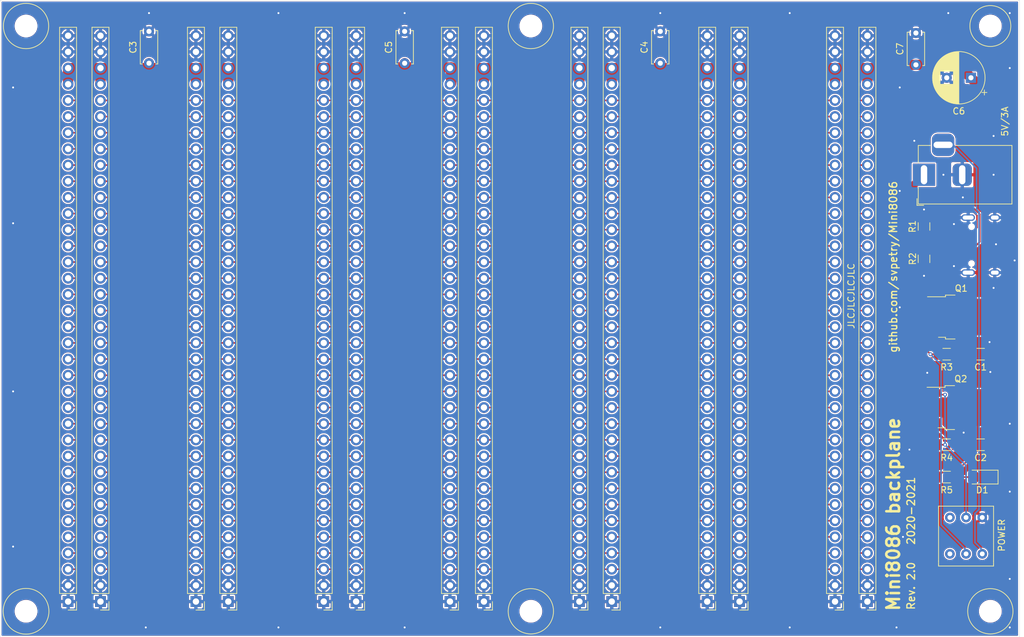
<source format=kicad_pcb>
(kicad_pcb (version 20171130) (host pcbnew "(5.1.6)-1")
  (layers (0 F.Cu signal) (31 B.Cu signal) (34 B.Paste user hide) (35 F.Paste user) (36 B.SilkS user) (37 F.SilkS user) (38 B.Mask user) (39 F.Mask user) (44 Edge.Cuts user))
  (net 0 "")
  (net 1 /VBUS)
  (net 2 GND)
  (net 3 /5V_IN)
  (net 4 VCC)
  (net 5 "Net-(D1-Pad2)")
  (net 6 /POW_SW)
  (net 7 A29)
  (net 8 A28)
  (net 9 A27)
  (net 10 A26)
  (net 11 A25)
  (net 12 A24)
  (net 13 A23)
  (net 14 A22)
  (net 15 A21)
  (net 16 A20)
  (net 17 A19)
  (net 18 A18)
  (net 19 A17)
  (net 20 A16)
  (net 21 A15)
  (net 22 A14)
  (net 23 A13)
  (net 24 A12)
  (net 25 A11)
  (net 26 A10)
  (net 27 A9)
  (net 28 A8)
  (net 29 A7)
  (net 30 A6)
  (net 31 A5)
  (net 32 A4)
  (net 33 A3)
  (net 34 A2)
  (net 35 A1)
  (net 36 A0)
  (net 37 B29)
  (net 38 B28)
  (net 39 B27)
  (net 40 B26)
  (net 41 B25)
  (net 42 B24)
  (net 43 B23)
  (net 44 B22)
  (net 45 B21)
  (net 46 B20)
  (net 47 B19)
  (net 48 B18)
  (net 49 B17)
  (net 50 B16)
  (net 51 B15)
  (net 52 B14)
  (net 53 B13)
  (net 54 B12)
  (net 55 B11)
  (net 56 B10)
  (net 57 B9)
  (net 58 B8)
  (net 59 B7)
  (net 60 B6)
  (net 61 B5)
  (net 62 B4)
  (net 63 B3)
  (net 64 B2)
  (net 65 B1)
  (net 66 B0)
  (net 67 "Net-(Q1-Pad1)")
  (net 68 "Net-(Q2-Pad1)")
  (net 69 "Net-(SW1-Pad4)")
  (net 70 "Net-(SW1-Pad1)")
  (net 71 "Net-(USB1-Pad3)")
  (net 72 "Net-(USB1-Pad9)")
  (net 73 "Net-(USB1-Pad5)")
  (net 74 "Net-(USB1-Pad8)")
  (net 75 "Net-(USB1-Pad7)")
  (net 76 "Net-(USB1-Pad6)")
  (net 77 /CC2)
  (net 78 /CC1)
  (module MountingHole:MountingHole_3.2mm_M3_DIN965 (layer F.Cu) (at 215.9 136.652)
    (fp_text reference REF** hide)
    (fp_text value MountingHole_3.2mm_M3_DIN965)
    (pad 1 np_thru_hole circle (at 0 0) (size 3.2 3.2) (drill 3.2) (layers *.Cu *.Mask))
  )
  (module MountingHole:MountingHole_3.2mm_M3_DIN965 (layer F.Cu) (at 215.9 44.704)
    (fp_text reference REF** hide)
    (fp_text value MountingHole_3.2mm_M3_DIN965)
    (pad 1 np_thru_hole circle (at 0 0) (size 3.2 3.2) (drill 3.2) (layers *.Cu *.Mask))
  )
  (module MountingHole:MountingHole_3.2mm_M3_DIN965 (layer F.Cu) (at 143.764 136.652)
    (fp_text reference REF** hide)
    (fp_text value MountingHole_3.2mm_M3_DIN965)
    (pad 1 np_thru_hole circle (at 0 0) (size 3.2 3.2) (drill 3.2) (layers *.Cu *.Mask))
  )
  (module MountingHole:MountingHole_3.2mm_M3_DIN965 (layer F.Cu) (at 143.764 44.704)
    (fp_text reference REF** hide)
    (fp_text value MountingHole_3.2mm_M3_DIN965)
    (pad 1 np_thru_hole circle (at 0 0) (size 3.2 3.2) (drill 3.2) (layers *.Cu *.Mask))
  )
  (module MountingHole:MountingHole_3.2mm_M3_DIN965 (layer F.Cu) (at 64.516 136.652)
    (fp_text reference REF** hide)
    (fp_text value MountingHole_3.2mm_M3_DIN965)
    (pad 1 np_thru_hole circle (at 0 0) (size 3.2 3.2) (drill 3.2) (layers *.Cu *.Mask))
  )
  (module MountingHole:MountingHole_3.2mm_M3_DIN965 (layer F.Cu) (at 64.516 44.704)
    (fp_text reference REF** hide)
    (fp_text value MountingHole_3.2mm_M3_DIN965)
    (pad 1 np_thru_hole circle (at 0 0) (size 3.2 3.2) (drill 3.2) (layers *.Cu *.Mask))
  )
  (module Mini8086:HRO-TYPE-C-31-M-12 (layer F.Cu) (at 219.202 79.121 90)
    (fp_text reference USB1 hide)
    (fp_text value HRO-TYPE-C-31-M-12)
    (pad 13 thru_hole oval (at 4.32 -2.6 90) (size 1 1.6) (drill oval 0.6 1.2) (layers *.Cu B.Mask) (net 2 GND))
    (pad 13 thru_hole oval (at -4.32 -2.6 90) (size 1 1.6) (drill oval 0.6 1.2) (layers *.Cu B.Mask) (net 2 GND))
    (pad 13 thru_hole oval (at 4.32 -6.78 90) (size 1 2.1) (drill oval 0.6 1.7) (layers *.Cu B.Mask) (net 2 GND))
    (pad 13 thru_hole oval (at -4.32 -6.78 90) (size 1 2.1) (drill oval 0.6 1.7) (layers *.Cu B.Mask) (net 2 GND))
    (pad "" np_thru_hole circle (at -2.89 -6.25 90) (size 0.65 0.65) (drill 0.65) (layers *.Cu *.Mask))
    (pad "" np_thru_hole circle (at 2.89 -6.25 90) (size 0.65 0.65) (drill 0.65) (layers *.Cu *.Mask))
    (pad 6 smd rect (at -0.25 -7.695 90) (size 0.3 1.45) (layers F.Cu F.Paste F.Mask) (net 76 "Net-(USB1-Pad6)"))
    (pad 7 smd rect (at 0.25 -7.695 90) (size 0.3 1.45) (layers F.Cu F.Paste F.Mask) (net 75 "Net-(USB1-Pad7)"))
    (pad 8 smd rect (at 0.75 -7.695 90) (size 0.3 1.45) (layers F.Cu F.Paste F.Mask) (net 74 "Net-(USB1-Pad8)"))
    (pad 5 smd rect (at -0.75 -7.695 90) (size 0.3 1.45) (layers F.Cu F.Paste F.Mask) (net 73 "Net-(USB1-Pad5)"))
    (pad 9 smd rect (at 1.25 -7.695 90) (size 0.3 1.45) (layers F.Cu F.Paste F.Mask) (net 72 "Net-(USB1-Pad9)"))
    (pad 4 smd rect (at -1.25 -7.695 90) (size 0.3 1.45) (layers F.Cu F.Paste F.Mask) (net 78 /CC1))
    (pad 10 smd rect (at 1.75 -7.695 90) (size 0.3 1.45) (layers F.Cu F.Paste F.Mask) (net 77 /CC2))
    (pad 3 smd rect (at -1.75 -7.695 90) (size 0.3 1.45) (layers F.Cu F.Paste F.Mask) (net 71 "Net-(USB1-Pad3)"))
    (pad 2 smd rect (at -2.45 -7.695 90) (size 0.6 1.45) (layers F.Cu F.Paste F.Mask) (net 1 /VBUS))
    (pad 11 smd rect (at 2.45 -7.695 90) (size 0.6 1.45) (layers F.Cu F.Paste F.Mask) (net 1 /VBUS))
    (pad 1 smd rect (at -3.225 -7.695 90) (size 0.6 1.45) (layers F.Cu F.Paste F.Mask) (net 2 GND))
    (pad 12 smd rect (at 3.225 -7.695 90) (size 0.6 1.45) (layers F.Cu F.Paste F.Mask) (net 2 GND))
    (pad 13 thru_hole oval (at -4.32 -2.6 270) (size 1 1.6) (drill oval 0.6 1.2) (layers *.Cu F.Mask) (net 2 GND))
    (pad 13 thru_hole oval (at -4.32 -6.78 270) (size 1 2.1) (drill oval 0.6 1.7) (layers *.Cu F.Mask) (net 2 GND))
    (pad 13 thru_hole oval (at 4.32 -2.6 270) (size 1 1.6) (drill oval 0.6 1.2) (layers *.Cu F.Mask) (net 2 GND))
    (pad 13 thru_hole oval (at 4.32 -6.78 270) (size 1 2.1) (drill oval 0.6 1.7) (layers *.Cu F.Mask) (net 2 GND))
  )
  (module Mini8086:Button (layer F.Cu) (at 212.09 124.46 90)
    (fp_text reference SW1 hide)
    (fp_text value POWER)
    (pad 6 thru_hole circle (at 2.54 2.54 90) (size 1.524 1.524) (drill 0.762) (layers *.Cu *.Mask) (net 2 GND))
    (pad 5 thru_hole circle (at 2.54 0 90) (size 1.524 1.524) (drill 0.762) (layers *.Cu *.Mask) (net 68 "Net-(Q2-Pad1)"))
    (pad 4 thru_hole circle (at 2.54 -2.54 90) (size 1.524 1.524) (drill 0.762) (layers *.Cu *.Mask) (net 69 "Net-(SW1-Pad4)"))
    (pad 3 thru_hole circle (at -3.175 2.54 90) (size 1.524 1.524) (drill 0.762) (layers *.Cu *.Mask) (net 6 /POW_SW))
    (pad 2 thru_hole circle (at -3.175 0 90) (size 1.524 1.524) (drill 0.762) (layers *.Cu *.Mask) (net 67 "Net-(Q1-Pad1)"))
    (pad 1 thru_hole circle (at -3.175 -2.54 90) (size 1.524 1.524) (drill 0.762) (layers *.Cu *.Mask) (net 70 "Net-(SW1-Pad1)"))
  )
  (module Connector_PinHeader_2.54mm:PinHeader_1x36_P2.54mm_Vertical (layer F.Cu) (at 191.516 135.128 180)
    (fp_text reference J16 hide)
    (fp_text value "slot side B")
    (pad 36 thru_hole oval (at 0 88.9 180) (size 1.7 1.7) (drill 1) (layers *.Cu *.Mask) (net 2 GND))
    (pad 35 thru_hole oval (at 0 86.36 180) (size 1.7 1.7) (drill 1) (layers *.Cu *.Mask) (net 2 GND))
    (pad 34 thru_hole oval (at 0 83.82 180) (size 1.7 1.7) (drill 1) (layers *.Cu *.Mask) (net 4 VCC))
    (pad 33 thru_hole oval (at 0 81.28 180) (size 1.7 1.7) (drill 1) (layers *.Cu *.Mask) (net 4 VCC))
    (pad 32 thru_hole oval (at 0 78.74 180) (size 1.7 1.7) (drill 1) (layers *.Cu *.Mask) (net 37 B29))
    (pad 31 thru_hole oval (at 0 76.2 180) (size 1.7 1.7) (drill 1) (layers *.Cu *.Mask) (net 38 B28))
    (pad 30 thru_hole oval (at 0 73.66 180) (size 1.7 1.7) (drill 1) (layers *.Cu *.Mask) (net 39 B27))
    (pad 29 thru_hole oval (at 0 71.12 180) (size 1.7 1.7) (drill 1) (layers *.Cu *.Mask) (net 40 B26))
    (pad 28 thru_hole oval (at 0 68.58 180) (size 1.7 1.7) (drill 1) (layers *.Cu *.Mask) (net 41 B25))
    (pad 27 thru_hole oval (at 0 66.04 180) (size 1.7 1.7) (drill 1) (layers *.Cu *.Mask) (net 42 B24))
    (pad 26 thru_hole oval (at 0 63.5 180) (size 1.7 1.7) (drill 1) (layers *.Cu *.Mask) (net 43 B23))
    (pad 25 thru_hole oval (at 0 60.96 180) (size 1.7 1.7) (drill 1) (layers *.Cu *.Mask) (net 44 B22))
    (pad 24 thru_hole oval (at 0 58.42 180) (size 1.7 1.7) (drill 1) (layers *.Cu *.Mask) (net 45 B21))
    (pad 23 thru_hole oval (at 0 55.88 180) (size 1.7 1.7) (drill 1) (layers *.Cu *.Mask) (net 46 B20))
    (pad 22 thru_hole oval (at 0 53.34 180) (size 1.7 1.7) (drill 1) (layers *.Cu *.Mask) (net 47 B19))
    (pad 21 thru_hole oval (at 0 50.8 180) (size 1.7 1.7) (drill 1) (layers *.Cu *.Mask) (net 48 B18))
    (pad 20 thru_hole oval (at 0 48.26 180) (size 1.7 1.7) (drill 1) (layers *.Cu *.Mask) (net 49 B17))
    (pad 19 thru_hole oval (at 0 45.72 180) (size 1.7 1.7) (drill 1) (layers *.Cu *.Mask) (net 50 B16))
    (pad 18 thru_hole oval (at 0 43.18 180) (size 1.7 1.7) (drill 1) (layers *.Cu *.Mask) (net 51 B15))
    (pad 17 thru_hole oval (at 0 40.64 180) (size 1.7 1.7) (drill 1) (layers *.Cu *.Mask) (net 52 B14))
    (pad 16 thru_hole oval (at 0 38.1 180) (size 1.7 1.7) (drill 1) (layers *.Cu *.Mask) (net 53 B13))
    (pad 15 thru_hole oval (at 0 35.56 180) (size 1.7 1.7) (drill 1) (layers *.Cu *.Mask) (net 54 B12))
    (pad 14 thru_hole oval (at 0 33.02 180) (size 1.7 1.7) (drill 1) (layers *.Cu *.Mask) (net 55 B11))
    (pad 13 thru_hole oval (at 0 30.48 180) (size 1.7 1.7) (drill 1) (layers *.Cu *.Mask) (net 56 B10))
    (pad 12 thru_hole oval (at 0 27.94 180) (size 1.7 1.7) (drill 1) (layers *.Cu *.Mask) (net 57 B9))
    (pad 11 thru_hole oval (at 0 25.4 180) (size 1.7 1.7) (drill 1) (layers *.Cu *.Mask) (net 58 B8))
    (pad 10 thru_hole oval (at 0 22.86 180) (size 1.7 1.7) (drill 1) (layers *.Cu *.Mask) (net 59 B7))
    (pad 9 thru_hole oval (at 0 20.32 180) (size 1.7 1.7) (drill 1) (layers *.Cu *.Mask) (net 60 B6))
    (pad 8 thru_hole oval (at 0 17.78 180) (size 1.7 1.7) (drill 1) (layers *.Cu *.Mask) (net 61 B5))
    (pad 7 thru_hole oval (at 0 15.24 180) (size 1.7 1.7) (drill 1) (layers *.Cu *.Mask) (net 62 B4))
    (pad 6 thru_hole oval (at 0 12.7 180) (size 1.7 1.7) (drill 1) (layers *.Cu *.Mask) (net 63 B3))
    (pad 5 thru_hole oval (at 0 10.16 180) (size 1.7 1.7) (drill 1) (layers *.Cu *.Mask) (net 64 B2))
    (pad 4 thru_hole oval (at 0 7.62 180) (size 1.7 1.7) (drill 1) (layers *.Cu *.Mask) (net 65 B1))
    (pad 3 thru_hole oval (at 0 5.08 180) (size 1.7 1.7) (drill 1) (layers *.Cu *.Mask) (net 66 B0))
    (pad 2 thru_hole oval (at 0 2.54 180) (size 1.7 1.7) (drill 1) (layers *.Cu *.Mask) (net 2 GND))
    (pad 1 thru_hole rect (at 0 0 180) (size 1.7 1.7) (drill 1) (layers *.Cu *.Mask) (net 2 GND))
  )
  (module Connector_PinHeader_2.54mm:PinHeader_1x36_P2.54mm_Vertical (layer F.Cu) (at 196.596 135.128 180)
    (fp_text reference J15 hide)
    (fp_text value "slot side A")
    (pad 36 thru_hole oval (at 0 88.9 180) (size 1.7 1.7) (drill 1) (layers *.Cu *.Mask) (net 2 GND))
    (pad 35 thru_hole oval (at 0 86.36 180) (size 1.7 1.7) (drill 1) (layers *.Cu *.Mask) (net 2 GND))
    (pad 34 thru_hole oval (at 0 83.82 180) (size 1.7 1.7) (drill 1) (layers *.Cu *.Mask) (net 4 VCC))
    (pad 33 thru_hole oval (at 0 81.28 180) (size 1.7 1.7) (drill 1) (layers *.Cu *.Mask) (net 4 VCC))
    (pad 32 thru_hole oval (at 0 78.74 180) (size 1.7 1.7) (drill 1) (layers *.Cu *.Mask) (net 7 A29))
    (pad 31 thru_hole oval (at 0 76.2 180) (size 1.7 1.7) (drill 1) (layers *.Cu *.Mask) (net 8 A28))
    (pad 30 thru_hole oval (at 0 73.66 180) (size 1.7 1.7) (drill 1) (layers *.Cu *.Mask) (net 9 A27))
    (pad 29 thru_hole oval (at 0 71.12 180) (size 1.7 1.7) (drill 1) (layers *.Cu *.Mask) (net 10 A26))
    (pad 28 thru_hole oval (at 0 68.58 180) (size 1.7 1.7) (drill 1) (layers *.Cu *.Mask) (net 11 A25))
    (pad 27 thru_hole oval (at 0 66.04 180) (size 1.7 1.7) (drill 1) (layers *.Cu *.Mask) (net 12 A24))
    (pad 26 thru_hole oval (at 0 63.5 180) (size 1.7 1.7) (drill 1) (layers *.Cu *.Mask) (net 13 A23))
    (pad 25 thru_hole oval (at 0 60.96 180) (size 1.7 1.7) (drill 1) (layers *.Cu *.Mask) (net 14 A22))
    (pad 24 thru_hole oval (at 0 58.42 180) (size 1.7 1.7) (drill 1) (layers *.Cu *.Mask) (net 15 A21))
    (pad 23 thru_hole oval (at 0 55.88 180) (size 1.7 1.7) (drill 1) (layers *.Cu *.Mask) (net 16 A20))
    (pad 22 thru_hole oval (at 0 53.34 180) (size 1.7 1.7) (drill 1) (layers *.Cu *.Mask) (net 17 A19))
    (pad 21 thru_hole oval (at 0 50.8 180) (size 1.7 1.7) (drill 1) (layers *.Cu *.Mask) (net 18 A18))
    (pad 20 thru_hole oval (at 0 48.26 180) (size 1.7 1.7) (drill 1) (layers *.Cu *.Mask) (net 19 A17))
    (pad 19 thru_hole oval (at 0 45.72 180) (size 1.7 1.7) (drill 1) (layers *.Cu *.Mask) (net 20 A16))
    (pad 18 thru_hole oval (at 0 43.18 180) (size 1.7 1.7) (drill 1) (layers *.Cu *.Mask) (net 21 A15))
    (pad 17 thru_hole oval (at 0 40.64 180) (size 1.7 1.7) (drill 1) (layers *.Cu *.Mask) (net 22 A14))
    (pad 16 thru_hole oval (at 0 38.1 180) (size 1.7 1.7) (drill 1) (layers *.Cu *.Mask) (net 23 A13))
    (pad 15 thru_hole oval (at 0 35.56 180) (size 1.7 1.7) (drill 1) (layers *.Cu *.Mask) (net 24 A12))
    (pad 14 thru_hole oval (at 0 33.02 180) (size 1.7 1.7) (drill 1) (layers *.Cu *.Mask) (net 25 A11))
    (pad 13 thru_hole oval (at 0 30.48 180) (size 1.7 1.7) (drill 1) (layers *.Cu *.Mask) (net 26 A10))
    (pad 12 thru_hole oval (at 0 27.94 180) (size 1.7 1.7) (drill 1) (layers *.Cu *.Mask) (net 27 A9))
    (pad 11 thru_hole oval (at 0 25.4 180) (size 1.7 1.7) (drill 1) (layers *.Cu *.Mask) (net 28 A8))
    (pad 10 thru_hole oval (at 0 22.86 180) (size 1.7 1.7) (drill 1) (layers *.Cu *.Mask) (net 29 A7))
    (pad 9 thru_hole oval (at 0 20.32 180) (size 1.7 1.7) (drill 1) (layers *.Cu *.Mask) (net 30 A6))
    (pad 8 thru_hole oval (at 0 17.78 180) (size 1.7 1.7) (drill 1) (layers *.Cu *.Mask) (net 31 A5))
    (pad 7 thru_hole oval (at 0 15.24 180) (size 1.7 1.7) (drill 1) (layers *.Cu *.Mask) (net 32 A4))
    (pad 6 thru_hole oval (at 0 12.7 180) (size 1.7 1.7) (drill 1) (layers *.Cu *.Mask) (net 33 A3))
    (pad 5 thru_hole oval (at 0 10.16 180) (size 1.7 1.7) (drill 1) (layers *.Cu *.Mask) (net 34 A2))
    (pad 4 thru_hole oval (at 0 7.62 180) (size 1.7 1.7) (drill 1) (layers *.Cu *.Mask) (net 35 A1))
    (pad 3 thru_hole oval (at 0 5.08 180) (size 1.7 1.7) (drill 1) (layers *.Cu *.Mask) (net 36 A0))
    (pad 2 thru_hole oval (at 0 2.54 180) (size 1.7 1.7) (drill 1) (layers *.Cu *.Mask) (net 2 GND))
    (pad 1 thru_hole rect (at 0 0 180) (size 1.7 1.7) (drill 1) (layers *.Cu *.Mask) (net 2 GND))
  )
  (module Capacitor_THT:CP_Radial_D8.0mm_P3.80mm (layer F.Cu) (at 212.852 52.832 180)
    (fp_text reference C6 (at 1.9 -5.25) (layer F.SilkS))
    (fp_text value 470µ)
    (pad 2 thru_hole circle (at 3.8 0 180) (size 1.6 1.6) (drill 0.8) (layers *.Cu *.Mask) (net 2 GND))
    (pad 1 thru_hole rect (at 0 0 180) (size 1.6 1.6) (drill 0.8) (layers *.Cu *.Mask) (net 4 VCC))
  )
  (module LED_SMD:LED_1206_3216Metric_Castellated (layer F.Cu) (at 214.63 115.57 180)
    (fp_text reference D1 (at 0 -2.032) (layer F.SilkS))
    (fp_text value red)
    (pad 2 smd roundrect (at 1.425 0 180) (size 1.6 1.65) (layers F.Cu F.Paste F.Mask) (roundrect_rratio 0.15625) (net 5 "Net-(D1-Pad2)"))
    (pad 1 smd roundrect (at -1.425 0 180) (size 1.6 1.65) (layers F.Cu F.Paste F.Mask) (roundrect_rratio 0.15625) (net 2 GND))
  )
  (module Resistor_SMD:R_1206_3216Metric (layer F.Cu) (at 209.042 115.57)
    (fp_text reference R5 (at 0 2.032) (layer F.SilkS))
    (fp_text value 300)
    (pad 2 smd roundrect (at 1.4 0) (size 1.25 1.75) (layers F.Cu F.Paste F.Mask) (roundrect_rratio 0.2) (net 5 "Net-(D1-Pad2)"))
    (pad 1 smd roundrect (at -1.4 0) (size 1.25 1.75) (layers F.Cu F.Paste F.Mask) (roundrect_rratio 0.2) (net 4 VCC))
  )
  (module Capacitor_SMD:C_1206_3216Metric (layer F.Cu) (at 214.376 110.49)
    (fp_text reference C2 (at 0 2.032) (layer F.SilkS))
    (fp_text value 100n)
    (pad 2 smd roundrect (at 1.4 0) (size 1.25 1.75) (layers F.Cu F.Paste F.Mask) (roundrect_rratio 0.2) (net 2 GND))
    (pad 1 smd roundrect (at -1.4 0) (size 1.25 1.75) (layers F.Cu F.Paste F.Mask) (roundrect_rratio 0.2) (net 3 /5V_IN))
  )
  (module Package_TO_SOT_SMD:TO-252-2 (layer F.Cu) (at 211.26 104.648)
    (fp_text reference Q2 (at 0 -4.5) (layer F.SilkS))
    (fp_text value AOD403)
    (pad 2 smd rect (at 2.1 0) (size 6.4 5.8) (layers F.Cu F.Mask) (net 4 VCC))
    (pad 3 smd rect (at -4.2 2.28) (size 2.2 1.2) (layers F.Cu F.Paste F.Mask) (net 3 /5V_IN))
    (pad 1 smd rect (at -4.2 -2.28) (size 2.2 1.2) (layers F.Cu F.Paste F.Mask) (net 68 "Net-(Q2-Pad1)"))
  )
  (module Package_TO_SOT_SMD:TO-252-2 (layer F.Cu) (at 211.328 90.424)
    (fp_text reference Q1 (at 0 -4.5) (layer F.SilkS))
    (fp_text value AOD403)
    (pad 2 smd rect (at 2.1 0) (size 6.4 5.8) (layers F.Cu F.Mask) (net 4 VCC))
    (pad 3 smd rect (at -4.2 2.28) (size 2.2 1.2) (layers F.Cu F.Paste F.Mask) (net 1 /VBUS))
    (pad 1 smd rect (at -4.2 -2.28) (size 2.2 1.2) (layers F.Cu F.Paste F.Mask) (net 67 "Net-(Q1-Pad1)"))
  )
  (module Capacitor_THT:C_Disc_D5.0mm_W2.5mm_P5.00mm (layer F.Cu) (at 204.216 50.8 90)
    (fp_text reference C7 (at 2.5 -2.5 90) (layer F.SilkS))
    (fp_text value 100n)
    (pad 2 thru_hole circle (at 5 0 90) (size 1.6 1.6) (drill 0.8) (layers *.Cu *.Mask) (net 2 GND))
    (pad 1 thru_hole circle (at 0 0 90) (size 1.6 1.6) (drill 0.8) (layers *.Cu *.Mask) (net 4 VCC))
  )
  (module Connector_PinHeader_2.54mm:PinHeader_1x36_P2.54mm_Vertical (layer F.Cu) (at 151.384 135.128 180)
    (fp_text reference J14 hide)
    (fp_text value "slot side B")
    (pad 36 thru_hole oval (at 0 88.9 180) (size 1.7 1.7) (drill 1) (layers *.Cu *.Mask) (net 2 GND))
    (pad 35 thru_hole oval (at 0 86.36 180) (size 1.7 1.7) (drill 1) (layers *.Cu *.Mask) (net 2 GND))
    (pad 34 thru_hole oval (at 0 83.82 180) (size 1.7 1.7) (drill 1) (layers *.Cu *.Mask) (net 4 VCC))
    (pad 33 thru_hole oval (at 0 81.28 180) (size 1.7 1.7) (drill 1) (layers *.Cu *.Mask) (net 4 VCC))
    (pad 32 thru_hole oval (at 0 78.74 180) (size 1.7 1.7) (drill 1) (layers *.Cu *.Mask) (net 37 B29))
    (pad 31 thru_hole oval (at 0 76.2 180) (size 1.7 1.7) (drill 1) (layers *.Cu *.Mask) (net 38 B28))
    (pad 30 thru_hole oval (at 0 73.66 180) (size 1.7 1.7) (drill 1) (layers *.Cu *.Mask) (net 39 B27))
    (pad 29 thru_hole oval (at 0 71.12 180) (size 1.7 1.7) (drill 1) (layers *.Cu *.Mask) (net 40 B26))
    (pad 28 thru_hole oval (at 0 68.58 180) (size 1.7 1.7) (drill 1) (layers *.Cu *.Mask) (net 41 B25))
    (pad 27 thru_hole oval (at 0 66.04 180) (size 1.7 1.7) (drill 1) (layers *.Cu *.Mask) (net 42 B24))
    (pad 26 thru_hole oval (at 0 63.5 180) (size 1.7 1.7) (drill 1) (layers *.Cu *.Mask) (net 43 B23))
    (pad 25 thru_hole oval (at 0 60.96 180) (size 1.7 1.7) (drill 1) (layers *.Cu *.Mask) (net 44 B22))
    (pad 24 thru_hole oval (at 0 58.42 180) (size 1.7 1.7) (drill 1) (layers *.Cu *.Mask) (net 45 B21))
    (pad 23 thru_hole oval (at 0 55.88 180) (size 1.7 1.7) (drill 1) (layers *.Cu *.Mask) (net 46 B20))
    (pad 22 thru_hole oval (at 0 53.34 180) (size 1.7 1.7) (drill 1) (layers *.Cu *.Mask) (net 47 B19))
    (pad 21 thru_hole oval (at 0 50.8 180) (size 1.7 1.7) (drill 1) (layers *.Cu *.Mask) (net 48 B18))
    (pad 20 thru_hole oval (at 0 48.26 180) (size 1.7 1.7) (drill 1) (layers *.Cu *.Mask) (net 49 B17))
    (pad 19 thru_hole oval (at 0 45.72 180) (size 1.7 1.7) (drill 1) (layers *.Cu *.Mask) (net 50 B16))
    (pad 18 thru_hole oval (at 0 43.18 180) (size 1.7 1.7) (drill 1) (layers *.Cu *.Mask) (net 51 B15))
    (pad 17 thru_hole oval (at 0 40.64 180) (size 1.7 1.7) (drill 1) (layers *.Cu *.Mask) (net 52 B14))
    (pad 16 thru_hole oval (at 0 38.1 180) (size 1.7 1.7) (drill 1) (layers *.Cu *.Mask) (net 53 B13))
    (pad 15 thru_hole oval (at 0 35.56 180) (size 1.7 1.7) (drill 1) (layers *.Cu *.Mask) (net 54 B12))
    (pad 14 thru_hole oval (at 0 33.02 180) (size 1.7 1.7) (drill 1) (layers *.Cu *.Mask) (net 55 B11))
    (pad 13 thru_hole oval (at 0 30.48 180) (size 1.7 1.7) (drill 1) (layers *.Cu *.Mask) (net 56 B10))
    (pad 12 thru_hole oval (at 0 27.94 180) (size 1.7 1.7) (drill 1) (layers *.Cu *.Mask) (net 57 B9))
    (pad 11 thru_hole oval (at 0 25.4 180) (size 1.7 1.7) (drill 1) (layers *.Cu *.Mask) (net 58 B8))
    (pad 10 thru_hole oval (at 0 22.86 180) (size 1.7 1.7) (drill 1) (layers *.Cu *.Mask) (net 59 B7))
    (pad 9 thru_hole oval (at 0 20.32 180) (size 1.7 1.7) (drill 1) (layers *.Cu *.Mask) (net 60 B6))
    (pad 8 thru_hole oval (at 0 17.78 180) (size 1.7 1.7) (drill 1) (layers *.Cu *.Mask) (net 61 B5))
    (pad 7 thru_hole oval (at 0 15.24 180) (size 1.7 1.7) (drill 1) (layers *.Cu *.Mask) (net 62 B4))
    (pad 6 thru_hole oval (at 0 12.7 180) (size 1.7 1.7) (drill 1) (layers *.Cu *.Mask) (net 63 B3))
    (pad 5 thru_hole oval (at 0 10.16 180) (size 1.7 1.7) (drill 1) (layers *.Cu *.Mask) (net 64 B2))
    (pad 4 thru_hole oval (at 0 7.62 180) (size 1.7 1.7) (drill 1) (layers *.Cu *.Mask) (net 65 B1))
    (pad 3 thru_hole oval (at 0 5.08 180) (size 1.7 1.7) (drill 1) (layers *.Cu *.Mask) (net 66 B0))
    (pad 2 thru_hole oval (at 0 2.54 180) (size 1.7 1.7) (drill 1) (layers *.Cu *.Mask) (net 2 GND))
    (pad 1 thru_hole rect (at 0 0 180) (size 1.7 1.7) (drill 1) (layers *.Cu *.Mask) (net 2 GND))
  )
  (module Connector_PinHeader_2.54mm:PinHeader_1x36_P2.54mm_Vertical (layer F.Cu) (at 156.464 135.128 180)
    (fp_text reference J13 hide)
    (fp_text value "slot side A")
    (pad 36 thru_hole oval (at 0 88.9 180) (size 1.7 1.7) (drill 1) (layers *.Cu *.Mask) (net 2 GND))
    (pad 35 thru_hole oval (at 0 86.36 180) (size 1.7 1.7) (drill 1) (layers *.Cu *.Mask) (net 2 GND))
    (pad 34 thru_hole oval (at 0 83.82 180) (size 1.7 1.7) (drill 1) (layers *.Cu *.Mask) (net 4 VCC))
    (pad 33 thru_hole oval (at 0 81.28 180) (size 1.7 1.7) (drill 1) (layers *.Cu *.Mask) (net 4 VCC))
    (pad 32 thru_hole oval (at 0 78.74 180) (size 1.7 1.7) (drill 1) (layers *.Cu *.Mask) (net 7 A29))
    (pad 31 thru_hole oval (at 0 76.2 180) (size 1.7 1.7) (drill 1) (layers *.Cu *.Mask) (net 8 A28))
    (pad 30 thru_hole oval (at 0 73.66 180) (size 1.7 1.7) (drill 1) (layers *.Cu *.Mask) (net 9 A27))
    (pad 29 thru_hole oval (at 0 71.12 180) (size 1.7 1.7) (drill 1) (layers *.Cu *.Mask) (net 10 A26))
    (pad 28 thru_hole oval (at 0 68.58 180) (size 1.7 1.7) (drill 1) (layers *.Cu *.Mask) (net 11 A25))
    (pad 27 thru_hole oval (at 0 66.04 180) (size 1.7 1.7) (drill 1) (layers *.Cu *.Mask) (net 12 A24))
    (pad 26 thru_hole oval (at 0 63.5 180) (size 1.7 1.7) (drill 1) (layers *.Cu *.Mask) (net 13 A23))
    (pad 25 thru_hole oval (at 0 60.96 180) (size 1.7 1.7) (drill 1) (layers *.Cu *.Mask) (net 14 A22))
    (pad 24 thru_hole oval (at 0 58.42 180) (size 1.7 1.7) (drill 1) (layers *.Cu *.Mask) (net 15 A21))
    (pad 23 thru_hole oval (at 0 55.88 180) (size 1.7 1.7) (drill 1) (layers *.Cu *.Mask) (net 16 A20))
    (pad 22 thru_hole oval (at 0 53.34 180) (size 1.7 1.7) (drill 1) (layers *.Cu *.Mask) (net 17 A19))
    (pad 21 thru_hole oval (at 0 50.8 180) (size 1.7 1.7) (drill 1) (layers *.Cu *.Mask) (net 18 A18))
    (pad 20 thru_hole oval (at 0 48.26 180) (size 1.7 1.7) (drill 1) (layers *.Cu *.Mask) (net 19 A17))
    (pad 19 thru_hole oval (at 0 45.72 180) (size 1.7 1.7) (drill 1) (layers *.Cu *.Mask) (net 20 A16))
    (pad 18 thru_hole oval (at 0 43.18 180) (size 1.7 1.7) (drill 1) (layers *.Cu *.Mask) (net 21 A15))
    (pad 17 thru_hole oval (at 0 40.64 180) (size 1.7 1.7) (drill 1) (layers *.Cu *.Mask) (net 22 A14))
    (pad 16 thru_hole oval (at 0 38.1 180) (size 1.7 1.7) (drill 1) (layers *.Cu *.Mask) (net 23 A13))
    (pad 15 thru_hole oval (at 0 35.56 180) (size 1.7 1.7) (drill 1) (layers *.Cu *.Mask) (net 24 A12))
    (pad 14 thru_hole oval (at 0 33.02 180) (size 1.7 1.7) (drill 1) (layers *.Cu *.Mask) (net 25 A11))
    (pad 13 thru_hole oval (at 0 30.48 180) (size 1.7 1.7) (drill 1) (layers *.Cu *.Mask) (net 26 A10))
    (pad 12 thru_hole oval (at 0 27.94 180) (size 1.7 1.7) (drill 1) (layers *.Cu *.Mask) (net 27 A9))
    (pad 11 thru_hole oval (at 0 25.4 180) (size 1.7 1.7) (drill 1) (layers *.Cu *.Mask) (net 28 A8))
    (pad 10 thru_hole oval (at 0 22.86 180) (size 1.7 1.7) (drill 1) (layers *.Cu *.Mask) (net 29 A7))
    (pad 9 thru_hole oval (at 0 20.32 180) (size 1.7 1.7) (drill 1) (layers *.Cu *.Mask) (net 30 A6))
    (pad 8 thru_hole oval (at 0 17.78 180) (size 1.7 1.7) (drill 1) (layers *.Cu *.Mask) (net 31 A5))
    (pad 7 thru_hole oval (at 0 15.24 180) (size 1.7 1.7) (drill 1) (layers *.Cu *.Mask) (net 32 A4))
    (pad 6 thru_hole oval (at 0 12.7 180) (size 1.7 1.7) (drill 1) (layers *.Cu *.Mask) (net 33 A3))
    (pad 5 thru_hole oval (at 0 10.16 180) (size 1.7 1.7) (drill 1) (layers *.Cu *.Mask) (net 34 A2))
    (pad 4 thru_hole oval (at 0 7.62 180) (size 1.7 1.7) (drill 1) (layers *.Cu *.Mask) (net 35 A1))
    (pad 3 thru_hole oval (at 0 5.08 180) (size 1.7 1.7) (drill 1) (layers *.Cu *.Mask) (net 36 A0))
    (pad 2 thru_hole oval (at 0 2.54 180) (size 1.7 1.7) (drill 1) (layers *.Cu *.Mask) (net 2 GND))
    (pad 1 thru_hole rect (at 0 0 180) (size 1.7 1.7) (drill 1) (layers *.Cu *.Mask) (net 2 GND))
  )
  (module Connector_PinHeader_2.54mm:PinHeader_1x36_P2.54mm_Vertical (layer F.Cu) (at 131.064 135.128 180)
    (fp_text reference J12 hide)
    (fp_text value "slot side B")
    (pad 36 thru_hole oval (at 0 88.9 180) (size 1.7 1.7) (drill 1) (layers *.Cu *.Mask) (net 2 GND))
    (pad 35 thru_hole oval (at 0 86.36 180) (size 1.7 1.7) (drill 1) (layers *.Cu *.Mask) (net 2 GND))
    (pad 34 thru_hole oval (at 0 83.82 180) (size 1.7 1.7) (drill 1) (layers *.Cu *.Mask) (net 4 VCC))
    (pad 33 thru_hole oval (at 0 81.28 180) (size 1.7 1.7) (drill 1) (layers *.Cu *.Mask) (net 4 VCC))
    (pad 32 thru_hole oval (at 0 78.74 180) (size 1.7 1.7) (drill 1) (layers *.Cu *.Mask) (net 37 B29))
    (pad 31 thru_hole oval (at 0 76.2 180) (size 1.7 1.7) (drill 1) (layers *.Cu *.Mask) (net 38 B28))
    (pad 30 thru_hole oval (at 0 73.66 180) (size 1.7 1.7) (drill 1) (layers *.Cu *.Mask) (net 39 B27))
    (pad 29 thru_hole oval (at 0 71.12 180) (size 1.7 1.7) (drill 1) (layers *.Cu *.Mask) (net 40 B26))
    (pad 28 thru_hole oval (at 0 68.58 180) (size 1.7 1.7) (drill 1) (layers *.Cu *.Mask) (net 41 B25))
    (pad 27 thru_hole oval (at 0 66.04 180) (size 1.7 1.7) (drill 1) (layers *.Cu *.Mask) (net 42 B24))
    (pad 26 thru_hole oval (at 0 63.5 180) (size 1.7 1.7) (drill 1) (layers *.Cu *.Mask) (net 43 B23))
    (pad 25 thru_hole oval (at 0 60.96 180) (size 1.7 1.7) (drill 1) (layers *.Cu *.Mask) (net 44 B22))
    (pad 24 thru_hole oval (at 0 58.42 180) (size 1.7 1.7) (drill 1) (layers *.Cu *.Mask) (net 45 B21))
    (pad 23 thru_hole oval (at 0 55.88 180) (size 1.7 1.7) (drill 1) (layers *.Cu *.Mask) (net 46 B20))
    (pad 22 thru_hole oval (at 0 53.34 180) (size 1.7 1.7) (drill 1) (layers *.Cu *.Mask) (net 47 B19))
    (pad 21 thru_hole oval (at 0 50.8 180) (size 1.7 1.7) (drill 1) (layers *.Cu *.Mask) (net 48 B18))
    (pad 20 thru_hole oval (at 0 48.26 180) (size 1.7 1.7) (drill 1) (layers *.Cu *.Mask) (net 49 B17))
    (pad 19 thru_hole oval (at 0 45.72 180) (size 1.7 1.7) (drill 1) (layers *.Cu *.Mask) (net 50 B16))
    (pad 18 thru_hole oval (at 0 43.18 180) (size 1.7 1.7) (drill 1) (layers *.Cu *.Mask) (net 51 B15))
    (pad 17 thru_hole oval (at 0 40.64 180) (size 1.7 1.7) (drill 1) (layers *.Cu *.Mask) (net 52 B14))
    (pad 16 thru_hole oval (at 0 38.1 180) (size 1.7 1.7) (drill 1) (layers *.Cu *.Mask) (net 53 B13))
    (pad 15 thru_hole oval (at 0 35.56 180) (size 1.7 1.7) (drill 1) (layers *.Cu *.Mask) (net 54 B12))
    (pad 14 thru_hole oval (at 0 33.02 180) (size 1.7 1.7) (drill 1) (layers *.Cu *.Mask) (net 55 B11))
    (pad 13 thru_hole oval (at 0 30.48 180) (size 1.7 1.7) (drill 1) (layers *.Cu *.Mask) (net 56 B10))
    (pad 12 thru_hole oval (at 0 27.94 180) (size 1.7 1.7) (drill 1) (layers *.Cu *.Mask) (net 57 B9))
    (pad 11 thru_hole oval (at 0 25.4 180) (size 1.7 1.7) (drill 1) (layers *.Cu *.Mask) (net 58 B8))
    (pad 10 thru_hole oval (at 0 22.86 180) (size 1.7 1.7) (drill 1) (layers *.Cu *.Mask) (net 59 B7))
    (pad 9 thru_hole oval (at 0 20.32 180) (size 1.7 1.7) (drill 1) (layers *.Cu *.Mask) (net 60 B6))
    (pad 8 thru_hole oval (at 0 17.78 180) (size 1.7 1.7) (drill 1) (layers *.Cu *.Mask) (net 61 B5))
    (pad 7 thru_hole oval (at 0 15.24 180) (size 1.7 1.7) (drill 1) (layers *.Cu *.Mask) (net 62 B4))
    (pad 6 thru_hole oval (at 0 12.7 180) (size 1.7 1.7) (drill 1) (layers *.Cu *.Mask) (net 63 B3))
    (pad 5 thru_hole oval (at 0 10.16 180) (size 1.7 1.7) (drill 1) (layers *.Cu *.Mask) (net 64 B2))
    (pad 4 thru_hole oval (at 0 7.62 180) (size 1.7 1.7) (drill 1) (layers *.Cu *.Mask) (net 65 B1))
    (pad 3 thru_hole oval (at 0 5.08 180) (size 1.7 1.7) (drill 1) (layers *.Cu *.Mask) (net 66 B0))
    (pad 2 thru_hole oval (at 0 2.54 180) (size 1.7 1.7) (drill 1) (layers *.Cu *.Mask) (net 2 GND))
    (pad 1 thru_hole rect (at 0 0 180) (size 1.7 1.7) (drill 1) (layers *.Cu *.Mask) (net 2 GND))
  )
  (module Connector_PinHeader_2.54mm:PinHeader_1x36_P2.54mm_Vertical (layer F.Cu) (at 136.398 135.128 180)
    (fp_text reference J11 hide)
    (fp_text value "slot side A")
    (pad 36 thru_hole oval (at 0 88.9 180) (size 1.7 1.7) (drill 1) (layers *.Cu *.Mask) (net 2 GND))
    (pad 35 thru_hole oval (at 0 86.36 180) (size 1.7 1.7) (drill 1) (layers *.Cu *.Mask) (net 2 GND))
    (pad 34 thru_hole oval (at 0 83.82 180) (size 1.7 1.7) (drill 1) (layers *.Cu *.Mask) (net 4 VCC))
    (pad 33 thru_hole oval (at 0 81.28 180) (size 1.7 1.7) (drill 1) (layers *.Cu *.Mask) (net 4 VCC))
    (pad 32 thru_hole oval (at 0 78.74 180) (size 1.7 1.7) (drill 1) (layers *.Cu *.Mask) (net 7 A29))
    (pad 31 thru_hole oval (at 0 76.2 180) (size 1.7 1.7) (drill 1) (layers *.Cu *.Mask) (net 8 A28))
    (pad 30 thru_hole oval (at 0 73.66 180) (size 1.7 1.7) (drill 1) (layers *.Cu *.Mask) (net 9 A27))
    (pad 29 thru_hole oval (at 0 71.12 180) (size 1.7 1.7) (drill 1) (layers *.Cu *.Mask) (net 10 A26))
    (pad 28 thru_hole oval (at 0 68.58 180) (size 1.7 1.7) (drill 1) (layers *.Cu *.Mask) (net 11 A25))
    (pad 27 thru_hole oval (at 0 66.04 180) (size 1.7 1.7) (drill 1) (layers *.Cu *.Mask) (net 12 A24))
    (pad 26 thru_hole oval (at 0 63.5 180) (size 1.7 1.7) (drill 1) (layers *.Cu *.Mask) (net 13 A23))
    (pad 25 thru_hole oval (at 0 60.96 180) (size 1.7 1.7) (drill 1) (layers *.Cu *.Mask) (net 14 A22))
    (pad 24 thru_hole oval (at 0 58.42 180) (size 1.7 1.7) (drill 1) (layers *.Cu *.Mask) (net 15 A21))
    (pad 23 thru_hole oval (at 0 55.88 180) (size 1.7 1.7) (drill 1) (layers *.Cu *.Mask) (net 16 A20))
    (pad 22 thru_hole oval (at 0 53.34 180) (size 1.7 1.7) (drill 1) (layers *.Cu *.Mask) (net 17 A19))
    (pad 21 thru_hole oval (at 0 50.8 180) (size 1.7 1.7) (drill 1) (layers *.Cu *.Mask) (net 18 A18))
    (pad 20 thru_hole oval (at 0 48.26 180) (size 1.7 1.7) (drill 1) (layers *.Cu *.Mask) (net 19 A17))
    (pad 19 thru_hole oval (at 0 45.72 180) (size 1.7 1.7) (drill 1) (layers *.Cu *.Mask) (net 20 A16))
    (pad 18 thru_hole oval (at 0 43.18 180) (size 1.7 1.7) (drill 1) (layers *.Cu *.Mask) (net 21 A15))
    (pad 17 thru_hole oval (at 0 40.64 180) (size 1.7 1.7) (drill 1) (layers *.Cu *.Mask) (net 22 A14))
    (pad 16 thru_hole oval (at 0 38.1 180) (size 1.7 1.7) (drill 1) (layers *.Cu *.Mask) (net 23 A13))
    (pad 15 thru_hole oval (at 0 35.56 180) (size 1.7 1.7) (drill 1) (layers *.Cu *.Mask) (net 24 A12))
    (pad 14 thru_hole oval (at 0 33.02 180) (size 1.7 1.7) (drill 1) (layers *.Cu *.Mask) (net 25 A11))
    (pad 13 thru_hole oval (at 0 30.48 180) (size 1.7 1.7) (drill 1) (layers *.Cu *.Mask) (net 26 A10))
    (pad 12 thru_hole oval (at 0 27.94 180) (size 1.7 1.7) (drill 1) (layers *.Cu *.Mask) (net 27 A9))
    (pad 11 thru_hole oval (at 0 25.4 180) (size 1.7 1.7) (drill 1) (layers *.Cu *.Mask) (net 28 A8))
    (pad 10 thru_hole oval (at 0 22.86 180) (size 1.7 1.7) (drill 1) (layers *.Cu *.Mask) (net 29 A7))
    (pad 9 thru_hole oval (at 0 20.32 180) (size 1.7 1.7) (drill 1) (layers *.Cu *.Mask) (net 30 A6))
    (pad 8 thru_hole oval (at 0 17.78 180) (size 1.7 1.7) (drill 1) (layers *.Cu *.Mask) (net 31 A5))
    (pad 7 thru_hole oval (at 0 15.24 180) (size 1.7 1.7) (drill 1) (layers *.Cu *.Mask) (net 32 A4))
    (pad 6 thru_hole oval (at 0 12.7 180) (size 1.7 1.7) (drill 1) (layers *.Cu *.Mask) (net 33 A3))
    (pad 5 thru_hole oval (at 0 10.16 180) (size 1.7 1.7) (drill 1) (layers *.Cu *.Mask) (net 34 A2))
    (pad 4 thru_hole oval (at 0 7.62 180) (size 1.7 1.7) (drill 1) (layers *.Cu *.Mask) (net 35 A1))
    (pad 3 thru_hole oval (at 0 5.08 180) (size 1.7 1.7) (drill 1) (layers *.Cu *.Mask) (net 36 A0))
    (pad 2 thru_hole oval (at 0 2.54 180) (size 1.7 1.7) (drill 1) (layers *.Cu *.Mask) (net 2 GND))
    (pad 1 thru_hole rect (at 0 0 180) (size 1.7 1.7) (drill 1) (layers *.Cu *.Mask) (net 2 GND))
  )
  (module Connector_PinHeader_2.54mm:PinHeader_1x36_P2.54mm_Vertical (layer F.Cu) (at 171.45 135.128 180)
    (fp_text reference J10 hide)
    (fp_text value "slot side B")
    (pad 36 thru_hole oval (at 0 88.9 180) (size 1.7 1.7) (drill 1) (layers *.Cu *.Mask) (net 2 GND))
    (pad 35 thru_hole oval (at 0 86.36 180) (size 1.7 1.7) (drill 1) (layers *.Cu *.Mask) (net 2 GND))
    (pad 34 thru_hole oval (at 0 83.82 180) (size 1.7 1.7) (drill 1) (layers *.Cu *.Mask) (net 4 VCC))
    (pad 33 thru_hole oval (at 0 81.28 180) (size 1.7 1.7) (drill 1) (layers *.Cu *.Mask) (net 4 VCC))
    (pad 32 thru_hole oval (at 0 78.74 180) (size 1.7 1.7) (drill 1) (layers *.Cu *.Mask) (net 37 B29))
    (pad 31 thru_hole oval (at 0 76.2 180) (size 1.7 1.7) (drill 1) (layers *.Cu *.Mask) (net 38 B28))
    (pad 30 thru_hole oval (at 0 73.66 180) (size 1.7 1.7) (drill 1) (layers *.Cu *.Mask) (net 39 B27))
    (pad 29 thru_hole oval (at 0 71.12 180) (size 1.7 1.7) (drill 1) (layers *.Cu *.Mask) (net 40 B26))
    (pad 28 thru_hole oval (at 0 68.58 180) (size 1.7 1.7) (drill 1) (layers *.Cu *.Mask) (net 41 B25))
    (pad 27 thru_hole oval (at 0 66.04 180) (size 1.7 1.7) (drill 1) (layers *.Cu *.Mask) (net 42 B24))
    (pad 26 thru_hole oval (at 0 63.5 180) (size 1.7 1.7) (drill 1) (layers *.Cu *.Mask) (net 43 B23))
    (pad 25 thru_hole oval (at 0 60.96 180) (size 1.7 1.7) (drill 1) (layers *.Cu *.Mask) (net 44 B22))
    (pad 24 thru_hole oval (at 0 58.42 180) (size 1.7 1.7) (drill 1) (layers *.Cu *.Mask) (net 45 B21))
    (pad 23 thru_hole oval (at 0 55.88 180) (size 1.7 1.7) (drill 1) (layers *.Cu *.Mask) (net 46 B20))
    (pad 22 thru_hole oval (at 0 53.34 180) (size 1.7 1.7) (drill 1) (layers *.Cu *.Mask) (net 47 B19))
    (pad 21 thru_hole oval (at 0 50.8 180) (size 1.7 1.7) (drill 1) (layers *.Cu *.Mask) (net 48 B18))
    (pad 20 thru_hole oval (at 0 48.26 180) (size 1.7 1.7) (drill 1) (layers *.Cu *.Mask) (net 49 B17))
    (pad 19 thru_hole oval (at 0 45.72 180) (size 1.7 1.7) (drill 1) (layers *.Cu *.Mask) (net 50 B16))
    (pad 18 thru_hole oval (at 0 43.18 180) (size 1.7 1.7) (drill 1) (layers *.Cu *.Mask) (net 51 B15))
    (pad 17 thru_hole oval (at 0 40.64 180) (size 1.7 1.7) (drill 1) (layers *.Cu *.Mask) (net 52 B14))
    (pad 16 thru_hole oval (at 0 38.1 180) (size 1.7 1.7) (drill 1) (layers *.Cu *.Mask) (net 53 B13))
    (pad 15 thru_hole oval (at 0 35.56 180) (size 1.7 1.7) (drill 1) (layers *.Cu *.Mask) (net 54 B12))
    (pad 14 thru_hole oval (at 0 33.02 180) (size 1.7 1.7) (drill 1) (layers *.Cu *.Mask) (net 55 B11))
    (pad 13 thru_hole oval (at 0 30.48 180) (size 1.7 1.7) (drill 1) (layers *.Cu *.Mask) (net 56 B10))
    (pad 12 thru_hole oval (at 0 27.94 180) (size 1.7 1.7) (drill 1) (layers *.Cu *.Mask) (net 57 B9))
    (pad 11 thru_hole oval (at 0 25.4 180) (size 1.7 1.7) (drill 1) (layers *.Cu *.Mask) (net 58 B8))
    (pad 10 thru_hole oval (at 0 22.86 180) (size 1.7 1.7) (drill 1) (layers *.Cu *.Mask) (net 59 B7))
    (pad 9 thru_hole oval (at 0 20.32 180) (size 1.7 1.7) (drill 1) (layers *.Cu *.Mask) (net 60 B6))
    (pad 8 thru_hole oval (at 0 17.78 180) (size 1.7 1.7) (drill 1) (layers *.Cu *.Mask) (net 61 B5))
    (pad 7 thru_hole oval (at 0 15.24 180) (size 1.7 1.7) (drill 1) (layers *.Cu *.Mask) (net 62 B4))
    (pad 6 thru_hole oval (at 0 12.7 180) (size 1.7 1.7) (drill 1) (layers *.Cu *.Mask) (net 63 B3))
    (pad 5 thru_hole oval (at 0 10.16 180) (size 1.7 1.7) (drill 1) (layers *.Cu *.Mask) (net 64 B2))
    (pad 4 thru_hole oval (at 0 7.62 180) (size 1.7 1.7) (drill 1) (layers *.Cu *.Mask) (net 65 B1))
    (pad 3 thru_hole oval (at 0 5.08 180) (size 1.7 1.7) (drill 1) (layers *.Cu *.Mask) (net 66 B0))
    (pad 2 thru_hole oval (at 0 2.54 180) (size 1.7 1.7) (drill 1) (layers *.Cu *.Mask) (net 2 GND))
    (pad 1 thru_hole rect (at 0 0 180) (size 1.7 1.7) (drill 1) (layers *.Cu *.Mask) (net 2 GND))
  )
  (module Connector_PinHeader_2.54mm:PinHeader_1x36_P2.54mm_Vertical (layer F.Cu) (at 176.53 135.128 180)
    (fp_text reference J9 hide)
    (fp_text value "slot side A")
    (pad 36 thru_hole oval (at 0 88.9 180) (size 1.7 1.7) (drill 1) (layers *.Cu *.Mask) (net 2 GND))
    (pad 35 thru_hole oval (at 0 86.36 180) (size 1.7 1.7) (drill 1) (layers *.Cu *.Mask) (net 2 GND))
    (pad 34 thru_hole oval (at 0 83.82 180) (size 1.7 1.7) (drill 1) (layers *.Cu *.Mask) (net 4 VCC))
    (pad 33 thru_hole oval (at 0 81.28 180) (size 1.7 1.7) (drill 1) (layers *.Cu *.Mask) (net 4 VCC))
    (pad 32 thru_hole oval (at 0 78.74 180) (size 1.7 1.7) (drill 1) (layers *.Cu *.Mask) (net 7 A29))
    (pad 31 thru_hole oval (at 0 76.2 180) (size 1.7 1.7) (drill 1) (layers *.Cu *.Mask) (net 8 A28))
    (pad 30 thru_hole oval (at 0 73.66 180) (size 1.7 1.7) (drill 1) (layers *.Cu *.Mask) (net 9 A27))
    (pad 29 thru_hole oval (at 0 71.12 180) (size 1.7 1.7) (drill 1) (layers *.Cu *.Mask) (net 10 A26))
    (pad 28 thru_hole oval (at 0 68.58 180) (size 1.7 1.7) (drill 1) (layers *.Cu *.Mask) (net 11 A25))
    (pad 27 thru_hole oval (at 0 66.04 180) (size 1.7 1.7) (drill 1) (layers *.Cu *.Mask) (net 12 A24))
    (pad 26 thru_hole oval (at 0 63.5 180) (size 1.7 1.7) (drill 1) (layers *.Cu *.Mask) (net 13 A23))
    (pad 25 thru_hole oval (at 0 60.96 180) (size 1.7 1.7) (drill 1) (layers *.Cu *.Mask) (net 14 A22))
    (pad 24 thru_hole oval (at 0 58.42 180) (size 1.7 1.7) (drill 1) (layers *.Cu *.Mask) (net 15 A21))
    (pad 23 thru_hole oval (at 0 55.88 180) (size 1.7 1.7) (drill 1) (layers *.Cu *.Mask) (net 16 A20))
    (pad 22 thru_hole oval (at 0 53.34 180) (size 1.7 1.7) (drill 1) (layers *.Cu *.Mask) (net 17 A19))
    (pad 21 thru_hole oval (at 0 50.8 180) (size 1.7 1.7) (drill 1) (layers *.Cu *.Mask) (net 18 A18))
    (pad 20 thru_hole oval (at 0 48.26 180) (size 1.7 1.7) (drill 1) (layers *.Cu *.Mask) (net 19 A17))
    (pad 19 thru_hole oval (at 0 45.72 180) (size 1.7 1.7) (drill 1) (layers *.Cu *.Mask) (net 20 A16))
    (pad 18 thru_hole oval (at 0 43.18 180) (size 1.7 1.7) (drill 1) (layers *.Cu *.Mask) (net 21 A15))
    (pad 17 thru_hole oval (at 0 40.64 180) (size 1.7 1.7) (drill 1) (layers *.Cu *.Mask) (net 22 A14))
    (pad 16 thru_hole oval (at 0 38.1 180) (size 1.7 1.7) (drill 1) (layers *.Cu *.Mask) (net 23 A13))
    (pad 15 thru_hole oval (at 0 35.56 180) (size 1.7 1.7) (drill 1) (layers *.Cu *.Mask) (net 24 A12))
    (pad 14 thru_hole oval (at 0 33.02 180) (size 1.7 1.7) (drill 1) (layers *.Cu *.Mask) (net 25 A11))
    (pad 13 thru_hole oval (at 0 30.48 180) (size 1.7 1.7) (drill 1) (layers *.Cu *.Mask) (net 26 A10))
    (pad 12 thru_hole oval (at 0 27.94 180) (size 1.7 1.7) (drill 1) (layers *.Cu *.Mask) (net 27 A9))
    (pad 11 thru_hole oval (at 0 25.4 180) (size 1.7 1.7) (drill 1) (layers *.Cu *.Mask) (net 28 A8))
    (pad 10 thru_hole oval (at 0 22.86 180) (size 1.7 1.7) (drill 1) (layers *.Cu *.Mask) (net 29 A7))
    (pad 9 thru_hole oval (at 0 20.32 180) (size 1.7 1.7) (drill 1) (layers *.Cu *.Mask) (net 30 A6))
    (pad 8 thru_hole oval (at 0 17.78 180) (size 1.7 1.7) (drill 1) (layers *.Cu *.Mask) (net 31 A5))
    (pad 7 thru_hole oval (at 0 15.24 180) (size 1.7 1.7) (drill 1) (layers *.Cu *.Mask) (net 32 A4))
    (pad 6 thru_hole oval (at 0 12.7 180) (size 1.7 1.7) (drill 1) (layers *.Cu *.Mask) (net 33 A3))
    (pad 5 thru_hole oval (at 0 10.16 180) (size 1.7 1.7) (drill 1) (layers *.Cu *.Mask) (net 34 A2))
    (pad 4 thru_hole oval (at 0 7.62 180) (size 1.7 1.7) (drill 1) (layers *.Cu *.Mask) (net 35 A1))
    (pad 3 thru_hole oval (at 0 5.08 180) (size 1.7 1.7) (drill 1) (layers *.Cu *.Mask) (net 36 A0))
    (pad 2 thru_hole oval (at 0 2.54 180) (size 1.7 1.7) (drill 1) (layers *.Cu *.Mask) (net 2 GND))
    (pad 1 thru_hole rect (at 0 0 180) (size 1.7 1.7) (drill 1) (layers *.Cu *.Mask) (net 2 GND))
  )
  (module Connector_PinHeader_2.54mm:PinHeader_1x36_P2.54mm_Vertical (layer F.Cu) (at 111.252 135.128 180)
    (fp_text reference J8 hide)
    (fp_text value "slot side B")
    (pad 36 thru_hole oval (at 0 88.9 180) (size 1.7 1.7) (drill 1) (layers *.Cu *.Mask) (net 2 GND))
    (pad 35 thru_hole oval (at 0 86.36 180) (size 1.7 1.7) (drill 1) (layers *.Cu *.Mask) (net 2 GND))
    (pad 34 thru_hole oval (at 0 83.82 180) (size 1.7 1.7) (drill 1) (layers *.Cu *.Mask) (net 4 VCC))
    (pad 33 thru_hole oval (at 0 81.28 180) (size 1.7 1.7) (drill 1) (layers *.Cu *.Mask) (net 4 VCC))
    (pad 32 thru_hole oval (at 0 78.74 180) (size 1.7 1.7) (drill 1) (layers *.Cu *.Mask) (net 37 B29))
    (pad 31 thru_hole oval (at 0 76.2 180) (size 1.7 1.7) (drill 1) (layers *.Cu *.Mask) (net 38 B28))
    (pad 30 thru_hole oval (at 0 73.66 180) (size 1.7 1.7) (drill 1) (layers *.Cu *.Mask) (net 39 B27))
    (pad 29 thru_hole oval (at 0 71.12 180) (size 1.7 1.7) (drill 1) (layers *.Cu *.Mask) (net 40 B26))
    (pad 28 thru_hole oval (at 0 68.58 180) (size 1.7 1.7) (drill 1) (layers *.Cu *.Mask) (net 41 B25))
    (pad 27 thru_hole oval (at 0 66.04 180) (size 1.7 1.7) (drill 1) (layers *.Cu *.Mask) (net 42 B24))
    (pad 26 thru_hole oval (at 0 63.5 180) (size 1.7 1.7) (drill 1) (layers *.Cu *.Mask) (net 43 B23))
    (pad 25 thru_hole oval (at 0 60.96 180) (size 1.7 1.7) (drill 1) (layers *.Cu *.Mask) (net 44 B22))
    (pad 24 thru_hole oval (at 0 58.42 180) (size 1.7 1.7) (drill 1) (layers *.Cu *.Mask) (net 45 B21))
    (pad 23 thru_hole oval (at 0 55.88 180) (size 1.7 1.7) (drill 1) (layers *.Cu *.Mask) (net 46 B20))
    (pad 22 thru_hole oval (at 0 53.34 180) (size 1.7 1.7) (drill 1) (layers *.Cu *.Mask) (net 47 B19))
    (pad 21 thru_hole oval (at 0 50.8 180) (size 1.7 1.7) (drill 1) (layers *.Cu *.Mask) (net 48 B18))
    (pad 20 thru_hole oval (at 0 48.26 180) (size 1.7 1.7) (drill 1) (layers *.Cu *.Mask) (net 49 B17))
    (pad 19 thru_hole oval (at 0 45.72 180) (size 1.7 1.7) (drill 1) (layers *.Cu *.Mask) (net 50 B16))
    (pad 18 thru_hole oval (at 0 43.18 180) (size 1.7 1.7) (drill 1) (layers *.Cu *.Mask) (net 51 B15))
    (pad 17 thru_hole oval (at 0 40.64 180) (size 1.7 1.7) (drill 1) (layers *.Cu *.Mask) (net 52 B14))
    (pad 16 thru_hole oval (at 0 38.1 180) (size 1.7 1.7) (drill 1) (layers *.Cu *.Mask) (net 53 B13))
    (pad 15 thru_hole oval (at 0 35.56 180) (size 1.7 1.7) (drill 1) (layers *.Cu *.Mask) (net 54 B12))
    (pad 14 thru_hole oval (at 0 33.02 180) (size 1.7 1.7) (drill 1) (layers *.Cu *.Mask) (net 55 B11))
    (pad 13 thru_hole oval (at 0 30.48 180) (size 1.7 1.7) (drill 1) (layers *.Cu *.Mask) (net 56 B10))
    (pad 12 thru_hole oval (at 0 27.94 180) (size 1.7 1.7) (drill 1) (layers *.Cu *.Mask) (net 57 B9))
    (pad 11 thru_hole oval (at 0 25.4 180) (size 1.7 1.7) (drill 1) (layers *.Cu *.Mask) (net 58 B8))
    (pad 10 thru_hole oval (at 0 22.86 180) (size 1.7 1.7) (drill 1) (layers *.Cu *.Mask) (net 59 B7))
    (pad 9 thru_hole oval (at 0 20.32 180) (size 1.7 1.7) (drill 1) (layers *.Cu *.Mask) (net 60 B6))
    (pad 8 thru_hole oval (at 0 17.78 180) (size 1.7 1.7) (drill 1) (layers *.Cu *.Mask) (net 61 B5))
    (pad 7 thru_hole oval (at 0 15.24 180) (size 1.7 1.7) (drill 1) (layers *.Cu *.Mask) (net 62 B4))
    (pad 6 thru_hole oval (at 0 12.7 180) (size 1.7 1.7) (drill 1) (layers *.Cu *.Mask) (net 63 B3))
    (pad 5 thru_hole oval (at 0 10.16 180) (size 1.7 1.7) (drill 1) (layers *.Cu *.Mask) (net 64 B2))
    (pad 4 thru_hole oval (at 0 7.62 180) (size 1.7 1.7) (drill 1) (layers *.Cu *.Mask) (net 65 B1))
    (pad 3 thru_hole oval (at 0 5.08 180) (size 1.7 1.7) (drill 1) (layers *.Cu *.Mask) (net 66 B0))
    (pad 2 thru_hole oval (at 0 2.54 180) (size 1.7 1.7) (drill 1) (layers *.Cu *.Mask) (net 2 GND))
    (pad 1 thru_hole rect (at 0 0 180) (size 1.7 1.7) (drill 1) (layers *.Cu *.Mask) (net 2 GND))
  )
  (module Connector_PinHeader_2.54mm:PinHeader_1x36_P2.54mm_Vertical (layer F.Cu) (at 116.332 135.128 180)
    (fp_text reference J7 hide)
    (fp_text value "slot side A")
    (pad 36 thru_hole oval (at 0 88.9 180) (size 1.7 1.7) (drill 1) (layers *.Cu *.Mask) (net 2 GND))
    (pad 35 thru_hole oval (at 0 86.36 180) (size 1.7 1.7) (drill 1) (layers *.Cu *.Mask) (net 2 GND))
    (pad 34 thru_hole oval (at 0 83.82 180) (size 1.7 1.7) (drill 1) (layers *.Cu *.Mask) (net 4 VCC))
    (pad 33 thru_hole oval (at 0 81.28 180) (size 1.7 1.7) (drill 1) (layers *.Cu *.Mask) (net 4 VCC))
    (pad 32 thru_hole oval (at 0 78.74 180) (size 1.7 1.7) (drill 1) (layers *.Cu *.Mask) (net 7 A29))
    (pad 31 thru_hole oval (at 0 76.2 180) (size 1.7 1.7) (drill 1) (layers *.Cu *.Mask) (net 8 A28))
    (pad 30 thru_hole oval (at 0 73.66 180) (size 1.7 1.7) (drill 1) (layers *.Cu *.Mask) (net 9 A27))
    (pad 29 thru_hole oval (at 0 71.12 180) (size 1.7 1.7) (drill 1) (layers *.Cu *.Mask) (net 10 A26))
    (pad 28 thru_hole oval (at 0 68.58 180) (size 1.7 1.7) (drill 1) (layers *.Cu *.Mask) (net 11 A25))
    (pad 27 thru_hole oval (at 0 66.04 180) (size 1.7 1.7) (drill 1) (layers *.Cu *.Mask) (net 12 A24))
    (pad 26 thru_hole oval (at 0 63.5 180) (size 1.7 1.7) (drill 1) (layers *.Cu *.Mask) (net 13 A23))
    (pad 25 thru_hole oval (at 0 60.96 180) (size 1.7 1.7) (drill 1) (layers *.Cu *.Mask) (net 14 A22))
    (pad 24 thru_hole oval (at 0 58.42 180) (size 1.7 1.7) (drill 1) (layers *.Cu *.Mask) (net 15 A21))
    (pad 23 thru_hole oval (at 0 55.88 180) (size 1.7 1.7) (drill 1) (layers *.Cu *.Mask) (net 16 A20))
    (pad 22 thru_hole oval (at 0 53.34 180) (size 1.7 1.7) (drill 1) (layers *.Cu *.Mask) (net 17 A19))
    (pad 21 thru_hole oval (at 0 50.8 180) (size 1.7 1.7) (drill 1) (layers *.Cu *.Mask) (net 18 A18))
    (pad 20 thru_hole oval (at 0 48.26 180) (size 1.7 1.7) (drill 1) (layers *.Cu *.Mask) (net 19 A17))
    (pad 19 thru_hole oval (at 0 45.72 180) (size 1.7 1.7) (drill 1) (layers *.Cu *.Mask) (net 20 A16))
    (pad 18 thru_hole oval (at 0 43.18 180) (size 1.7 1.7) (drill 1) (layers *.Cu *.Mask) (net 21 A15))
    (pad 17 thru_hole oval (at 0 40.64 180) (size 1.7 1.7) (drill 1) (layers *.Cu *.Mask) (net 22 A14))
    (pad 16 thru_hole oval (at 0 38.1 180) (size 1.7 1.7) (drill 1) (layers *.Cu *.Mask) (net 23 A13))
    (pad 15 thru_hole oval (at 0 35.56 180) (size 1.7 1.7) (drill 1) (layers *.Cu *.Mask) (net 24 A12))
    (pad 14 thru_hole oval (at 0 33.02 180) (size 1.7 1.7) (drill 1) (layers *.Cu *.Mask) (net 25 A11))
    (pad 13 thru_hole oval (at 0 30.48 180) (size 1.7 1.7) (drill 1) (layers *.Cu *.Mask) (net 26 A10))
    (pad 12 thru_hole oval (at 0 27.94 180) (size 1.7 1.7) (drill 1) (layers *.Cu *.Mask) (net 27 A9))
    (pad 11 thru_hole oval (at 0 25.4 180) (size 1.7 1.7) (drill 1) (layers *.Cu *.Mask) (net 28 A8))
    (pad 10 thru_hole oval (at 0 22.86 180) (size 1.7 1.7) (drill 1) (layers *.Cu *.Mask) (net 29 A7))
    (pad 9 thru_hole oval (at 0 20.32 180) (size 1.7 1.7) (drill 1) (layers *.Cu *.Mask) (net 30 A6))
    (pad 8 thru_hole oval (at 0 17.78 180) (size 1.7 1.7) (drill 1) (layers *.Cu *.Mask) (net 31 A5))
    (pad 7 thru_hole oval (at 0 15.24 180) (size 1.7 1.7) (drill 1) (layers *.Cu *.Mask) (net 32 A4))
    (pad 6 thru_hole oval (at 0 12.7 180) (size 1.7 1.7) (drill 1) (layers *.Cu *.Mask) (net 33 A3))
    (pad 5 thru_hole oval (at 0 10.16 180) (size 1.7 1.7) (drill 1) (layers *.Cu *.Mask) (net 34 A2))
    (pad 4 thru_hole oval (at 0 7.62 180) (size 1.7 1.7) (drill 1) (layers *.Cu *.Mask) (net 35 A1))
    (pad 3 thru_hole oval (at 0 5.08 180) (size 1.7 1.7) (drill 1) (layers *.Cu *.Mask) (net 36 A0))
    (pad 2 thru_hole oval (at 0 2.54 180) (size 1.7 1.7) (drill 1) (layers *.Cu *.Mask) (net 2 GND))
    (pad 1 thru_hole rect (at 0 0 180) (size 1.7 1.7) (drill 1) (layers *.Cu *.Mask) (net 2 GND))
  )
  (module Connector_PinHeader_2.54mm:PinHeader_1x36_P2.54mm_Vertical (layer F.Cu) (at 91.186 135.128 180)
    (fp_text reference J6 hide)
    (fp_text value "slot side B")
    (pad 36 thru_hole oval (at 0 88.9 180) (size 1.7 1.7) (drill 1) (layers *.Cu *.Mask) (net 2 GND))
    (pad 35 thru_hole oval (at 0 86.36 180) (size 1.7 1.7) (drill 1) (layers *.Cu *.Mask) (net 2 GND))
    (pad 34 thru_hole oval (at 0 83.82 180) (size 1.7 1.7) (drill 1) (layers *.Cu *.Mask) (net 4 VCC))
    (pad 33 thru_hole oval (at 0 81.28 180) (size 1.7 1.7) (drill 1) (layers *.Cu *.Mask) (net 4 VCC))
    (pad 32 thru_hole oval (at 0 78.74 180) (size 1.7 1.7) (drill 1) (layers *.Cu *.Mask) (net 37 B29))
    (pad 31 thru_hole oval (at 0 76.2 180) (size 1.7 1.7) (drill 1) (layers *.Cu *.Mask) (net 38 B28))
    (pad 30 thru_hole oval (at 0 73.66 180) (size 1.7 1.7) (drill 1) (layers *.Cu *.Mask) (net 39 B27))
    (pad 29 thru_hole oval (at 0 71.12 180) (size 1.7 1.7) (drill 1) (layers *.Cu *.Mask) (net 40 B26))
    (pad 28 thru_hole oval (at 0 68.58 180) (size 1.7 1.7) (drill 1) (layers *.Cu *.Mask) (net 41 B25))
    (pad 27 thru_hole oval (at 0 66.04 180) (size 1.7 1.7) (drill 1) (layers *.Cu *.Mask) (net 42 B24))
    (pad 26 thru_hole oval (at 0 63.5 180) (size 1.7 1.7) (drill 1) (layers *.Cu *.Mask) (net 43 B23))
    (pad 25 thru_hole oval (at 0 60.96 180) (size 1.7 1.7) (drill 1) (layers *.Cu *.Mask) (net 44 B22))
    (pad 24 thru_hole oval (at 0 58.42 180) (size 1.7 1.7) (drill 1) (layers *.Cu *.Mask) (net 45 B21))
    (pad 23 thru_hole oval (at 0 55.88 180) (size 1.7 1.7) (drill 1) (layers *.Cu *.Mask) (net 46 B20))
    (pad 22 thru_hole oval (at 0 53.34 180) (size 1.7 1.7) (drill 1) (layers *.Cu *.Mask) (net 47 B19))
    (pad 21 thru_hole oval (at 0 50.8 180) (size 1.7 1.7) (drill 1) (layers *.Cu *.Mask) (net 48 B18))
    (pad 20 thru_hole oval (at 0 48.26 180) (size 1.7 1.7) (drill 1) (layers *.Cu *.Mask) (net 49 B17))
    (pad 19 thru_hole oval (at 0 45.72 180) (size 1.7 1.7) (drill 1) (layers *.Cu *.Mask) (net 50 B16))
    (pad 18 thru_hole oval (at 0 43.18 180) (size 1.7 1.7) (drill 1) (layers *.Cu *.Mask) (net 51 B15))
    (pad 17 thru_hole oval (at 0 40.64 180) (size 1.7 1.7) (drill 1) (layers *.Cu *.Mask) (net 52 B14))
    (pad 16 thru_hole oval (at 0 38.1 180) (size 1.7 1.7) (drill 1) (layers *.Cu *.Mask) (net 53 B13))
    (pad 15 thru_hole oval (at 0 35.56 180) (size 1.7 1.7) (drill 1) (layers *.Cu *.Mask) (net 54 B12))
    (pad 14 thru_hole oval (at 0 33.02 180) (size 1.7 1.7) (drill 1) (layers *.Cu *.Mask) (net 55 B11))
    (pad 13 thru_hole oval (at 0 30.48 180) (size 1.7 1.7) (drill 1) (layers *.Cu *.Mask) (net 56 B10))
    (pad 12 thru_hole oval (at 0 27.94 180) (size 1.7 1.7) (drill 1) (layers *.Cu *.Mask) (net 57 B9))
    (pad 11 thru_hole oval (at 0 25.4 180) (size 1.7 1.7) (drill 1) (layers *.Cu *.Mask) (net 58 B8))
    (pad 10 thru_hole oval (at 0 22.86 180) (size 1.7 1.7) (drill 1) (layers *.Cu *.Mask) (net 59 B7))
    (pad 9 thru_hole oval (at 0 20.32 180) (size 1.7 1.7) (drill 1) (layers *.Cu *.Mask) (net 60 B6))
    (pad 8 thru_hole oval (at 0 17.78 180) (size 1.7 1.7) (drill 1) (layers *.Cu *.Mask) (net 61 B5))
    (pad 7 thru_hole oval (at 0 15.24 180) (size 1.7 1.7) (drill 1) (layers *.Cu *.Mask) (net 62 B4))
    (pad 6 thru_hole oval (at 0 12.7 180) (size 1.7 1.7) (drill 1) (layers *.Cu *.Mask) (net 63 B3))
    (pad 5 thru_hole oval (at 0 10.16 180) (size 1.7 1.7) (drill 1) (layers *.Cu *.Mask) (net 64 B2))
    (pad 4 thru_hole oval (at 0 7.62 180) (size 1.7 1.7) (drill 1) (layers *.Cu *.Mask) (net 65 B1))
    (pad 3 thru_hole oval (at 0 5.08 180) (size 1.7 1.7) (drill 1) (layers *.Cu *.Mask) (net 66 B0))
    (pad 2 thru_hole oval (at 0 2.54 180) (size 1.7 1.7) (drill 1) (layers *.Cu *.Mask) (net 2 GND))
    (pad 1 thru_hole rect (at 0 0 180) (size 1.7 1.7) (drill 1) (layers *.Cu *.Mask) (net 2 GND))
  )
  (module Connector_PinHeader_2.54mm:PinHeader_1x36_P2.54mm_Vertical (layer F.Cu) (at 96.266 135.128 180)
    (fp_text reference J5 hide)
    (fp_text value "slot side A")
    (pad 36 thru_hole oval (at 0 88.9 180) (size 1.7 1.7) (drill 1) (layers *.Cu *.Mask) (net 2 GND))
    (pad 35 thru_hole oval (at 0 86.36 180) (size 1.7 1.7) (drill 1) (layers *.Cu *.Mask) (net 2 GND))
    (pad 34 thru_hole oval (at 0 83.82 180) (size 1.7 1.7) (drill 1) (layers *.Cu *.Mask) (net 4 VCC))
    (pad 33 thru_hole oval (at 0 81.28 180) (size 1.7 1.7) (drill 1) (layers *.Cu *.Mask) (net 4 VCC))
    (pad 32 thru_hole oval (at 0 78.74 180) (size 1.7 1.7) (drill 1) (layers *.Cu *.Mask) (net 7 A29))
    (pad 31 thru_hole oval (at 0 76.2 180) (size 1.7 1.7) (drill 1) (layers *.Cu *.Mask) (net 8 A28))
    (pad 30 thru_hole oval (at 0 73.66 180) (size 1.7 1.7) (drill 1) (layers *.Cu *.Mask) (net 9 A27))
    (pad 29 thru_hole oval (at 0 71.12 180) (size 1.7 1.7) (drill 1) (layers *.Cu *.Mask) (net 10 A26))
    (pad 28 thru_hole oval (at 0 68.58 180) (size 1.7 1.7) (drill 1) (layers *.Cu *.Mask) (net 11 A25))
    (pad 27 thru_hole oval (at 0 66.04 180) (size 1.7 1.7) (drill 1) (layers *.Cu *.Mask) (net 12 A24))
    (pad 26 thru_hole oval (at 0 63.5 180) (size 1.7 1.7) (drill 1) (layers *.Cu *.Mask) (net 13 A23))
    (pad 25 thru_hole oval (at 0 60.96 180) (size 1.7 1.7) (drill 1) (layers *.Cu *.Mask) (net 14 A22))
    (pad 24 thru_hole oval (at 0 58.42 180) (size 1.7 1.7) (drill 1) (layers *.Cu *.Mask) (net 15 A21))
    (pad 23 thru_hole oval (at 0 55.88 180) (size 1.7 1.7) (drill 1) (layers *.Cu *.Mask) (net 16 A20))
    (pad 22 thru_hole oval (at 0 53.34 180) (size 1.7 1.7) (drill 1) (layers *.Cu *.Mask) (net 17 A19))
    (pad 21 thru_hole oval (at 0 50.8 180) (size 1.7 1.7) (drill 1) (layers *.Cu *.Mask) (net 18 A18))
    (pad 20 thru_hole oval (at 0 48.26 180) (size 1.7 1.7) (drill 1) (layers *.Cu *.Mask) (net 19 A17))
    (pad 19 thru_hole oval (at 0 45.72 180) (size 1.7 1.7) (drill 1) (layers *.Cu *.Mask) (net 20 A16))
    (pad 18 thru_hole oval (at 0 43.18 180) (size 1.7 1.7) (drill 1) (layers *.Cu *.Mask) (net 21 A15))
    (pad 17 thru_hole oval (at 0 40.64 180) (size 1.7 1.7) (drill 1) (layers *.Cu *.Mask) (net 22 A14))
    (pad 16 thru_hole oval (at 0 38.1 180) (size 1.7 1.7) (drill 1) (layers *.Cu *.Mask) (net 23 A13))
    (pad 15 thru_hole oval (at 0 35.56 180) (size 1.7 1.7) (drill 1) (layers *.Cu *.Mask) (net 24 A12))
    (pad 14 thru_hole oval (at 0 33.02 180) (size 1.7 1.7) (drill 1) (layers *.Cu *.Mask) (net 25 A11))
    (pad 13 thru_hole oval (at 0 30.48 180) (size 1.7 1.7) (drill 1) (layers *.Cu *.Mask) (net 26 A10))
    (pad 12 thru_hole oval (at 0 27.94 180) (size 1.7 1.7) (drill 1) (layers *.Cu *.Mask) (net 27 A9))
    (pad 11 thru_hole oval (at 0 25.4 180) (size 1.7 1.7) (drill 1) (layers *.Cu *.Mask) (net 28 A8))
    (pad 10 thru_hole oval (at 0 22.86 180) (size 1.7 1.7) (drill 1) (layers *.Cu *.Mask) (net 29 A7))
    (pad 9 thru_hole oval (at 0 20.32 180) (size 1.7 1.7) (drill 1) (layers *.Cu *.Mask) (net 30 A6))
    (pad 8 thru_hole oval (at 0 17.78 180) (size 1.7 1.7) (drill 1) (layers *.Cu *.Mask) (net 31 A5))
    (pad 7 thru_hole oval (at 0 15.24 180) (size 1.7 1.7) (drill 1) (layers *.Cu *.Mask) (net 32 A4))
    (pad 6 thru_hole oval (at 0 12.7 180) (size 1.7 1.7) (drill 1) (layers *.Cu *.Mask) (net 33 A3))
    (pad 5 thru_hole oval (at 0 10.16 180) (size 1.7 1.7) (drill 1) (layers *.Cu *.Mask) (net 34 A2))
    (pad 4 thru_hole oval (at 0 7.62 180) (size 1.7 1.7) (drill 1) (layers *.Cu *.Mask) (net 35 A1))
    (pad 3 thru_hole oval (at 0 5.08 180) (size 1.7 1.7) (drill 1) (layers *.Cu *.Mask) (net 36 A0))
    (pad 2 thru_hole oval (at 0 2.54 180) (size 1.7 1.7) (drill 1) (layers *.Cu *.Mask) (net 2 GND))
    (pad 1 thru_hole rect (at 0 0 180) (size 1.7 1.7) (drill 1) (layers *.Cu *.Mask) (net 2 GND))
  )
  (module Resistor_SMD:R_1206_3216Metric (layer F.Cu) (at 209.042 110.49 180)
    (fp_text reference R4 (at 0 -2.032) (layer F.SilkS))
    (fp_text value 4K7)
    (pad 2 smd roundrect (at 1.4 0 180) (size 1.25 1.75) (layers F.Cu F.Paste F.Mask) (roundrect_rratio 0.2) (net 68 "Net-(Q2-Pad1)"))
    (pad 1 smd roundrect (at -1.4 0 180) (size 1.25 1.75) (layers F.Cu F.Paste F.Mask) (roundrect_rratio 0.2) (net 3 /5V_IN))
  )
  (module Resistor_SMD:R_1206_3216Metric (layer F.Cu) (at 209.042 96.266)
    (fp_text reference R3 (at 0 2.032) (layer F.SilkS))
    (fp_text value 4K7)
    (pad 2 smd roundrect (at 1.4 0) (size 1.25 1.75) (layers F.Cu F.Paste F.Mask) (roundrect_rratio 0.2) (net 1 /VBUS))
    (pad 1 smd roundrect (at -1.4 0) (size 1.25 1.75) (layers F.Cu F.Paste F.Mask) (roundrect_rratio 0.2) (net 67 "Net-(Q1-Pad1)"))
  )
  (module Resistor_SMD:R_1206_3216Metric (layer F.Cu) (at 205.486 81.28 270)
    (fp_text reference R2 (at 0 1.778 90) (layer F.SilkS))
    (fp_text value 5K1)
    (pad 2 smd roundrect (at 1.4 0 270) (size 1.25 1.75) (layers F.Cu F.Paste F.Mask) (roundrect_rratio 0.2) (net 2 GND))
    (pad 1 smd roundrect (at -1.4 0 270) (size 1.25 1.75) (layers F.Cu F.Paste F.Mask) (roundrect_rratio 0.2) (net 78 /CC1))
  )
  (module Resistor_SMD:R_1206_3216Metric (layer F.Cu) (at 205.486 76.2 90)
    (fp_text reference R1 (at 0 -1.82 90) (layer F.SilkS))
    (fp_text value 5K1)
    (pad 2 smd roundrect (at 1.4 0 90) (size 1.25 1.75) (layers F.Cu F.Paste F.Mask) (roundrect_rratio 0.2) (net 2 GND))
    (pad 1 smd roundrect (at -1.4 0 90) (size 1.25 1.75) (layers F.Cu F.Paste F.Mask) (roundrect_rratio 0.2) (net 77 /CC2))
  )
  (module Connector_PinHeader_2.54mm:PinHeader_1x36_P2.54mm_Vertical (layer F.Cu) (at 71.12 135.128 180)
    (fp_text reference J4 hide)
    (fp_text value "slot side B")
    (pad 36 thru_hole oval (at 0 88.9 180) (size 1.7 1.7) (drill 1) (layers *.Cu *.Mask) (net 2 GND))
    (pad 35 thru_hole oval (at 0 86.36 180) (size 1.7 1.7) (drill 1) (layers *.Cu *.Mask) (net 2 GND))
    (pad 34 thru_hole oval (at 0 83.82 180) (size 1.7 1.7) (drill 1) (layers *.Cu *.Mask) (net 4 VCC))
    (pad 33 thru_hole oval (at 0 81.28 180) (size 1.7 1.7) (drill 1) (layers *.Cu *.Mask) (net 4 VCC))
    (pad 32 thru_hole oval (at 0 78.74 180) (size 1.7 1.7) (drill 1) (layers *.Cu *.Mask) (net 37 B29))
    (pad 31 thru_hole oval (at 0 76.2 180) (size 1.7 1.7) (drill 1) (layers *.Cu *.Mask) (net 38 B28))
    (pad 30 thru_hole oval (at 0 73.66 180) (size 1.7 1.7) (drill 1) (layers *.Cu *.Mask) (net 39 B27))
    (pad 29 thru_hole oval (at 0 71.12 180) (size 1.7 1.7) (drill 1) (layers *.Cu *.Mask) (net 40 B26))
    (pad 28 thru_hole oval (at 0 68.58 180) (size 1.7 1.7) (drill 1) (layers *.Cu *.Mask) (net 41 B25))
    (pad 27 thru_hole oval (at 0 66.04 180) (size 1.7 1.7) (drill 1) (layers *.Cu *.Mask) (net 42 B24))
    (pad 26 thru_hole oval (at 0 63.5 180) (size 1.7 1.7) (drill 1) (layers *.Cu *.Mask) (net 43 B23))
    (pad 25 thru_hole oval (at 0 60.96 180) (size 1.7 1.7) (drill 1) (layers *.Cu *.Mask) (net 44 B22))
    (pad 24 thru_hole oval (at 0 58.42 180) (size 1.7 1.7) (drill 1) (layers *.Cu *.Mask) (net 45 B21))
    (pad 23 thru_hole oval (at 0 55.88 180) (size 1.7 1.7) (drill 1) (layers *.Cu *.Mask) (net 46 B20))
    (pad 22 thru_hole oval (at 0 53.34 180) (size 1.7 1.7) (drill 1) (layers *.Cu *.Mask) (net 47 B19))
    (pad 21 thru_hole oval (at 0 50.8 180) (size 1.7 1.7) (drill 1) (layers *.Cu *.Mask) (net 48 B18))
    (pad 20 thru_hole oval (at 0 48.26 180) (size 1.7 1.7) (drill 1) (layers *.Cu *.Mask) (net 49 B17))
    (pad 19 thru_hole oval (at 0 45.72 180) (size 1.7 1.7) (drill 1) (layers *.Cu *.Mask) (net 50 B16))
    (pad 18 thru_hole oval (at 0 43.18 180) (size 1.7 1.7) (drill 1) (layers *.Cu *.Mask) (net 51 B15))
    (pad 17 thru_hole oval (at 0 40.64 180) (size 1.7 1.7) (drill 1) (layers *.Cu *.Mask) (net 52 B14))
    (pad 16 thru_hole oval (at 0 38.1 180) (size 1.7 1.7) (drill 1) (layers *.Cu *.Mask) (net 53 B13))
    (pad 15 thru_hole oval (at 0 35.56 180) (size 1.7 1.7) (drill 1) (layers *.Cu *.Mask) (net 54 B12))
    (pad 14 thru_hole oval (at 0 33.02 180) (size 1.7 1.7) (drill 1) (layers *.Cu *.Mask) (net 55 B11))
    (pad 13 thru_hole oval (at 0 30.48 180) (size 1.7 1.7) (drill 1) (layers *.Cu *.Mask) (net 56 B10))
    (pad 12 thru_hole oval (at 0 27.94 180) (size 1.7 1.7) (drill 1) (layers *.Cu *.Mask) (net 57 B9))
    (pad 11 thru_hole oval (at 0 25.4 180) (size 1.7 1.7) (drill 1) (layers *.Cu *.Mask) (net 58 B8))
    (pad 10 thru_hole oval (at 0 22.86 180) (size 1.7 1.7) (drill 1) (layers *.Cu *.Mask) (net 59 B7))
    (pad 9 thru_hole oval (at 0 20.32 180) (size 1.7 1.7) (drill 1) (layers *.Cu *.Mask) (net 60 B6))
    (pad 8 thru_hole oval (at 0 17.78 180) (size 1.7 1.7) (drill 1) (layers *.Cu *.Mask) (net 61 B5))
    (pad 7 thru_hole oval (at 0 15.24 180) (size 1.7 1.7) (drill 1) (layers *.Cu *.Mask) (net 62 B4))
    (pad 6 thru_hole oval (at 0 12.7 180) (size 1.7 1.7) (drill 1) (layers *.Cu *.Mask) (net 63 B3))
    (pad 5 thru_hole oval (at 0 10.16 180) (size 1.7 1.7) (drill 1) (layers *.Cu *.Mask) (net 64 B2))
    (pad 4 thru_hole oval (at 0 7.62 180) (size 1.7 1.7) (drill 1) (layers *.Cu *.Mask) (net 65 B1))
    (pad 3 thru_hole oval (at 0 5.08 180) (size 1.7 1.7) (drill 1) (layers *.Cu *.Mask) (net 66 B0))
    (pad 2 thru_hole oval (at 0 2.54 180) (size 1.7 1.7) (drill 1) (layers *.Cu *.Mask) (net 2 GND))
    (pad 1 thru_hole rect (at 0 0 180) (size 1.7 1.7) (drill 1) (layers *.Cu *.Mask) (net 2 GND))
  )
  (module Connector_PinHeader_2.54mm:PinHeader_1x36_P2.54mm_Vertical (layer F.Cu) (at 76.2 135.128 180)
    (fp_text reference J3 hide)
    (fp_text value "slot side A")
    (pad 36 thru_hole oval (at 0 88.9 180) (size 1.7 1.7) (drill 1) (layers *.Cu *.Mask) (net 2 GND))
    (pad 35 thru_hole oval (at 0 86.36 180) (size 1.7 1.7) (drill 1) (layers *.Cu *.Mask) (net 2 GND))
    (pad 34 thru_hole oval (at 0 83.82 180) (size 1.7 1.7) (drill 1) (layers *.Cu *.Mask) (net 4 VCC))
    (pad 33 thru_hole oval (at 0 81.28 180) (size 1.7 1.7) (drill 1) (layers *.Cu *.Mask) (net 4 VCC))
    (pad 32 thru_hole oval (at 0 78.74 180) (size 1.7 1.7) (drill 1) (layers *.Cu *.Mask) (net 7 A29))
    (pad 31 thru_hole oval (at 0 76.2 180) (size 1.7 1.7) (drill 1) (layers *.Cu *.Mask) (net 8 A28))
    (pad 30 thru_hole oval (at 0 73.66 180) (size 1.7 1.7) (drill 1) (layers *.Cu *.Mask) (net 9 A27))
    (pad 29 thru_hole oval (at 0 71.12 180) (size 1.7 1.7) (drill 1) (layers *.Cu *.Mask) (net 10 A26))
    (pad 28 thru_hole oval (at 0 68.58 180) (size 1.7 1.7) (drill 1) (layers *.Cu *.Mask) (net 11 A25))
    (pad 27 thru_hole oval (at 0 66.04 180) (size 1.7 1.7) (drill 1) (layers *.Cu *.Mask) (net 12 A24))
    (pad 26 thru_hole oval (at 0 63.5 180) (size 1.7 1.7) (drill 1) (layers *.Cu *.Mask) (net 13 A23))
    (pad 25 thru_hole oval (at 0 60.96 180) (size 1.7 1.7) (drill 1) (layers *.Cu *.Mask) (net 14 A22))
    (pad 24 thru_hole oval (at 0 58.42 180) (size 1.7 1.7) (drill 1) (layers *.Cu *.Mask) (net 15 A21))
    (pad 23 thru_hole oval (at 0 55.88 180) (size 1.7 1.7) (drill 1) (layers *.Cu *.Mask) (net 16 A20))
    (pad 22 thru_hole oval (at 0 53.34 180) (size 1.7 1.7) (drill 1) (layers *.Cu *.Mask) (net 17 A19))
    (pad 21 thru_hole oval (at 0 50.8 180) (size 1.7 1.7) (drill 1) (layers *.Cu *.Mask) (net 18 A18))
    (pad 20 thru_hole oval (at 0 48.26 180) (size 1.7 1.7) (drill 1) (layers *.Cu *.Mask) (net 19 A17))
    (pad 19 thru_hole oval (at 0 45.72 180) (size 1.7 1.7) (drill 1) (layers *.Cu *.Mask) (net 20 A16))
    (pad 18 thru_hole oval (at 0 43.18 180) (size 1.7 1.7) (drill 1) (layers *.Cu *.Mask) (net 21 A15))
    (pad 17 thru_hole oval (at 0 40.64 180) (size 1.7 1.7) (drill 1) (layers *.Cu *.Mask) (net 22 A14))
    (pad 16 thru_hole oval (at 0 38.1 180) (size 1.7 1.7) (drill 1) (layers *.Cu *.Mask) (net 23 A13))
    (pad 15 thru_hole oval (at 0 35.56 180) (size 1.7 1.7) (drill 1) (layers *.Cu *.Mask) (net 24 A12))
    (pad 14 thru_hole oval (at 0 33.02 180) (size 1.7 1.7) (drill 1) (layers *.Cu *.Mask) (net 25 A11))
    (pad 13 thru_hole oval (at 0 30.48 180) (size 1.7 1.7) (drill 1) (layers *.Cu *.Mask) (net 26 A10))
    (pad 12 thru_hole oval (at 0 27.94 180) (size 1.7 1.7) (drill 1) (layers *.Cu *.Mask) (net 27 A9))
    (pad 11 thru_hole oval (at 0 25.4 180) (size 1.7 1.7) (drill 1) (layers *.Cu *.Mask) (net 28 A8))
    (pad 10 thru_hole oval (at 0 22.86 180) (size 1.7 1.7) (drill 1) (layers *.Cu *.Mask) (net 29 A7))
    (pad 9 thru_hole oval (at 0 20.32 180) (size 1.7 1.7) (drill 1) (layers *.Cu *.Mask) (net 30 A6))
    (pad 8 thru_hole oval (at 0 17.78 180) (size 1.7 1.7) (drill 1) (layers *.Cu *.Mask) (net 31 A5))
    (pad 7 thru_hole oval (at 0 15.24 180) (size 1.7 1.7) (drill 1) (layers *.Cu *.Mask) (net 32 A4))
    (pad 6 thru_hole oval (at 0 12.7 180) (size 1.7 1.7) (drill 1) (layers *.Cu *.Mask) (net 33 A3))
    (pad 5 thru_hole oval (at 0 10.16 180) (size 1.7 1.7) (drill 1) (layers *.Cu *.Mask) (net 34 A2))
    (pad 4 thru_hole oval (at 0 7.62 180) (size 1.7 1.7) (drill 1) (layers *.Cu *.Mask) (net 35 A1))
    (pad 3 thru_hole oval (at 0 5.08 180) (size 1.7 1.7) (drill 1) (layers *.Cu *.Mask) (net 36 A0))
    (pad 2 thru_hole oval (at 0 2.54 180) (size 1.7 1.7) (drill 1) (layers *.Cu *.Mask) (net 2 GND))
    (pad 1 thru_hole rect (at 0 0 180) (size 1.7 1.7) (drill 1) (layers *.Cu *.Mask) (net 2 GND))
  )
  (module Connector_BarrelJack:BarrelJack_Horizontal (layer F.Cu) (at 205.486 68.072 180)
    (fp_text reference J1 hide)
    (fp_text value Barrel_Jack_Switch)
    (pad 3 thru_hole roundrect (at -3 4.7 180) (size 3.5 3.5) (drill oval 3 1) (layers *.Cu *.Mask) (net 6 /POW_SW))
    (pad 2 thru_hole roundrect (at -6 0 180) (size 3 3.5) (drill oval 1 3) (layers *.Cu *.Mask) (net 2 GND))
    (pad 1 thru_hole rect (at 0 0 180) (size 3.5 3.5) (drill oval 1 3) (layers *.Cu *.Mask) (net 3 /5V_IN))
  )
  (module Capacitor_THT:C_Disc_D5.0mm_W2.5mm_P5.00mm (layer F.Cu) (at 123.952 50.546 90)
    (fp_text reference C5 (at 2.5 -2.5 90) (layer F.SilkS))
    (fp_text value 100n)
    (pad 2 thru_hole circle (at 5 0 90) (size 1.6 1.6) (drill 0.8) (layers *.Cu *.Mask) (net 2 GND))
    (pad 1 thru_hole circle (at 0 0 90) (size 1.6 1.6) (drill 0.8) (layers *.Cu *.Mask) (net 4 VCC))
  )
  (module Capacitor_THT:C_Disc_D5.0mm_W2.5mm_P5.00mm (layer F.Cu) (at 164.084 50.546 90)
    (fp_text reference C4 (at 2.5 -2.5 90) (layer F.SilkS))
    (fp_text value 100n)
    (pad 2 thru_hole circle (at 5 0 90) (size 1.6 1.6) (drill 0.8) (layers *.Cu *.Mask) (net 2 GND))
    (pad 1 thru_hole circle (at 0 0 90) (size 1.6 1.6) (drill 0.8) (layers *.Cu *.Mask) (net 4 VCC))
  )
  (module Capacitor_THT:C_Disc_D5.0mm_W2.5mm_P5.00mm (layer F.Cu) (at 83.82 50.546 90)
    (fp_text reference C3 (at 2.5 -2.5 90) (layer F.SilkS))
    (fp_text value 100n)
    (pad 2 thru_hole circle (at 5 0 90) (size 1.6 1.6) (drill 0.8) (layers *.Cu *.Mask) (net 2 GND))
    (pad 1 thru_hole circle (at 0 0 90) (size 1.6 1.6) (drill 0.8) (layers *.Cu *.Mask) (net 4 VCC))
  )
  (module Capacitor_SMD:C_1206_3216Metric (layer F.Cu) (at 214.376 96.266 180)
    (fp_text reference C1 (at 0 -2.032) (layer F.SilkS))
    (fp_text value 100n)
    (pad 2 smd roundrect (at 1.4 0 180) (size 1.25 1.75) (layers F.Cu F.Paste F.Mask) (roundrect_rratio 0.2) (net 1 /VBUS))
    (pad 1 smd roundrect (at -1.4 0 180) (size 1.25 1.75) (layers F.Cu F.Paste F.Mask) (roundrect_rratio 0.2) (net 2 GND))
  )
  (gr_circle (center 143.764 44.704) (end 147.32 44.704) (layer F.SilkS) (width 0.12))
  (gr_circle (center 64.516 44.704) (end 68.072 44.704) (layer F.SilkS) (width 0.12))
  (gr_circle (center 64.516 136.652) (end 68.072 137.16) (layer F.SilkS) (width 0.12))
  (gr_circle (center 143.764 136.652) (end 140.208 136.652) (layer F.SilkS) (width 0.12))
  (gr_circle (center 215.9 136.652) (end 212.344 136.652) (layer F.SilkS) (width 0.12))
  (gr_circle (center 215.9 44.704) (end 212.852 43.688) (layer F.SilkS) (width 0.12))
  (gr_text github.com/svpetry/Mini8086 (at 200.66 82.55 90) (layer F.SilkS) (effects (font (size 1.2 1.2) (thickness 0.2))))
  (gr_text JLCJLCJLCJLC (at 194.056 87.122 90) (layer F.SilkS) (effects (font (size 1 1))))
  (gr_text "Rev. 2.0   2020-2021" (at 203.454 125.984 90) (layer F.SilkS) (effects (font (size 1.2 1.2) (thickness 0.2))))
  (gr_text "Mini8086 backplane" (at 200.66 121.412 90) (layer F.SilkS) (effects (font (size 2 2) (thickness 0.4))))
  (gr_line (start 216.408 129.54) (end 216.408 129.286) (layer F.SilkS) (width 0.12))
  (gr_line (start 207.772 129.54) (end 216.408 129.54) (layer F.SilkS) (width 0.12))
  (gr_line (start 207.772 129.286) (end 207.772 129.54) (layer F.SilkS) (width 0.12))
  (gr_line (start 216.408 129.286) (end 216.408 128.778) (layer F.SilkS) (width 0.12))
  (gr_line (start 207.772 128.778) (end 207.772 129.286) (layer F.SilkS) (width 0.12))
  (gr_line (start 207.772 120.396) (end 207.772 120.142) (layer F.SilkS) (width 0.12))
  (gr_line (start 207.772 128.778) (end 207.772 120.396) (layer F.SilkS) (width 0.12))
  (gr_line (start 216.408 120.142) (end 216.408 128.778) (layer F.SilkS) (width 0.12))
  (gr_line (start 207.772 120.142) (end 216.408 120.142) (layer F.SilkS) (width 0.12))
  (gr_text 5V/3A (at 218.186 59.69 90) (layer F.SilkS) (effects (font (size 1 1))))
  (gr_text POWER (at 217.678 124.714 90) (layer F.SilkS) (effects (font (size 1 1))))
  (gr_line (start 60.452 140.716) (end 60.452 40.64) (layer Edge.Cuts) (width 0.05))
  (gr_line (start 220.472 140.716) (end 60.452 140.716) (layer Edge.Cuts) (width 0.05))
  (gr_line (start 220.472 40.64) (end 220.472 140.716) (layer Edge.Cuts) (width 0.05))
  (gr_line (start 60.452 40.64) (end 220.472 40.64) (layer Edge.Cuts) (width 0.05))
  (segment (start 212.976 96.266) (end 210.442 96.266) (width 0.8) (layer F.Cu) (net 1))
  (segment (start 210.442 96.018) (end 207.128 92.704) (width 0.8) (layer F.Cu) (net 1))
  (segment (start 210.442 96.266) (end 210.442 96.018) (width 0.8) (layer F.Cu) (net 1))
  (segment (start 208.853001 81.595999) (end 208.828001 81.620999) (width 0.5) (layer F.Cu) (net 1))
  (segment (start 210.354001 81.595999) (end 208.853001 81.595999) (width 0.5) (layer F.Cu) (net 1))
  (segment (start 210.364 81.586) (end 210.354001 81.595999) (width 0.5) (layer F.Cu) (net 1))
  (segment (start 210.364 81.571) (end 210.364 81.586) (width 0.5) (layer F.Cu) (net 1))
  (segment (start 208.952 76.671) (end 208.828001 76.794999) (width 0.5) (layer F.Cu) (net 1))
  (segment (start 210.364 76.671) (end 208.952 76.671) (width 0.5) (layer F.Cu) (net 1))
  (segment (start 210.364 76.671) (end 211.507 76.671) (width 0.5) (layer F.Cu) (net 1))
  (segment (start 210.354001 81.580999) (end 210.364 81.571) (width 0.5) (layer F.Cu) (net 1))
  (segment (start 210.354001 81.595999) (end 210.354001 81.580999) (width 0.5) (layer F.Cu) (net 1))
  (segment (start 210.379 81.571) (end 210.354001 81.595999) (width 0.5) (layer F.Cu) (net 1))
  (segment (start 211.507 81.571) (end 210.379 81.571) (width 0.5) (layer F.Cu) (net 1))
  (segment (start 208.788 81.661) (end 208.828001 81.620999) (width 0.8) (layer F.Cu) (net 1))
  (segment (start 208.788 87.023998) (end 208.788 81.661) (width 0.8) (layer F.Cu) (net 1))
  (segment (start 208.828001 87.063999) (end 208.788 87.023998) (width 0.8) (layer F.Cu) (net 1))
  (segment (start 207.128 92.704) (end 208.828001 91.003999) (width 0.8) (layer F.Cu) (net 1))
  (segment (start 208.828001 91.003999) (end 208.828001 87.063999) (width 0.8) (layer F.Cu) (net 1))
  (segment (start 208.828001 81.620999) (end 208.828001 76.794999) (width 0.8) (layer F.Cu) (net 1))
  (via (at 216.789 78.994) (size 0.6) (drill 0.3) (layers F.Cu B.Cu) (net 2))
  (via (at 216.408 61.976) (size 0.6) (drill 0.3) (layers F.Cu B.Cu) (net 2))
  (via (at 205.486 83.947) (size 0.6) (drill 0.3) (layers F.Cu B.Cu) (net 2))
  (via (at 203.962 62.738) (size 0.6) (drill 0.3) (layers F.Cu B.Cu) (net 2))
  (via (at 216.408 68.072) (size 0.6) (drill 0.3) (layers F.Cu B.Cu) (net 2))
  (via (at 208.534 68.072) (size 0.6) (drill 0.3) (layers F.Cu B.Cu) (net 2))
  (via (at 211.582 71.628) (size 0.6) (drill 0.3) (layers F.Cu B.Cu) (net 2))
  (via (at 62.484 126.492) (size 0.6) (drill 0.3) (layers F.Cu B.Cu) (net 2))
  (via (at 62.484 102.108) (size 0.6) (drill 0.3) (layers F.Cu B.Cu) (net 2))
  (via (at 62.484 75.692) (size 0.6) (drill 0.3) (layers F.Cu B.Cu) (net 2))
  (via (at 62.484 54.356) (size 0.6) (drill 0.3) (layers F.Cu B.Cu) (net 2))
  (via (at 83.312 139.192) (size 0.6) (drill 0.3) (layers F.Cu B.Cu) (net 2))
  (via (at 104.14 139.192) (size 0.6) (drill 0.3) (layers F.Cu B.Cu) (net 2))
  (via (at 123.952 139.192) (size 0.6) (drill 0.3) (layers F.Cu B.Cu) (net 2))
  (via (at 164.084 139.192) (size 0.6) (drill 0.3) (layers F.Cu B.Cu) (net 2))
  (via (at 184.404 139.192) (size 0.6) (drill 0.3) (layers F.Cu B.Cu) (net 2))
  (via (at 201.168 139.192) (size 0.6) (drill 0.3) (layers F.Cu B.Cu) (net 2))
  (via (at 83.82 42.672) (size 0.6) (drill 0.3) (layers F.Cu B.Cu) (net 2))
  (via (at 104.14 42.672) (size 0.6) (drill 0.3) (layers F.Cu B.Cu) (net 2))
  (via (at 123.952 42.672) (size 0.6) (drill 0.3) (layers F.Cu B.Cu) (net 2))
  (via (at 164.084 42.672) (size 0.6) (drill 0.3) (layers F.Cu B.Cu) (net 2))
  (via (at 184.404 42.672) (size 0.6) (drill 0.3) (layers F.Cu B.Cu) (net 2))
  (via (at 209.296 42.672) (size 0.6) (drill 0.3) (layers F.Cu B.Cu) (net 2))
  (via (at 203.2 111.252) (size 0.6) (drill 0.3) (layers F.Cu B.Cu) (net 2))
  (via (at 201.676 88.9) (size 0.6) (drill 0.3) (layers F.Cu B.Cu) (net 2))
  (via (at 201.676 54.356) (size 0.6) (drill 0.3) (layers F.Cu B.Cu) (net 2))
  (via (at 218.948 51.308) (size 0.6) (drill 0.3) (layers F.Cu B.Cu) (net 2))
  (via (at 218.948 107.188) (size 0.6) (drill 0.3) (layers F.Cu B.Cu) (net 2))
  (via (at 218.948 117.856) (size 0.6) (drill 0.3) (layers F.Cu B.Cu) (net 2))
  (via (at 218.948 131.572) (size 0.6) (drill 0.3) (layers F.Cu B.Cu) (net 2))
  (via (at 215.9 99.06) (size 0.6) (drill 0.3) (layers F.Cu B.Cu) (net 2))
  (via (at 216.408 85.852) (size 0.6) (drill 0.3) (layers F.Cu B.Cu) (net 2))
  (via (at 201.676 70.612) (size 0.6) (drill 0.3) (layers F.Cu B.Cu) (net 2))
  (via (at 215.773 94.361) (size 0.6) (drill 0.3) (layers F.Cu B.Cu) (net 2))
  (via (at 205.994 99.187) (size 0.6) (drill 0.3) (layers F.Cu B.Cu) (net 2))
  (via (at 202.184 124.968) (size 0.6) (drill 0.3) (layers F.Cu B.Cu) (net 2))
  (via (at 219.71 81.534) (size 0.6) (drill 0.3) (layers F.Cu B.Cu) (net 2))
  (via (at 205.486 73.533) (size 0.6) (drill 0.3) (layers F.Cu B.Cu) (net 2))
  (via (at 210.185 82.423) (size 0.6) (drill 0.3) (layers F.Cu B.Cu) (net 2))
  (via (at 210.185 75.819) (size 0.6) (drill 0.3) (layers F.Cu B.Cu) (net 2))
  (via (at 211.709 108.585) (size 0.6) (drill 0.3) (layers F.Cu B.Cu) (net 2))
  (via (at 218.948 139.192) (size 0.6) (drill 0.3) (layers F.Cu B.Cu) (net 2))
  (via (at 218.948 42.672) (size 0.6) (drill 0.3) (layers F.Cu B.Cu) (net 2))
  (segment (start 212.976 110.49) (end 210.442 110.49) (width 0.8) (layer F.Cu) (net 3))
  (segment (start 210.442 110.31) (end 207.06 106.928) (width 0.8) (layer F.Cu) (net 3))
  (segment (start 210.442 110.49) (end 210.442 110.31) (width 0.8) (layer F.Cu) (net 3))
  (segment (start 203.327 103.195) (end 207.06 106.928) (width 1.2) (layer F.Cu) (net 3))
  (segment (start 205.486 68.072) (end 203.327 70.231) (width 1.2) (layer F.Cu) (net 3))
  (segment (start 203.327 70.231) (end 203.327 103.195) (width 1.2) (layer F.Cu) (net 3))
  (segment (start 213.92601 105.21401) (end 213.36 104.648) (width 0.25) (layer F.Cu) (net 4))
  (segment (start 213.92601 111.35318) (end 213.92601 105.21401) (width 0.25) (layer F.Cu) (net 4))
  (segment (start 210.9092 114.36999) (end 213.92601 111.35318) (width 0.25) (layer F.Cu) (net 4))
  (segment (start 208.84201 114.36999) (end 210.9092 114.36999) (width 0.25) (layer F.Cu) (net 4))
  (segment (start 207.642 115.57) (end 208.84201 114.36999) (width 0.25) (layer F.Cu) (net 4))
  (segment (start 213.36 104.648) (end 216.916 104.648) (width 1.6) (layer F.Cu) (net 4))
  (segment (start 216.916 104.648) (end 218.15401 103.40999) (width 1.6) (layer F.Cu) (net 4))
  (segment (start 217.932 90.424) (end 218.15401 90.20199) (width 1.6) (layer F.Cu) (net 4))
  (segment (start 213.428 90.424) (end 217.932 90.424) (width 1.6) (layer F.Cu) (net 4))
  (segment (start 218.15401 103.40999) (end 218.15401 90.20199) (width 1.6) (layer F.Cu) (net 4))
  (segment (start 210.82 50.8) (end 204.216 50.8) (width 1.6) (layer F.Cu) (net 4))
  (segment (start 212.852 52.832) (end 210.82 50.8) (width 1.6) (layer F.Cu) (net 4))
  (segment (start 204.216 50.8) (end 201.422 50.8) (width 1.6) (layer F.Cu) (net 4))
  (segment (start 200.914 51.308) (end 196.596 51.308) (width 1.6) (layer F.Cu) (net 4))
  (segment (start 201.422 50.8) (end 200.914 51.308) (width 1.6) (layer F.Cu) (net 4))
  (segment (start 196.596 53.848) (end 196.596 51.308) (width 1.6) (layer F.Cu) (net 4))
  (segment (start 191.516 51.308) (end 196.596 51.308) (width 1.6) (layer F.Cu) (net 4))
  (segment (start 191.516 53.848) (end 191.516 51.308) (width 1.6) (layer F.Cu) (net 4))
  (segment (start 191.516 51.308) (end 176.53 51.308) (width 1.6) (layer F.Cu) (net 4))
  (segment (start 176.53 53.848) (end 176.53 51.308) (width 1.6) (layer F.Cu) (net 4))
  (segment (start 171.45 53.848) (end 171.45 51.308) (width 1.6) (layer F.Cu) (net 4))
  (segment (start 171.45 51.308) (end 176.53 51.308) (width 1.6) (layer F.Cu) (net 4))
  (segment (start 164.084 50.546) (end 164.084 51.308) (width 1.6) (layer F.Cu) (net 4))
  (segment (start 171.45 51.308) (end 164.084 51.308) (width 1.6) (layer F.Cu) (net 4))
  (segment (start 164.084 51.308) (end 156.464 51.308) (width 1.6) (layer F.Cu) (net 4))
  (segment (start 156.464 51.308) (end 151.384 51.308) (width 1.6) (layer F.Cu) (net 4))
  (segment (start 151.384 51.308) (end 136.398 51.308) (width 1.6) (layer F.Cu) (net 4))
  (segment (start 131.348 51.308) (end 131.24 51.2) (width 1.6) (layer F.Cu) (net 4))
  (segment (start 136.398 51.308) (end 131.348 51.308) (width 1.6) (layer F.Cu) (net 4))
  (segment (start 131.24 51.2) (end 131.24 53.74) (width 1.6) (layer F.Cu) (net 4))
  (segment (start 136.398 51.308) (end 136.398 53.848) (width 1.6) (layer F.Cu) (net 4))
  (segment (start 151.384 51.308) (end 151.384 53.848) (width 1.6) (layer F.Cu) (net 4))
  (segment (start 156.464 51.308) (end 156.464 53.848) (width 1.6) (layer F.Cu) (net 4))
  (segment (start 116.44 51.2) (end 116.332 51.308) (width 1.6) (layer F.Cu) (net 4))
  (segment (start 123.952 50.546) (end 123.952 51.092) (width 1.6) (layer F.Cu) (net 4))
  (segment (start 123.952 51.092) (end 124.06 51.2) (width 1.6) (layer F.Cu) (net 4))
  (segment (start 131.24 51.2) (end 124.06 51.2) (width 1.6) (layer F.Cu) (net 4))
  (segment (start 124.06 51.2) (end 116.44 51.2) (width 1.6) (layer F.Cu) (net 4))
  (segment (start 116.332 51.308) (end 116.332 53.848) (width 1.6) (layer F.Cu) (net 4))
  (segment (start 116.332 51.308) (end 111.252 51.308) (width 1.6) (layer F.Cu) (net 4))
  (segment (start 111.252 51.308) (end 111.252 53.848) (width 1.6) (layer F.Cu) (net 4))
  (segment (start 111.252 51.308) (end 96.266 51.308) (width 1.6) (layer F.Cu) (net 4))
  (segment (start 96.266 51.308) (end 96.266 53.848) (width 1.6) (layer F.Cu) (net 4))
  (segment (start 96.266 51.308) (end 91.186 51.308) (width 1.6) (layer F.Cu) (net 4))
  (segment (start 91.186 51.308) (end 91.186 53.848) (width 1.6) (layer F.Cu) (net 4))
  (segment (start 83.82 50.546) (end 83.82 51.054) (width 1.6) (layer F.Cu) (net 4))
  (segment (start 91.186 51.308) (end 83.566 51.308) (width 1.6) (layer F.Cu) (net 4))
  (segment (start 83.82 51.054) (end 83.566 51.308) (width 1.6) (layer F.Cu) (net 4))
  (segment (start 83.566 51.308) (end 76.2 51.308) (width 1.6) (layer F.Cu) (net 4))
  (segment (start 76.2 51.308) (end 76.2 53.848) (width 1.6) (layer F.Cu) (net 4))
  (segment (start 76.2 51.308) (end 71.12 51.308) (width 1.6) (layer F.Cu) (net 4))
  (segment (start 71.12 51.308) (end 71.12 53.848) (width 1.6) (layer F.Cu) (net 4))
  (segment (start 218.44 58.42) (end 212.852 52.832) (width 1.6) (layer F.Cu) (net 4))
  (segment (start 218.44 80.879998) (end 218.44 58.42) (width 1.6) (layer F.Cu) (net 4))
  (segment (start 218.44 89.916) (end 218.44 82.188002) (width 1.6) (layer F.Cu) (net 4))
  (segment (start 218.44 82.188002) (end 218.409999 82.158001) (width 1.6) (layer F.Cu) (net 4))
  (segment (start 218.409999 82.158001) (end 218.409999 80.909999) (width 1.6) (layer F.Cu) (net 4))
  (segment (start 218.15401 90.20199) (end 218.44 89.916) (width 1.6) (layer F.Cu) (net 4))
  (segment (start 218.409999 80.909999) (end 218.44 80.879998) (width 1.6) (layer F.Cu) (net 4))
  (segment (start 210.442 115.57) (end 213.205 115.57) (width 0.25) (layer F.Cu) (net 5))
  (segment (start 213.741 73.533) (end 213.741 67.056704) (width 0.25) (layer B.Cu) (net 6))
  (segment (start 213.487 125.857) (end 213.487 121.285) (width 0.25) (layer B.Cu) (net 6))
  (segment (start 210.056296 63.372) (end 208.486 63.372) (width 0.25) (layer B.Cu) (net 6))
  (segment (start 214.122 120.65) (end 214.122 73.914) (width 0.25) (layer B.Cu) (net 6))
  (segment (start 213.741 67.056704) (end 210.056296 63.372) (width 0.25) (layer B.Cu) (net 6))
  (segment (start 214.63 127) (end 213.487 125.857) (width 0.25) (layer B.Cu) (net 6))
  (segment (start 214.122 73.914) (end 213.741 73.533) (width 0.25) (layer B.Cu) (net 6))
  (segment (start 213.487 121.285) (end 214.122 120.65) (width 0.25) (layer B.Cu) (net 6))
  (segment (start 79.248 56.388) (end 76.2 56.388) (width 0.25) (layer F.Cu) (net 7))
  (segment (start 94.488 56.388) (end 93.312999 55.212999) (width 0.25) (layer F.Cu) (net 7))
  (segment (start 93.312999 55.212999) (end 80.423001 55.212999) (width 0.25) (layer F.Cu) (net 7))
  (segment (start 96.266 56.388) (end 94.488 56.388) (width 0.25) (layer F.Cu) (net 7))
  (segment (start 80.423001 55.212999) (end 79.248 56.388) (width 0.25) (layer F.Cu) (net 7))
  (segment (start 99.314 56.388) (end 96.266 56.388) (width 0.25) (layer F.Cu) (net 7))
  (segment (start 114.554 56.388) (end 113.378999 55.212999) (width 0.25) (layer F.Cu) (net 7))
  (segment (start 113.378999 55.212999) (end 100.489001 55.212999) (width 0.25) (layer F.Cu) (net 7))
  (segment (start 116.332 56.388) (end 114.554 56.388) (width 0.25) (layer F.Cu) (net 7))
  (segment (start 100.489001 55.212999) (end 99.314 56.388) (width 0.25) (layer F.Cu) (net 7))
  (segment (start 119.38 56.388) (end 116.332 56.388) (width 0.25) (layer F.Cu) (net 7))
  (segment (start 134.62 56.388) (end 133.444999 55.212999) (width 0.25) (layer F.Cu) (net 7))
  (segment (start 133.444999 55.212999) (end 120.555001 55.212999) (width 0.25) (layer F.Cu) (net 7))
  (segment (start 136.398 56.388) (end 134.62 56.388) (width 0.25) (layer F.Cu) (net 7))
  (segment (start 120.555001 55.212999) (end 119.38 56.388) (width 0.25) (layer F.Cu) (net 7))
  (segment (start 139.192 56.388) (end 136.144 56.388) (width 0.25) (layer F.Cu) (net 7))
  (segment (start 154.432 56.388) (end 153.256999 55.212999) (width 0.25) (layer F.Cu) (net 7))
  (segment (start 153.256999 55.212999) (end 140.367001 55.212999) (width 0.25) (layer F.Cu) (net 7))
  (segment (start 156.21 56.388) (end 154.432 56.388) (width 0.25) (layer F.Cu) (net 7))
  (segment (start 140.367001 55.212999) (end 139.192 56.388) (width 0.25) (layer F.Cu) (net 7))
  (segment (start 159.512 56.388) (end 156.464 56.388) (width 0.25) (layer F.Cu) (net 7))
  (segment (start 174.752 56.388) (end 173.576999 55.212999) (width 0.25) (layer F.Cu) (net 7))
  (segment (start 173.576999 55.212999) (end 160.687001 55.212999) (width 0.25) (layer F.Cu) (net 7))
  (segment (start 176.53 56.388) (end 174.752 56.388) (width 0.25) (layer F.Cu) (net 7))
  (segment (start 160.687001 55.212999) (end 159.512 56.388) (width 0.25) (layer F.Cu) (net 7))
  (segment (start 179.578 56.388) (end 176.53 56.388) (width 0.25) (layer F.Cu) (net 7))
  (segment (start 193.642999 55.212999) (end 180.753001 55.212999) (width 0.25) (layer F.Cu) (net 7))
  (segment (start 180.753001 55.212999) (end 179.578 56.388) (width 0.25) (layer F.Cu) (net 7))
  (segment (start 196.596 56.388) (end 194.818 56.388) (width 0.25) (layer F.Cu) (net 7))
  (segment (start 194.818 56.388) (end 193.642999 55.212999) (width 0.25) (layer F.Cu) (net 7))
  (segment (start 93.312999 57.752999) (end 80.423001 57.752999) (width 0.25) (layer F.Cu) (net 8))
  (segment (start 96.266 58.928) (end 94.488 58.928) (width 0.25) (layer F.Cu) (net 8))
  (segment (start 79.248 58.928) (end 76.2 58.928) (width 0.25) (layer F.Cu) (net 8))
  (segment (start 80.423001 57.752999) (end 79.248 58.928) (width 0.25) (layer F.Cu) (net 8))
  (segment (start 94.488 58.928) (end 93.312999 57.752999) (width 0.25) (layer F.Cu) (net 8))
  (segment (start 113.378999 57.752999) (end 100.489001 57.752999) (width 0.25) (layer F.Cu) (net 8))
  (segment (start 116.332 58.928) (end 114.554 58.928) (width 0.25) (layer F.Cu) (net 8))
  (segment (start 99.314 58.928) (end 96.266 58.928) (width 0.25) (layer F.Cu) (net 8))
  (segment (start 100.489001 57.752999) (end 99.314 58.928) (width 0.25) (layer F.Cu) (net 8))
  (segment (start 114.554 58.928) (end 113.378999 57.752999) (width 0.25) (layer F.Cu) (net 8))
  (segment (start 133.444999 57.752999) (end 120.555001 57.752999) (width 0.25) (layer F.Cu) (net 8))
  (segment (start 136.398 58.928) (end 134.62 58.928) (width 0.25) (layer F.Cu) (net 8))
  (segment (start 119.38 58.928) (end 116.332 58.928) (width 0.25) (layer F.Cu) (net 8))
  (segment (start 120.555001 57.752999) (end 119.38 58.928) (width 0.25) (layer F.Cu) (net 8))
  (segment (start 134.62 58.928) (end 133.444999 57.752999) (width 0.25) (layer F.Cu) (net 8))
  (segment (start 153.256999 57.752999) (end 140.367001 57.752999) (width 0.25) (layer F.Cu) (net 8))
  (segment (start 156.21 58.928) (end 154.432 58.928) (width 0.25) (layer F.Cu) (net 8))
  (segment (start 139.192 58.928) (end 136.144 58.928) (width 0.25) (layer F.Cu) (net 8))
  (segment (start 140.367001 57.752999) (end 139.192 58.928) (width 0.25) (layer F.Cu) (net 8))
  (segment (start 154.432 58.928) (end 153.256999 57.752999) (width 0.25) (layer F.Cu) (net 8))
  (segment (start 173.576999 57.752999) (end 160.687001 57.752999) (width 0.25) (layer F.Cu) (net 8))
  (segment (start 176.53 58.928) (end 174.752 58.928) (width 0.25) (layer F.Cu) (net 8))
  (segment (start 159.512 58.928) (end 156.464 58.928) (width 0.25) (layer F.Cu) (net 8))
  (segment (start 160.687001 57.752999) (end 159.512 58.928) (width 0.25) (layer F.Cu) (net 8))
  (segment (start 174.752 58.928) (end 173.576999 57.752999) (width 0.25) (layer F.Cu) (net 8))
  (segment (start 179.578 58.928) (end 176.53 58.928) (width 0.25) (layer F.Cu) (net 8))
  (segment (start 194.818 58.928) (end 193.642999 57.752999) (width 0.25) (layer F.Cu) (net 8))
  (segment (start 193.642999 57.752999) (end 180.753001 57.752999) (width 0.25) (layer F.Cu) (net 8))
  (segment (start 196.596 58.928) (end 194.818 58.928) (width 0.25) (layer F.Cu) (net 8))
  (segment (start 180.753001 57.752999) (end 179.578 58.928) (width 0.25) (layer F.Cu) (net 8))
  (segment (start 94.488 61.468) (end 93.312999 60.292999) (width 0.25) (layer F.Cu) (net 9))
  (segment (start 80.423001 60.292999) (end 79.248 61.468) (width 0.25) (layer F.Cu) (net 9))
  (segment (start 96.266 61.468) (end 94.488 61.468) (width 0.25) (layer F.Cu) (net 9))
  (segment (start 79.248 61.468) (end 76.2 61.468) (width 0.25) (layer F.Cu) (net 9))
  (segment (start 93.312999 60.292999) (end 80.423001 60.292999) (width 0.25) (layer F.Cu) (net 9))
  (segment (start 114.554 61.468) (end 113.378999 60.292999) (width 0.25) (layer F.Cu) (net 9))
  (segment (start 100.489001 60.292999) (end 99.314 61.468) (width 0.25) (layer F.Cu) (net 9))
  (segment (start 116.332 61.468) (end 114.554 61.468) (width 0.25) (layer F.Cu) (net 9))
  (segment (start 99.314 61.468) (end 96.266 61.468) (width 0.25) (layer F.Cu) (net 9))
  (segment (start 113.378999 60.292999) (end 100.489001 60.292999) (width 0.25) (layer F.Cu) (net 9))
  (segment (start 134.62 61.468) (end 133.444999 60.292999) (width 0.25) (layer F.Cu) (net 9))
  (segment (start 120.555001 60.292999) (end 119.38 61.468) (width 0.25) (layer F.Cu) (net 9))
  (segment (start 136.398 61.468) (end 134.62 61.468) (width 0.25) (layer F.Cu) (net 9))
  (segment (start 119.38 61.468) (end 116.332 61.468) (width 0.25) (layer F.Cu) (net 9))
  (segment (start 133.444999 60.292999) (end 120.555001 60.292999) (width 0.25) (layer F.Cu) (net 9))
  (segment (start 154.432 61.468) (end 153.256999 60.292999) (width 0.25) (layer F.Cu) (net 9))
  (segment (start 140.367001 60.292999) (end 139.192 61.468) (width 0.25) (layer F.Cu) (net 9))
  (segment (start 156.21 61.468) (end 154.432 61.468) (width 0.25) (layer F.Cu) (net 9))
  (segment (start 139.192 61.468) (end 136.144 61.468) (width 0.25) (layer F.Cu) (net 9))
  (segment (start 153.256999 60.292999) (end 140.367001 60.292999) (width 0.25) (layer F.Cu) (net 9))
  (segment (start 174.752 61.468) (end 173.576999 60.292999) (width 0.25) (layer F.Cu) (net 9))
  (segment (start 160.687001 60.292999) (end 159.512 61.468) (width 0.25) (layer F.Cu) (net 9))
  (segment (start 176.53 61.468) (end 174.752 61.468) (width 0.25) (layer F.Cu) (net 9))
  (segment (start 159.512 61.468) (end 156.464 61.468) (width 0.25) (layer F.Cu) (net 9))
  (segment (start 173.576999 60.292999) (end 160.687001 60.292999) (width 0.25) (layer F.Cu) (net 9))
  (segment (start 179.578 61.468) (end 176.53 61.468) (width 0.25) (layer F.Cu) (net 9))
  (segment (start 194.818 61.468) (end 193.642999 60.292999) (width 0.25) (layer F.Cu) (net 9))
  (segment (start 193.642999 60.292999) (end 180.753001 60.292999) (width 0.25) (layer F.Cu) (net 9))
  (segment (start 196.596 61.468) (end 194.818 61.468) (width 0.25) (layer F.Cu) (net 9))
  (segment (start 180.753001 60.292999) (end 179.578 61.468) (width 0.25) (layer F.Cu) (net 9))
  (segment (start 94.488 64.008) (end 93.312999 62.832999) (width 0.25) (layer F.Cu) (net 10))
  (segment (start 79.248 64.008) (end 76.2 64.008) (width 0.25) (layer F.Cu) (net 10))
  (segment (start 80.423001 62.832999) (end 79.248 64.008) (width 0.25) (layer F.Cu) (net 10))
  (segment (start 96.266 64.008) (end 94.488 64.008) (width 0.25) (layer F.Cu) (net 10))
  (segment (start 93.312999 62.832999) (end 80.423001 62.832999) (width 0.25) (layer F.Cu) (net 10))
  (segment (start 114.554 64.008) (end 113.378999 62.832999) (width 0.25) (layer F.Cu) (net 10))
  (segment (start 99.314 64.008) (end 96.266 64.008) (width 0.25) (layer F.Cu) (net 10))
  (segment (start 100.489001 62.832999) (end 99.314 64.008) (width 0.25) (layer F.Cu) (net 10))
  (segment (start 116.332 64.008) (end 114.554 64.008) (width 0.25) (layer F.Cu) (net 10))
  (segment (start 113.378999 62.832999) (end 100.489001 62.832999) (width 0.25) (layer F.Cu) (net 10))
  (segment (start 134.62 64.008) (end 133.444999 62.832999) (width 0.25) (layer F.Cu) (net 10))
  (segment (start 119.38 64.008) (end 116.332 64.008) (width 0.25) (layer F.Cu) (net 10))
  (segment (start 120.555001 62.832999) (end 119.38 64.008) (width 0.25) (layer F.Cu) (net 10))
  (segment (start 136.398 64.008) (end 134.62 64.008) (width 0.25) (layer F.Cu) (net 10))
  (segment (start 133.444999 62.832999) (end 120.555001 62.832999) (width 0.25) (layer F.Cu) (net 10))
  (segment (start 154.432 64.008) (end 153.256999 62.832999) (width 0.25) (layer F.Cu) (net 10))
  (segment (start 139.192 64.008) (end 136.144 64.008) (width 0.25) (layer F.Cu) (net 10))
  (segment (start 140.367001 62.832999) (end 139.192 64.008) (width 0.25) (layer F.Cu) (net 10))
  (segment (start 156.21 64.008) (end 154.432 64.008) (width 0.25) (layer F.Cu) (net 10))
  (segment (start 153.256999 62.832999) (end 140.367001 62.832999) (width 0.25) (layer F.Cu) (net 10))
  (segment (start 174.752 64.008) (end 173.576999 62.832999) (width 0.25) (layer F.Cu) (net 10))
  (segment (start 159.512 64.008) (end 156.464 64.008) (width 0.25) (layer F.Cu) (net 10))
  (segment (start 160.687001 62.832999) (end 159.512 64.008) (width 0.25) (layer F.Cu) (net 10))
  (segment (start 176.53 64.008) (end 174.752 64.008) (width 0.25) (layer F.Cu) (net 10))
  (segment (start 173.576999 62.832999) (end 160.687001 62.832999) (width 0.25) (layer F.Cu) (net 10))
  (segment (start 179.578 64.008) (end 176.53 64.008) (width 0.25) (layer F.Cu) (net 10))
  (segment (start 194.818 64.008) (end 193.642999 62.832999) (width 0.25) (layer F.Cu) (net 10))
  (segment (start 193.642999 62.832999) (end 180.753001 62.832999) (width 0.25) (layer F.Cu) (net 10))
  (segment (start 196.596 64.008) (end 194.818 64.008) (width 0.25) (layer F.Cu) (net 10))
  (segment (start 180.753001 62.832999) (end 179.578 64.008) (width 0.25) (layer F.Cu) (net 10))
  (segment (start 93.312999 65.372999) (end 80.423001 65.372999) (width 0.25) (layer F.Cu) (net 11))
  (segment (start 79.248 66.548) (end 76.2 66.548) (width 0.25) (layer F.Cu) (net 11))
  (segment (start 94.488 66.548) (end 93.312999 65.372999) (width 0.25) (layer F.Cu) (net 11))
  (segment (start 80.423001 65.372999) (end 79.248 66.548) (width 0.25) (layer F.Cu) (net 11))
  (segment (start 96.266 66.548) (end 94.488 66.548) (width 0.25) (layer F.Cu) (net 11))
  (segment (start 113.378999 65.372999) (end 100.489001 65.372999) (width 0.25) (layer F.Cu) (net 11))
  (segment (start 99.314 66.548) (end 96.266 66.548) (width 0.25) (layer F.Cu) (net 11))
  (segment (start 114.554 66.548) (end 113.378999 65.372999) (width 0.25) (layer F.Cu) (net 11))
  (segment (start 100.489001 65.372999) (end 99.314 66.548) (width 0.25) (layer F.Cu) (net 11))
  (segment (start 116.332 66.548) (end 114.554 66.548) (width 0.25) (layer F.Cu) (net 11))
  (segment (start 133.444999 65.372999) (end 120.555001 65.372999) (width 0.25) (layer F.Cu) (net 11))
  (segment (start 119.38 66.548) (end 116.332 66.548) (width 0.25) (layer F.Cu) (net 11))
  (segment (start 134.62 66.548) (end 133.444999 65.372999) (width 0.25) (layer F.Cu) (net 11))
  (segment (start 120.555001 65.372999) (end 119.38 66.548) (width 0.25) (layer F.Cu) (net 11))
  (segment (start 136.398 66.548) (end 134.62 66.548) (width 0.25) (layer F.Cu) (net 11))
  (segment (start 153.256999 65.372999) (end 140.367001 65.372999) (width 0.25) (layer F.Cu) (net 11))
  (segment (start 139.192 66.548) (end 136.144 66.548) (width 0.25) (layer F.Cu) (net 11))
  (segment (start 154.432 66.548) (end 153.256999 65.372999) (width 0.25) (layer F.Cu) (net 11))
  (segment (start 140.367001 65.372999) (end 139.192 66.548) (width 0.25) (layer F.Cu) (net 11))
  (segment (start 156.21 66.548) (end 154.432 66.548) (width 0.25) (layer F.Cu) (net 11))
  (segment (start 173.576999 65.372999) (end 160.687001 65.372999) (width 0.25) (layer F.Cu) (net 11))
  (segment (start 159.512 66.548) (end 156.464 66.548) (width 0.25) (layer F.Cu) (net 11))
  (segment (start 174.752 66.548) (end 173.576999 65.372999) (width 0.25) (layer F.Cu) (net 11))
  (segment (start 160.687001 65.372999) (end 159.512 66.548) (width 0.25) (layer F.Cu) (net 11))
  (segment (start 176.53 66.548) (end 174.752 66.548) (width 0.25) (layer F.Cu) (net 11))
  (segment (start 179.578 66.548) (end 176.53 66.548) (width 0.25) (layer F.Cu) (net 11))
  (segment (start 194.818 66.548) (end 193.642999 65.372999) (width 0.25) (layer F.Cu) (net 11))
  (segment (start 193.642999 65.372999) (end 180.753001 65.372999) (width 0.25) (layer F.Cu) (net 11))
  (segment (start 196.596 66.548) (end 194.818 66.548) (width 0.25) (layer F.Cu) (net 11))
  (segment (start 180.753001 65.372999) (end 179.578 66.548) (width 0.25) (layer F.Cu) (net 11))
  (segment (start 79.248 69.088) (end 76.2 69.088) (width 0.25) (layer F.Cu) (net 12))
  (segment (start 94.488 69.088) (end 93.312999 67.912999) (width 0.25) (layer F.Cu) (net 12))
  (segment (start 96.266 69.088) (end 94.488 69.088) (width 0.25) (layer F.Cu) (net 12))
  (segment (start 93.312999 67.912999) (end 80.423001 67.912999) (width 0.25) (layer F.Cu) (net 12))
  (segment (start 80.423001 67.912999) (end 79.248 69.088) (width 0.25) (layer F.Cu) (net 12))
  (segment (start 99.314 69.088) (end 96.266 69.088) (width 0.25) (layer F.Cu) (net 12))
  (segment (start 114.554 69.088) (end 113.378999 67.912999) (width 0.25) (layer F.Cu) (net 12))
  (segment (start 116.332 69.088) (end 114.554 69.088) (width 0.25) (layer F.Cu) (net 12))
  (segment (start 113.378999 67.912999) (end 100.489001 67.912999) (width 0.25) (layer F.Cu) (net 12))
  (segment (start 100.489001 67.912999) (end 99.314 69.088) (width 0.25) (layer F.Cu) (net 12))
  (segment (start 119.38 69.088) (end 116.332 69.088) (width 0.25) (layer F.Cu) (net 12))
  (segment (start 134.62 69.088) (end 133.444999 67.912999) (width 0.25) (layer F.Cu) (net 12))
  (segment (start 136.398 69.088) (end 134.62 69.088) (width 0.25) (layer F.Cu) (net 12))
  (segment (start 133.444999 67.912999) (end 120.555001 67.912999) (width 0.25) (layer F.Cu) (net 12))
  (segment (start 120.555001 67.912999) (end 119.38 69.088) (width 0.25) (layer F.Cu) (net 12))
  (segment (start 139.192 69.088) (end 136.144 69.088) (width 0.25) (layer F.Cu) (net 12))
  (segment (start 154.432 69.088) (end 153.256999 67.912999) (width 0.25) (layer F.Cu) (net 12))
  (segment (start 156.21 69.088) (end 154.432 69.088) (width 0.25) (layer F.Cu) (net 12))
  (segment (start 153.256999 67.912999) (end 140.367001 67.912999) (width 0.25) (layer F.Cu) (net 12))
  (segment (start 140.367001 67.912999) (end 139.192 69.088) (width 0.25) (layer F.Cu) (net 12))
  (segment (start 159.512 69.088) (end 156.464 69.088) (width 0.25) (layer F.Cu) (net 12))
  (segment (start 174.752 69.088) (end 173.576999 67.912999) (width 0.25) (layer F.Cu) (net 12))
  (segment (start 176.53 69.088) (end 174.752 69.088) (width 0.25) (layer F.Cu) (net 12))
  (segment (start 173.576999 67.912999) (end 160.687001 67.912999) (width 0.25) (layer F.Cu) (net 12))
  (segment (start 160.687001 67.912999) (end 159.512 69.088) (width 0.25) (layer F.Cu) (net 12))
  (segment (start 179.578 69.088) (end 176.53 69.088) (width 0.25) (layer F.Cu) (net 12))
  (segment (start 194.818 69.088) (end 193.642999 67.912999) (width 0.25) (layer F.Cu) (net 12))
  (segment (start 193.642999 67.912999) (end 180.753001 67.912999) (width 0.25) (layer F.Cu) (net 12))
  (segment (start 196.596 69.088) (end 194.818 69.088) (width 0.25) (layer F.Cu) (net 12))
  (segment (start 180.753001 67.912999) (end 179.578 69.088) (width 0.25) (layer F.Cu) (net 12))
  (segment (start 93.312999 70.452999) (end 80.423001 70.452999) (width 0.25) (layer F.Cu) (net 13))
  (segment (start 80.423001 70.452999) (end 79.248 71.628) (width 0.25) (layer F.Cu) (net 13))
  (segment (start 79.248 71.628) (end 76.2 71.628) (width 0.25) (layer F.Cu) (net 13))
  (segment (start 94.488 71.628) (end 93.312999 70.452999) (width 0.25) (layer F.Cu) (net 13))
  (segment (start 96.266 71.628) (end 94.488 71.628) (width 0.25) (layer F.Cu) (net 13))
  (segment (start 113.378999 70.452999) (end 100.489001 70.452999) (width 0.25) (layer F.Cu) (net 13))
  (segment (start 100.489001 70.452999) (end 99.314 71.628) (width 0.25) (layer F.Cu) (net 13))
  (segment (start 99.314 71.628) (end 96.266 71.628) (width 0.25) (layer F.Cu) (net 13))
  (segment (start 114.554 71.628) (end 113.378999 70.452999) (width 0.25) (layer F.Cu) (net 13))
  (segment (start 116.332 71.628) (end 114.554 71.628) (width 0.25) (layer F.Cu) (net 13))
  (segment (start 133.444999 70.452999) (end 120.555001 70.452999) (width 0.25) (layer F.Cu) (net 13))
  (segment (start 120.555001 70.452999) (end 119.38 71.628) (width 0.25) (layer F.Cu) (net 13))
  (segment (start 119.38 71.628) (end 116.332 71.628) (width 0.25) (layer F.Cu) (net 13))
  (segment (start 134.62 71.628) (end 133.444999 70.452999) (width 0.25) (layer F.Cu) (net 13))
  (segment (start 136.398 71.628) (end 134.62 71.628) (width 0.25) (layer F.Cu) (net 13))
  (segment (start 153.256999 70.452999) (end 140.367001 70.452999) (width 0.25) (layer F.Cu) (net 13))
  (segment (start 140.367001 70.452999) (end 139.192 71.628) (width 0.25) (layer F.Cu) (net 13))
  (segment (start 139.192 71.628) (end 136.144 71.628) (width 0.25) (layer F.Cu) (net 13))
  (segment (start 154.432 71.628) (end 153.256999 70.452999) (width 0.25) (layer F.Cu) (net 13))
  (segment (start 156.21 71.628) (end 154.432 71.628) (width 0.25) (layer F.Cu) (net 13))
  (segment (start 173.576999 70.452999) (end 160.687001 70.452999) (width 0.25) (layer F.Cu) (net 13))
  (segment (start 160.687001 70.452999) (end 159.512 71.628) (width 0.25) (layer F.Cu) (net 13))
  (segment (start 159.512 71.628) (end 156.464 71.628) (width 0.25) (layer F.Cu) (net 13))
  (segment (start 174.752 71.628) (end 173.576999 70.452999) (width 0.25) (layer F.Cu) (net 13))
  (segment (start 176.53 71.628) (end 174.752 71.628) (width 0.25) (layer F.Cu) (net 13))
  (segment (start 179.578 71.628) (end 176.53 71.628) (width 0.25) (layer F.Cu) (net 13))
  (segment (start 194.818 71.628) (end 193.642999 70.452999) (width 0.25) (layer F.Cu) (net 13))
  (segment (start 193.642999 70.452999) (end 180.753001 70.452999) (width 0.25) (layer F.Cu) (net 13))
  (segment (start 196.596 71.628) (end 194.818 71.628) (width 0.25) (layer F.Cu) (net 13))
  (segment (start 180.753001 70.452999) (end 179.578 71.628) (width 0.25) (layer F.Cu) (net 13))
  (segment (start 79.248 74.168) (end 76.2 74.168) (width 0.25) (layer F.Cu) (net 14))
  (segment (start 96.266 74.168) (end 94.488 74.168) (width 0.25) (layer F.Cu) (net 14))
  (segment (start 94.488 74.168) (end 93.312999 72.992999) (width 0.25) (layer F.Cu) (net 14))
  (segment (start 93.312999 72.992999) (end 80.423001 72.992999) (width 0.25) (layer F.Cu) (net 14))
  (segment (start 80.423001 72.992999) (end 79.248 74.168) (width 0.25) (layer F.Cu) (net 14))
  (segment (start 99.314 74.168) (end 96.266 74.168) (width 0.25) (layer F.Cu) (net 14))
  (segment (start 116.332 74.168) (end 114.554 74.168) (width 0.25) (layer F.Cu) (net 14))
  (segment (start 114.554 74.168) (end 113.378999 72.992999) (width 0.25) (layer F.Cu) (net 14))
  (segment (start 113.378999 72.992999) (end 100.489001 72.992999) (width 0.25) (layer F.Cu) (net 14))
  (segment (start 100.489001 72.992999) (end 99.314 74.168) (width 0.25) (layer F.Cu) (net 14))
  (segment (start 119.38 74.168) (end 116.332 74.168) (width 0.25) (layer F.Cu) (net 14))
  (segment (start 136.398 74.168) (end 134.62 74.168) (width 0.25) (layer F.Cu) (net 14))
  (segment (start 134.62 74.168) (end 133.444999 72.992999) (width 0.25) (layer F.Cu) (net 14))
  (segment (start 133.444999 72.992999) (end 120.555001 72.992999) (width 0.25) (layer F.Cu) (net 14))
  (segment (start 120.555001 72.992999) (end 119.38 74.168) (width 0.25) (layer F.Cu) (net 14))
  (segment (start 139.192 74.168) (end 136.144 74.168) (width 0.25) (layer F.Cu) (net 14))
  (segment (start 156.21 74.168) (end 154.432 74.168) (width 0.25) (layer F.Cu) (net 14))
  (segment (start 154.432 74.168) (end 153.256999 72.992999) (width 0.25) (layer F.Cu) (net 14))
  (segment (start 153.256999 72.992999) (end 140.367001 72.992999) (width 0.25) (layer F.Cu) (net 14))
  (segment (start 140.367001 72.992999) (end 139.192 74.168) (width 0.25) (layer F.Cu) (net 14))
  (segment (start 159.512 74.168) (end 156.464 74.168) (width 0.25) (layer F.Cu) (net 14))
  (segment (start 176.53 74.168) (end 174.752 74.168) (width 0.25) (layer F.Cu) (net 14))
  (segment (start 174.752 74.168) (end 173.576999 72.992999) (width 0.25) (layer F.Cu) (net 14))
  (segment (start 173.576999 72.992999) (end 160.687001 72.992999) (width 0.25) (layer F.Cu) (net 14))
  (segment (start 160.687001 72.992999) (end 159.512 74.168) (width 0.25) (layer F.Cu) (net 14))
  (segment (start 179.578 74.168) (end 176.53 74.168) (width 0.25) (layer F.Cu) (net 14))
  (segment (start 194.818 74.168) (end 193.642999 72.992999) (width 0.25) (layer F.Cu) (net 14))
  (segment (start 193.642999 72.992999) (end 180.753001 72.992999) (width 0.25) (layer F.Cu) (net 14))
  (segment (start 196.596 74.168) (end 194.818 74.168) (width 0.25) (layer F.Cu) (net 14))
  (segment (start 180.753001 72.992999) (end 179.578 74.168) (width 0.25) (layer F.Cu) (net 14))
  (segment (start 94.488 76.708) (end 93.312999 75.532999) (width 0.25) (layer F.Cu) (net 15))
  (segment (start 93.312999 75.532999) (end 80.423001 75.532999) (width 0.25) (layer F.Cu) (net 15))
  (segment (start 79.248 76.708) (end 76.2 76.708) (width 0.25) (layer F.Cu) (net 15))
  (segment (start 96.266 76.708) (end 94.488 76.708) (width 0.25) (layer F.Cu) (net 15))
  (segment (start 80.423001 75.532999) (end 79.248 76.708) (width 0.25) (layer F.Cu) (net 15))
  (segment (start 114.554 76.708) (end 113.378999 75.532999) (width 0.25) (layer F.Cu) (net 15))
  (segment (start 113.378999 75.532999) (end 100.489001 75.532999) (width 0.25) (layer F.Cu) (net 15))
  (segment (start 99.314 76.708) (end 96.266 76.708) (width 0.25) (layer F.Cu) (net 15))
  (segment (start 116.332 76.708) (end 114.554 76.708) (width 0.25) (layer F.Cu) (net 15))
  (segment (start 100.489001 75.532999) (end 99.314 76.708) (width 0.25) (layer F.Cu) (net 15))
  (segment (start 134.62 76.708) (end 133.444999 75.532999) (width 0.25) (layer F.Cu) (net 15))
  (segment (start 133.444999 75.532999) (end 120.555001 75.532999) (width 0.25) (layer F.Cu) (net 15))
  (segment (start 119.38 76.708) (end 116.332 76.708) (width 0.25) (layer F.Cu) (net 15))
  (segment (start 136.398 76.708) (end 134.62 76.708) (width 0.25) (layer F.Cu) (net 15))
  (segment (start 120.555001 75.532999) (end 119.38 76.708) (width 0.25) (layer F.Cu) (net 15))
  (segment (start 154.432 76.708) (end 153.256999 75.532999) (width 0.25) (layer F.Cu) (net 15))
  (segment (start 153.256999 75.532999) (end 140.367001 75.532999) (width 0.25) (layer F.Cu) (net 15))
  (segment (start 139.192 76.708) (end 136.144 76.708) (width 0.25) (layer F.Cu) (net 15))
  (segment (start 156.21 76.708) (end 154.432 76.708) (width 0.25) (layer F.Cu) (net 15))
  (segment (start 140.367001 75.532999) (end 139.192 76.708) (width 0.25) (layer F.Cu) (net 15))
  (segment (start 174.752 76.708) (end 173.576999 75.532999) (width 0.25) (layer F.Cu) (net 15))
  (segment (start 173.576999 75.532999) (end 160.687001 75.532999) (width 0.25) (layer F.Cu) (net 15))
  (segment (start 159.512 76.708) (end 156.464 76.708) (width 0.25) (layer F.Cu) (net 15))
  (segment (start 176.53 76.708) (end 174.752 76.708) (width 0.25) (layer F.Cu) (net 15))
  (segment (start 160.687001 75.532999) (end 159.512 76.708) (width 0.25) (layer F.Cu) (net 15))
  (segment (start 179.578 76.708) (end 176.53 76.708) (width 0.25) (layer F.Cu) (net 15))
  (segment (start 194.818 76.708) (end 193.642999 75.532999) (width 0.25) (layer F.Cu) (net 15))
  (segment (start 193.642999 75.532999) (end 180.753001 75.532999) (width 0.25) (layer F.Cu) (net 15))
  (segment (start 196.596 76.708) (end 194.818 76.708) (width 0.25) (layer F.Cu) (net 15))
  (segment (start 180.753001 75.532999) (end 179.578 76.708) (width 0.25) (layer F.Cu) (net 15))
  (segment (start 93.312999 78.072999) (end 80.423001 78.072999) (width 0.25) (layer F.Cu) (net 16))
  (segment (start 79.248 79.248) (end 76.2 79.248) (width 0.25) (layer F.Cu) (net 16))
  (segment (start 94.488 79.248) (end 93.312999 78.072999) (width 0.25) (layer F.Cu) (net 16))
  (segment (start 96.266 79.248) (end 94.488 79.248) (width 0.25) (layer F.Cu) (net 16))
  (segment (start 80.423001 78.072999) (end 79.248 79.248) (width 0.25) (layer F.Cu) (net 16))
  (segment (start 113.378999 78.072999) (end 100.489001 78.072999) (width 0.25) (layer F.Cu) (net 16))
  (segment (start 99.314 79.248) (end 96.266 79.248) (width 0.25) (layer F.Cu) (net 16))
  (segment (start 114.554 79.248) (end 113.378999 78.072999) (width 0.25) (layer F.Cu) (net 16))
  (segment (start 116.332 79.248) (end 114.554 79.248) (width 0.25) (layer F.Cu) (net 16))
  (segment (start 100.489001 78.072999) (end 99.314 79.248) (width 0.25) (layer F.Cu) (net 16))
  (segment (start 133.444999 78.072999) (end 120.555001 78.072999) (width 0.25) (layer F.Cu) (net 16))
  (segment (start 119.38 79.248) (end 116.332 79.248) (width 0.25) (layer F.Cu) (net 16))
  (segment (start 134.62 79.248) (end 133.444999 78.072999) (width 0.25) (layer F.Cu) (net 16))
  (segment (start 136.398 79.248) (end 134.62 79.248) (width 0.25) (layer F.Cu) (net 16))
  (segment (start 120.555001 78.072999) (end 119.38 79.248) (width 0.25) (layer F.Cu) (net 16))
  (segment (start 153.256999 78.072999) (end 140.367001 78.072999) (width 0.25) (layer F.Cu) (net 16))
  (segment (start 139.192 79.248) (end 136.144 79.248) (width 0.25) (layer F.Cu) (net 16))
  (segment (start 154.432 79.248) (end 153.256999 78.072999) (width 0.25) (layer F.Cu) (net 16))
  (segment (start 156.21 79.248) (end 154.432 79.248) (width 0.25) (layer F.Cu) (net 16))
  (segment (start 140.367001 78.072999) (end 139.192 79.248) (width 0.25) (layer F.Cu) (net 16))
  (segment (start 173.576999 78.072999) (end 160.687001 78.072999) (width 0.25) (layer F.Cu) (net 16))
  (segment (start 159.512 79.248) (end 156.464 79.248) (width 0.25) (layer F.Cu) (net 16))
  (segment (start 174.752 79.248) (end 173.576999 78.072999) (width 0.25) (layer F.Cu) (net 16))
  (segment (start 176.53 79.248) (end 174.752 79.248) (width 0.25) (layer F.Cu) (net 16))
  (segment (start 160.687001 78.072999) (end 159.512 79.248) (width 0.25) (layer F.Cu) (net 16))
  (segment (start 179.578 79.248) (end 176.53 79.248) (width 0.25) (layer F.Cu) (net 16))
  (segment (start 194.818 79.248) (end 193.642999 78.072999) (width 0.25) (layer F.Cu) (net 16))
  (segment (start 193.642999 78.072999) (end 180.753001 78.072999) (width 0.25) (layer F.Cu) (net 16))
  (segment (start 196.596 79.248) (end 194.818 79.248) (width 0.25) (layer F.Cu) (net 16))
  (segment (start 180.753001 78.072999) (end 179.578 79.248) (width 0.25) (layer F.Cu) (net 16))
  (segment (start 93.312999 80.612999) (end 80.423001 80.612999) (width 0.25) (layer F.Cu) (net 17))
  (segment (start 79.248 81.788) (end 76.2 81.788) (width 0.25) (layer F.Cu) (net 17))
  (segment (start 96.266 81.788) (end 94.488 81.788) (width 0.25) (layer F.Cu) (net 17))
  (segment (start 80.423001 80.612999) (end 79.248 81.788) (width 0.25) (layer F.Cu) (net 17))
  (segment (start 94.488 81.788) (end 93.312999 80.612999) (width 0.25) (layer F.Cu) (net 17))
  (segment (start 113.378999 80.612999) (end 100.489001 80.612999) (width 0.25) (layer F.Cu) (net 17))
  (segment (start 99.314 81.788) (end 96.266 81.788) (width 0.25) (layer F.Cu) (net 17))
  (segment (start 116.332 81.788) (end 114.554 81.788) (width 0.25) (layer F.Cu) (net 17))
  (segment (start 100.489001 80.612999) (end 99.314 81.788) (width 0.25) (layer F.Cu) (net 17))
  (segment (start 114.554 81.788) (end 113.378999 80.612999) (width 0.25) (layer F.Cu) (net 17))
  (segment (start 133.444999 80.612999) (end 120.555001 80.612999) (width 0.25) (layer F.Cu) (net 17))
  (segment (start 119.38 81.788) (end 116.332 81.788) (width 0.25) (layer F.Cu) (net 17))
  (segment (start 136.398 81.788) (end 134.62 81.788) (width 0.25) (layer F.Cu) (net 17))
  (segment (start 120.555001 80.612999) (end 119.38 81.788) (width 0.25) (layer F.Cu) (net 17))
  (segment (start 134.62 81.788) (end 133.444999 80.612999) (width 0.25) (layer F.Cu) (net 17))
  (segment (start 153.256999 80.612999) (end 140.367001 80.612999) (width 0.25) (layer F.Cu) (net 17))
  (segment (start 139.192 81.788) (end 136.144 81.788) (width 0.25) (layer F.Cu) (net 17))
  (segment (start 156.21 81.788) (end 154.432 81.788) (width 0.25) (layer F.Cu) (net 17))
  (segment (start 140.367001 80.612999) (end 139.192 81.788) (width 0.25) (layer F.Cu) (net 17))
  (segment (start 154.432 81.788) (end 153.256999 80.612999) (width 0.25) (layer F.Cu) (net 17))
  (segment (start 173.576999 80.612999) (end 160.687001 80.612999) (width 0.25) (layer F.Cu) (net 17))
  (segment (start 159.512 81.788) (end 156.464 81.788) (width 0.25) (layer F.Cu) (net 17))
  (segment (start 176.53 81.788) (end 174.752 81.788) (width 0.25) (layer F.Cu) (net 17))
  (segment (start 160.687001 80.612999) (end 159.512 81.788) (width 0.25) (layer F.Cu) (net 17))
  (segment (start 174.752 81.788) (end 173.576999 80.612999) (width 0.25) (layer F.Cu) (net 17))
  (segment (start 179.578 81.788) (end 176.53 81.788) (width 0.25) (layer F.Cu) (net 17))
  (segment (start 194.818 81.788) (end 193.642999 80.612999) (width 0.25) (layer F.Cu) (net 17))
  (segment (start 193.642999 80.612999) (end 180.753001 80.612999) (width 0.25) (layer F.Cu) (net 17))
  (segment (start 196.596 81.788) (end 194.818 81.788) (width 0.25) (layer F.Cu) (net 17))
  (segment (start 180.753001 80.612999) (end 179.578 81.788) (width 0.25) (layer F.Cu) (net 17))
  (segment (start 96.266 84.328) (end 94.488 84.328) (width 0.25) (layer F.Cu) (net 18))
  (segment (start 93.312999 83.152999) (end 80.423001 83.152999) (width 0.25) (layer F.Cu) (net 18))
  (segment (start 79.248 84.328) (end 76.2 84.328) (width 0.25) (layer F.Cu) (net 18))
  (segment (start 80.423001 83.152999) (end 79.248 84.328) (width 0.25) (layer F.Cu) (net 18))
  (segment (start 94.488 84.328) (end 93.312999 83.152999) (width 0.25) (layer F.Cu) (net 18))
  (segment (start 116.332 84.328) (end 114.554 84.328) (width 0.25) (layer F.Cu) (net 18))
  (segment (start 113.378999 83.152999) (end 100.489001 83.152999) (width 0.25) (layer F.Cu) (net 18))
  (segment (start 99.314 84.328) (end 96.266 84.328) (width 0.25) (layer F.Cu) (net 18))
  (segment (start 100.489001 83.152999) (end 99.314 84.328) (width 0.25) (layer F.Cu) (net 18))
  (segment (start 114.554 84.328) (end 113.378999 83.152999) (width 0.25) (layer F.Cu) (net 18))
  (segment (start 136.398 84.328) (end 134.62 84.328) (width 0.25) (layer F.Cu) (net 18))
  (segment (start 133.444999 83.152999) (end 120.555001 83.152999) (width 0.25) (layer F.Cu) (net 18))
  (segment (start 119.38 84.328) (end 116.332 84.328) (width 0.25) (layer F.Cu) (net 18))
  (segment (start 120.555001 83.152999) (end 119.38 84.328) (width 0.25) (layer F.Cu) (net 18))
  (segment (start 134.62 84.328) (end 133.444999 83.152999) (width 0.25) (layer F.Cu) (net 18))
  (segment (start 156.21 84.328) (end 154.432 84.328) (width 0.25) (layer F.Cu) (net 18))
  (segment (start 153.256999 83.152999) (end 140.367001 83.152999) (width 0.25) (layer F.Cu) (net 18))
  (segment (start 139.192 84.328) (end 136.144 84.328) (width 0.25) (layer F.Cu) (net 18))
  (segment (start 140.367001 83.152999) (end 139.192 84.328) (width 0.25) (layer F.Cu) (net 18))
  (segment (start 154.432 84.328) (end 153.256999 83.152999) (width 0.25) (layer F.Cu) (net 18))
  (segment (start 176.53 84.328) (end 174.752 84.328) (width 0.25) (layer F.Cu) (net 18))
  (segment (start 173.576999 83.152999) (end 160.687001 83.152999) (width 0.25) (layer F.Cu) (net 18))
  (segment (start 159.512 84.328) (end 156.464 84.328) (width 0.25) (layer F.Cu) (net 18))
  (segment (start 160.687001 83.152999) (end 159.512 84.328) (width 0.25) (layer F.Cu) (net 18))
  (segment (start 174.752 84.328) (end 173.576999 83.152999) (width 0.25) (layer F.Cu) (net 18))
  (segment (start 179.578 84.328) (end 176.53 84.328) (width 0.25) (layer F.Cu) (net 18))
  (segment (start 194.818 84.328) (end 193.642999 83.152999) (width 0.25) (layer F.Cu) (net 18))
  (segment (start 193.642999 83.152999) (end 180.753001 83.152999) (width 0.25) (layer F.Cu) (net 18))
  (segment (start 196.596 84.328) (end 194.818 84.328) (width 0.25) (layer F.Cu) (net 18))
  (segment (start 180.753001 83.152999) (end 179.578 84.328) (width 0.25) (layer F.Cu) (net 18))
  (segment (start 79.248 86.868) (end 76.2 86.868) (width 0.25) (layer F.Cu) (net 19))
  (segment (start 94.488 86.868) (end 93.312999 85.692999) (width 0.25) (layer F.Cu) (net 19))
  (segment (start 80.423001 85.692999) (end 79.248 86.868) (width 0.25) (layer F.Cu) (net 19))
  (segment (start 93.312999 85.692999) (end 80.423001 85.692999) (width 0.25) (layer F.Cu) (net 19))
  (segment (start 96.266 86.868) (end 94.488 86.868) (width 0.25) (layer F.Cu) (net 19))
  (segment (start 99.314 86.868) (end 96.266 86.868) (width 0.25) (layer F.Cu) (net 19))
  (segment (start 114.554 86.868) (end 113.378999 85.692999) (width 0.25) (layer F.Cu) (net 19))
  (segment (start 100.489001 85.692999) (end 99.314 86.868) (width 0.25) (layer F.Cu) (net 19))
  (segment (start 113.378999 85.692999) (end 100.489001 85.692999) (width 0.25) (layer F.Cu) (net 19))
  (segment (start 116.332 86.868) (end 114.554 86.868) (width 0.25) (layer F.Cu) (net 19))
  (segment (start 119.38 86.868) (end 116.332 86.868) (width 0.25) (layer F.Cu) (net 19))
  (segment (start 134.62 86.868) (end 133.444999 85.692999) (width 0.25) (layer F.Cu) (net 19))
  (segment (start 120.555001 85.692999) (end 119.38 86.868) (width 0.25) (layer F.Cu) (net 19))
  (segment (start 133.444999 85.692999) (end 120.555001 85.692999) (width 0.25) (layer F.Cu) (net 19))
  (segment (start 136.398 86.868) (end 134.62 86.868) (width 0.25) (layer F.Cu) (net 19))
  (segment (start 139.192 86.868) (end 136.144 86.868) (width 0.25) (layer F.Cu) (net 19))
  (segment (start 154.432 86.868) (end 153.256999 85.692999) (width 0.25) (layer F.Cu) (net 19))
  (segment (start 140.367001 85.692999) (end 139.192 86.868) (width 0.25) (layer F.Cu) (net 19))
  (segment (start 153.256999 85.692999) (end 140.367001 85.692999) (width 0.25) (layer F.Cu) (net 19))
  (segment (start 156.21 86.868) (end 154.432 86.868) (width 0.25) (layer F.Cu) (net 19))
  (segment (start 159.512 86.868) (end 156.464 86.868) (width 0.25) (layer F.Cu) (net 19))
  (segment (start 174.752 86.868) (end 173.576999 85.692999) (width 0.25) (layer F.Cu) (net 19))
  (segment (start 160.687001 85.692999) (end 159.512 86.868) (width 0.25) (layer F.Cu) (net 19))
  (segment (start 173.576999 85.692999) (end 160.687001 85.692999) (width 0.25) (layer F.Cu) (net 19))
  (segment (start 176.53 86.868) (end 174.752 86.868) (width 0.25) (layer F.Cu) (net 19))
  (segment (start 179.578 86.868) (end 176.53 86.868) (width 0.25) (layer F.Cu) (net 19))
  (segment (start 194.818 86.868) (end 193.642999 85.692999) (width 0.25) (layer F.Cu) (net 19))
  (segment (start 193.642999 85.692999) (end 180.753001 85.692999) (width 0.25) (layer F.Cu) (net 19))
  (segment (start 196.596 86.868) (end 194.818 86.868) (width 0.25) (layer F.Cu) (net 19))
  (segment (start 180.753001 85.692999) (end 179.578 86.868) (width 0.25) (layer F.Cu) (net 19))
  (segment (start 79.248 89.408) (end 76.2 89.408) (width 0.25) (layer F.Cu) (net 20))
  (segment (start 94.488 89.408) (end 93.312999 88.232999) (width 0.25) (layer F.Cu) (net 20))
  (segment (start 93.312999 88.232999) (end 80.423001 88.232999) (width 0.25) (layer F.Cu) (net 20))
  (segment (start 96.266 89.408) (end 94.488 89.408) (width 0.25) (layer F.Cu) (net 20))
  (segment (start 80.423001 88.232999) (end 79.248 89.408) (width 0.25) (layer F.Cu) (net 20))
  (segment (start 99.314 89.408) (end 96.266 89.408) (width 0.25) (layer F.Cu) (net 20))
  (segment (start 114.554 89.408) (end 113.378999 88.232999) (width 0.25) (layer F.Cu) (net 20))
  (segment (start 113.378999 88.232999) (end 100.489001 88.232999) (width 0.25) (layer F.Cu) (net 20))
  (segment (start 116.332 89.408) (end 114.554 89.408) (width 0.25) (layer F.Cu) (net 20))
  (segment (start 100.489001 88.232999) (end 99.314 89.408) (width 0.25) (layer F.Cu) (net 20))
  (segment (start 119.38 89.408) (end 116.332 89.408) (width 0.25) (layer F.Cu) (net 20))
  (segment (start 134.62 89.408) (end 133.444999 88.232999) (width 0.25) (layer F.Cu) (net 20))
  (segment (start 133.444999 88.232999) (end 120.555001 88.232999) (width 0.25) (layer F.Cu) (net 20))
  (segment (start 136.398 89.408) (end 134.62 89.408) (width 0.25) (layer F.Cu) (net 20))
  (segment (start 120.555001 88.232999) (end 119.38 89.408) (width 0.25) (layer F.Cu) (net 20))
  (segment (start 139.192 89.408) (end 136.144 89.408) (width 0.25) (layer F.Cu) (net 20))
  (segment (start 154.432 89.408) (end 153.256999 88.232999) (width 0.25) (layer F.Cu) (net 20))
  (segment (start 153.256999 88.232999) (end 140.367001 88.232999) (width 0.25) (layer F.Cu) (net 20))
  (segment (start 156.21 89.408) (end 154.432 89.408) (width 0.25) (layer F.Cu) (net 20))
  (segment (start 140.367001 88.232999) (end 139.192 89.408) (width 0.25) (layer F.Cu) (net 20))
  (segment (start 159.512 89.408) (end 156.464 89.408) (width 0.25) (layer F.Cu) (net 20))
  (segment (start 174.752 89.408) (end 173.576999 88.232999) (width 0.25) (layer F.Cu) (net 20))
  (segment (start 173.576999 88.232999) (end 160.687001 88.232999) (width 0.25) (layer F.Cu) (net 20))
  (segment (start 176.53 89.408) (end 174.752 89.408) (width 0.25) (layer F.Cu) (net 20))
  (segment (start 160.687001 88.232999) (end 159.512 89.408) (width 0.25) (layer F.Cu) (net 20))
  (segment (start 179.578 89.408) (end 176.53 89.408) (width 0.25) (layer F.Cu) (net 20))
  (segment (start 194.818 89.408) (end 193.642999 88.232999) (width 0.25) (layer F.Cu) (net 20))
  (segment (start 193.642999 88.232999) (end 180.753001 88.232999) (width 0.25) (layer F.Cu) (net 20))
  (segment (start 196.596 89.408) (end 194.818 89.408) (width 0.25) (layer F.Cu) (net 20))
  (segment (start 180.753001 88.232999) (end 179.578 89.408) (width 0.25) (layer F.Cu) (net 20))
  (segment (start 79.248 91.948) (end 76.2 91.948) (width 0.25) (layer F.Cu) (net 21))
  (segment (start 80.423001 90.772999) (end 79.248 91.948) (width 0.25) (layer F.Cu) (net 21))
  (segment (start 94.488 91.948) (end 93.312999 90.772999) (width 0.25) (layer F.Cu) (net 21))
  (segment (start 93.312999 90.772999) (end 80.423001 90.772999) (width 0.25) (layer F.Cu) (net 21))
  (segment (start 96.266 91.948) (end 94.488 91.948) (width 0.25) (layer F.Cu) (net 21))
  (segment (start 99.314 91.948) (end 96.266 91.948) (width 0.25) (layer F.Cu) (net 21))
  (segment (start 100.489001 90.772999) (end 99.314 91.948) (width 0.25) (layer F.Cu) (net 21))
  (segment (start 114.554 91.948) (end 113.378999 90.772999) (width 0.25) (layer F.Cu) (net 21))
  (segment (start 113.378999 90.772999) (end 100.489001 90.772999) (width 0.25) (layer F.Cu) (net 21))
  (segment (start 116.332 91.948) (end 114.554 91.948) (width 0.25) (layer F.Cu) (net 21))
  (segment (start 119.38 91.948) (end 116.332 91.948) (width 0.25) (layer F.Cu) (net 21))
  (segment (start 120.555001 90.772999) (end 119.38 91.948) (width 0.25) (layer F.Cu) (net 21))
  (segment (start 134.62 91.948) (end 133.444999 90.772999) (width 0.25) (layer F.Cu) (net 21))
  (segment (start 133.444999 90.772999) (end 120.555001 90.772999) (width 0.25) (layer F.Cu) (net 21))
  (segment (start 136.398 91.948) (end 134.62 91.948) (width 0.25) (layer F.Cu) (net 21))
  (segment (start 139.192 91.948) (end 136.144 91.948) (width 0.25) (layer F.Cu) (net 21))
  (segment (start 140.367001 90.772999) (end 139.192 91.948) (width 0.25) (layer F.Cu) (net 21))
  (segment (start 154.432 91.948) (end 153.256999 90.772999) (width 0.25) (layer F.Cu) (net 21))
  (segment (start 153.256999 90.772999) (end 140.367001 90.772999) (width 0.25) (layer F.Cu) (net 21))
  (segment (start 156.21 91.948) (end 154.432 91.948) (width 0.25) (layer F.Cu) (net 21))
  (segment (start 159.512 91.948) (end 156.464 91.948) (width 0.25) (layer F.Cu) (net 21))
  (segment (start 160.687001 90.772999) (end 159.512 91.948) (width 0.25) (layer F.Cu) (net 21))
  (segment (start 174.752 91.948) (end 173.576999 90.772999) (width 0.25) (layer F.Cu) (net 21))
  (segment (start 173.576999 90.772999) (end 160.687001 90.772999) (width 0.25) (layer F.Cu) (net 21))
  (segment (start 176.53 91.948) (end 174.752 91.948) (width 0.25) (layer F.Cu) (net 21))
  (segment (start 179.578 91.948) (end 176.53 91.948) (width 0.25) (layer F.Cu) (net 21))
  (segment (start 194.818 91.948) (end 193.642999 90.772999) (width 0.25) (layer F.Cu) (net 21))
  (segment (start 193.642999 90.772999) (end 180.753001 90.772999) (width 0.25) (layer F.Cu) (net 21))
  (segment (start 196.596 91.948) (end 194.818 91.948) (width 0.25) (layer F.Cu) (net 21))
  (segment (start 180.753001 90.772999) (end 179.578 91.948) (width 0.25) (layer F.Cu) (net 21))
  (segment (start 93.312999 93.312999) (end 80.423001 93.312999) (width 0.25) (layer F.Cu) (net 22))
  (segment (start 96.266 94.488) (end 94.488 94.488) (width 0.25) (layer F.Cu) (net 22))
  (segment (start 80.423001 93.312999) (end 79.248 94.488) (width 0.25) (layer F.Cu) (net 22))
  (segment (start 94.488 94.488) (end 93.312999 93.312999) (width 0.25) (layer F.Cu) (net 22))
  (segment (start 79.248 94.488) (end 76.2 94.488) (width 0.25) (layer F.Cu) (net 22))
  (segment (start 113.378999 93.312999) (end 100.489001 93.312999) (width 0.25) (layer F.Cu) (net 22))
  (segment (start 116.332 94.488) (end 114.554 94.488) (width 0.25) (layer F.Cu) (net 22))
  (segment (start 100.489001 93.312999) (end 99.314 94.488) (width 0.25) (layer F.Cu) (net 22))
  (segment (start 114.554 94.488) (end 113.378999 93.312999) (width 0.25) (layer F.Cu) (net 22))
  (segment (start 99.314 94.488) (end 96.266 94.488) (width 0.25) (layer F.Cu) (net 22))
  (segment (start 133.444999 93.312999) (end 120.555001 93.312999) (width 0.25) (layer F.Cu) (net 22))
  (segment (start 136.398 94.488) (end 134.62 94.488) (width 0.25) (layer F.Cu) (net 22))
  (segment (start 120.555001 93.312999) (end 119.38 94.488) (width 0.25) (layer F.Cu) (net 22))
  (segment (start 134.62 94.488) (end 133.444999 93.312999) (width 0.25) (layer F.Cu) (net 22))
  (segment (start 119.38 94.488) (end 116.332 94.488) (width 0.25) (layer F.Cu) (net 22))
  (segment (start 153.256999 93.312999) (end 140.367001 93.312999) (width 0.25) (layer F.Cu) (net 22))
  (segment (start 156.21 94.488) (end 154.432 94.488) (width 0.25) (layer F.Cu) (net 22))
  (segment (start 140.367001 93.312999) (end 139.192 94.488) (width 0.25) (layer F.Cu) (net 22))
  (segment (start 154.432 94.488) (end 153.256999 93.312999) (width 0.25) (layer F.Cu) (net 22))
  (segment (start 139.192 94.488) (end 136.144 94.488) (width 0.25) (layer F.Cu) (net 22))
  (segment (start 173.576999 93.312999) (end 160.687001 93.312999) (width 0.25) (layer F.Cu) (net 22))
  (segment (start 176.53 94.488) (end 174.752 94.488) (width 0.25) (layer F.Cu) (net 22))
  (segment (start 160.687001 93.312999) (end 159.512 94.488) (width 0.25) (layer F.Cu) (net 22))
  (segment (start 174.752 94.488) (end 173.576999 93.312999) (width 0.25) (layer F.Cu) (net 22))
  (segment (start 159.512 94.488) (end 156.464 94.488) (width 0.25) (layer F.Cu) (net 22))
  (segment (start 179.578 94.488) (end 176.53 94.488) (width 0.25) (layer F.Cu) (net 22))
  (segment (start 194.818 94.488) (end 193.642999 93.312999) (width 0.25) (layer F.Cu) (net 22))
  (segment (start 193.642999 93.312999) (end 180.753001 93.312999) (width 0.25) (layer F.Cu) (net 22))
  (segment (start 196.596 94.488) (end 194.818 94.488) (width 0.25) (layer F.Cu) (net 22))
  (segment (start 180.753001 93.312999) (end 179.578 94.488) (width 0.25) (layer F.Cu) (net 22))
  (segment (start 80.423001 95.852999) (end 79.248 97.028) (width 0.25) (layer F.Cu) (net 23))
  (segment (start 93.312999 95.852999) (end 80.423001 95.852999) (width 0.25) (layer F.Cu) (net 23))
  (segment (start 94.488 97.028) (end 93.312999 95.852999) (width 0.25) (layer F.Cu) (net 23))
  (segment (start 96.266 97.028) (end 94.488 97.028) (width 0.25) (layer F.Cu) (net 23))
  (segment (start 79.248 97.028) (end 76.2 97.028) (width 0.25) (layer F.Cu) (net 23))
  (segment (start 100.489001 95.852999) (end 99.314 97.028) (width 0.25) (layer F.Cu) (net 23))
  (segment (start 113.378999 95.852999) (end 100.489001 95.852999) (width 0.25) (layer F.Cu) (net 23))
  (segment (start 114.554 97.028) (end 113.378999 95.852999) (width 0.25) (layer F.Cu) (net 23))
  (segment (start 116.332 97.028) (end 114.554 97.028) (width 0.25) (layer F.Cu) (net 23))
  (segment (start 99.314 97.028) (end 96.266 97.028) (width 0.25) (layer F.Cu) (net 23))
  (segment (start 120.555001 95.852999) (end 119.38 97.028) (width 0.25) (layer F.Cu) (net 23))
  (segment (start 133.444999 95.852999) (end 120.555001 95.852999) (width 0.25) (layer F.Cu) (net 23))
  (segment (start 134.62 97.028) (end 133.444999 95.852999) (width 0.25) (layer F.Cu) (net 23))
  (segment (start 136.398 97.028) (end 134.62 97.028) (width 0.25) (layer F.Cu) (net 23))
  (segment (start 119.38 97.028) (end 116.332 97.028) (width 0.25) (layer F.Cu) (net 23))
  (segment (start 140.367001 95.852999) (end 139.192 97.028) (width 0.25) (layer F.Cu) (net 23))
  (segment (start 153.256999 95.852999) (end 140.367001 95.852999) (width 0.25) (layer F.Cu) (net 23))
  (segment (start 154.432 97.028) (end 153.256999 95.852999) (width 0.25) (layer F.Cu) (net 23))
  (segment (start 156.21 97.028) (end 154.432 97.028) (width 0.25) (layer F.Cu) (net 23))
  (segment (start 139.192 97.028) (end 136.144 97.028) (width 0.25) (layer F.Cu) (net 23))
  (segment (start 160.687001 95.852999) (end 159.512 97.028) (width 0.25) (layer F.Cu) (net 23))
  (segment (start 173.576999 95.852999) (end 160.687001 95.852999) (width 0.25) (layer F.Cu) (net 23))
  (segment (start 174.752 97.028) (end 173.576999 95.852999) (width 0.25) (layer F.Cu) (net 23))
  (segment (start 176.53 97.028) (end 174.752 97.028) (width 0.25) (layer F.Cu) (net 23))
  (segment (start 159.512 97.028) (end 156.464 97.028) (width 0.25) (layer F.Cu) (net 23))
  (segment (start 179.578 97.028) (end 176.53 97.028) (width 0.25) (layer F.Cu) (net 23))
  (segment (start 194.818 97.028) (end 193.642999 95.852999) (width 0.25) (layer F.Cu) (net 23))
  (segment (start 193.642999 95.852999) (end 180.753001 95.852999) (width 0.25) (layer F.Cu) (net 23))
  (segment (start 196.596 97.028) (end 194.818 97.028) (width 0.25) (layer F.Cu) (net 23))
  (segment (start 180.753001 95.852999) (end 179.578 97.028) (width 0.25) (layer F.Cu) (net 23))
  (segment (start 80.423001 98.392999) (end 79.248 99.568) (width 0.25) (layer F.Cu) (net 24))
  (segment (start 79.248 99.568) (end 76.2 99.568) (width 0.25) (layer F.Cu) (net 24))
  (segment (start 93.312999 98.392999) (end 80.423001 98.392999) (width 0.25) (layer F.Cu) (net 24))
  (segment (start 96.266 99.568) (end 94.488 99.568) (width 0.25) (layer F.Cu) (net 24))
  (segment (start 94.488 99.568) (end 93.312999 98.392999) (width 0.25) (layer F.Cu) (net 24))
  (segment (start 100.489001 98.392999) (end 99.314 99.568) (width 0.25) (layer F.Cu) (net 24))
  (segment (start 99.314 99.568) (end 96.266 99.568) (width 0.25) (layer F.Cu) (net 24))
  (segment (start 113.378999 98.392999) (end 100.489001 98.392999) (width 0.25) (layer F.Cu) (net 24))
  (segment (start 116.332 99.568) (end 114.554 99.568) (width 0.25) (layer F.Cu) (net 24))
  (segment (start 114.554 99.568) (end 113.378999 98.392999) (width 0.25) (layer F.Cu) (net 24))
  (segment (start 120.555001 98.392999) (end 119.38 99.568) (width 0.25) (layer F.Cu) (net 24))
  (segment (start 119.38 99.568) (end 116.332 99.568) (width 0.25) (layer F.Cu) (net 24))
  (segment (start 133.444999 98.392999) (end 120.555001 98.392999) (width 0.25) (layer F.Cu) (net 24))
  (segment (start 136.398 99.568) (end 134.62 99.568) (width 0.25) (layer F.Cu) (net 24))
  (segment (start 134.62 99.568) (end 133.444999 98.392999) (width 0.25) (layer F.Cu) (net 24))
  (segment (start 140.367001 98.392999) (end 139.192 99.568) (width 0.25) (layer F.Cu) (net 24))
  (segment (start 139.192 99.568) (end 136.144 99.568) (width 0.25) (layer F.Cu) (net 24))
  (segment (start 153.256999 98.392999) (end 140.367001 98.392999) (width 0.25) (layer F.Cu) (net 24))
  (segment (start 156.21 99.568) (end 154.432 99.568) (width 0.25) (layer F.Cu) (net 24))
  (segment (start 154.432 99.568) (end 153.256999 98.392999) (width 0.25) (layer F.Cu) (net 24))
  (segment (start 160.687001 98.392999) (end 159.512 99.568) (width 0.25) (layer F.Cu) (net 24))
  (segment (start 159.512 99.568) (end 156.464 99.568) (width 0.25) (layer F.Cu) (net 24))
  (segment (start 173.576999 98.392999) (end 160.687001 98.392999) (width 0.25) (layer F.Cu) (net 24))
  (segment (start 176.53 99.568) (end 174.752 99.568) (width 0.25) (layer F.Cu) (net 24))
  (segment (start 174.752 99.568) (end 173.576999 98.392999) (width 0.25) (layer F.Cu) (net 24))
  (segment (start 179.578 99.568) (end 176.53 99.568) (width 0.25) (layer F.Cu) (net 24))
  (segment (start 194.818 99.568) (end 193.642999 98.392999) (width 0.25) (layer F.Cu) (net 24))
  (segment (start 193.642999 98.392999) (end 180.753001 98.392999) (width 0.25) (layer F.Cu) (net 24))
  (segment (start 196.596 99.568) (end 194.818 99.568) (width 0.25) (layer F.Cu) (net 24))
  (segment (start 180.753001 98.392999) (end 179.578 99.568) (width 0.25) (layer F.Cu) (net 24))
  (segment (start 96.266 102.108) (end 94.488 102.108) (width 0.25) (layer F.Cu) (net 25))
  (segment (start 80.423001 100.932999) (end 79.248 102.108) (width 0.25) (layer F.Cu) (net 25))
  (segment (start 93.312999 100.932999) (end 80.423001 100.932999) (width 0.25) (layer F.Cu) (net 25))
  (segment (start 94.488 102.108) (end 93.312999 100.932999) (width 0.25) (layer F.Cu) (net 25))
  (segment (start 79.248 102.108) (end 76.2 102.108) (width 0.25) (layer F.Cu) (net 25))
  (segment (start 116.332 102.108) (end 114.554 102.108) (width 0.25) (layer F.Cu) (net 25))
  (segment (start 100.489001 100.932999) (end 99.314 102.108) (width 0.25) (layer F.Cu) (net 25))
  (segment (start 113.378999 100.932999) (end 100.489001 100.932999) (width 0.25) (layer F.Cu) (net 25))
  (segment (start 114.554 102.108) (end 113.378999 100.932999) (width 0.25) (layer F.Cu) (net 25))
  (segment (start 99.314 102.108) (end 96.266 102.108) (width 0.25) (layer F.Cu) (net 25))
  (segment (start 136.398 102.108) (end 134.62 102.108) (width 0.25) (layer F.Cu) (net 25))
  (segment (start 120.555001 100.932999) (end 119.38 102.108) (width 0.25) (layer F.Cu) (net 25))
  (segment (start 133.444999 100.932999) (end 120.555001 100.932999) (width 0.25) (layer F.Cu) (net 25))
  (segment (start 134.62 102.108) (end 133.444999 100.932999) (width 0.25) (layer F.Cu) (net 25))
  (segment (start 119.38 102.108) (end 116.332 102.108) (width 0.25) (layer F.Cu) (net 25))
  (segment (start 156.21 102.108) (end 154.432 102.108) (width 0.25) (layer F.Cu) (net 25))
  (segment (start 140.367001 100.932999) (end 139.192 102.108) (width 0.25) (layer F.Cu) (net 25))
  (segment (start 153.256999 100.932999) (end 140.367001 100.932999) (width 0.25) (layer F.Cu) (net 25))
  (segment (start 154.432 102.108) (end 153.256999 100.932999) (width 0.25) (layer F.Cu) (net 25))
  (segment (start 139.192 102.108) (end 136.144 102.108) (width 0.25) (layer F.Cu) (net 25))
  (segment (start 176.53 102.108) (end 174.752 102.108) (width 0.25) (layer F.Cu) (net 25))
  (segment (start 160.687001 100.932999) (end 159.512 102.108) (width 0.25) (layer F.Cu) (net 25))
  (segment (start 173.576999 100.932999) (end 160.687001 100.932999) (width 0.25) (layer F.Cu) (net 25))
  (segment (start 174.752 102.108) (end 173.576999 100.932999) (width 0.25) (layer F.Cu) (net 25))
  (segment (start 159.512 102.108) (end 156.464 102.108) (width 0.25) (layer F.Cu) (net 25))
  (segment (start 179.578 102.108) (end 176.53 102.108) (width 0.25) (layer F.Cu) (net 25))
  (segment (start 194.818 102.108) (end 193.642999 100.932999) (width 0.25) (layer F.Cu) (net 25))
  (segment (start 193.642999 100.932999) (end 180.753001 100.932999) (width 0.25) (layer F.Cu) (net 25))
  (segment (start 196.596 102.108) (end 194.818 102.108) (width 0.25) (layer F.Cu) (net 25))
  (segment (start 180.753001 100.932999) (end 179.578 102.108) (width 0.25) (layer F.Cu) (net 25))
  (segment (start 94.488 104.648) (end 93.312999 103.472999) (width 0.25) (layer F.Cu) (net 26))
  (segment (start 93.312999 103.472999) (end 80.423001 103.472999) (width 0.25) (layer F.Cu) (net 26))
  (segment (start 96.266 104.648) (end 94.488 104.648) (width 0.25) (layer F.Cu) (net 26))
  (segment (start 80.423001 103.472999) (end 79.248 104.648) (width 0.25) (layer F.Cu) (net 26))
  (segment (start 79.248 104.648) (end 76.2 104.648) (width 0.25) (layer F.Cu) (net 26))
  (segment (start 114.554 104.648) (end 113.378999 103.472999) (width 0.25) (layer F.Cu) (net 26))
  (segment (start 113.378999 103.472999) (end 100.489001 103.472999) (width 0.25) (layer F.Cu) (net 26))
  (segment (start 116.332 104.648) (end 114.554 104.648) (width 0.25) (layer F.Cu) (net 26))
  (segment (start 100.489001 103.472999) (end 99.314 104.648) (width 0.25) (layer F.Cu) (net 26))
  (segment (start 99.314 104.648) (end 96.266 104.648) (width 0.25) (layer F.Cu) (net 26))
  (segment (start 134.62 104.648) (end 133.444999 103.472999) (width 0.25) (layer F.Cu) (net 26))
  (segment (start 133.444999 103.472999) (end 120.555001 103.472999) (width 0.25) (layer F.Cu) (net 26))
  (segment (start 136.398 104.648) (end 134.62 104.648) (width 0.25) (layer F.Cu) (net 26))
  (segment (start 120.555001 103.472999) (end 119.38 104.648) (width 0.25) (layer F.Cu) (net 26))
  (segment (start 119.38 104.648) (end 116.332 104.648) (width 0.25) (layer F.Cu) (net 26))
  (segment (start 154.432 104.648) (end 153.256999 103.472999) (width 0.25) (layer F.Cu) (net 26))
  (segment (start 153.256999 103.472999) (end 140.367001 103.472999) (width 0.25) (layer F.Cu) (net 26))
  (segment (start 156.21 104.648) (end 154.432 104.648) (width 0.25) (layer F.Cu) (net 26))
  (segment (start 140.367001 103.472999) (end 139.192 104.648) (width 0.25) (layer F.Cu) (net 26))
  (segment (start 139.192 104.648) (end 136.144 104.648) (width 0.25) (layer F.Cu) (net 26))
  (segment (start 174.752 104.648) (end 173.576999 103.472999) (width 0.25) (layer F.Cu) (net 26))
  (segment (start 173.576999 103.472999) (end 160.687001 103.472999) (width 0.25) (layer F.Cu) (net 26))
  (segment (start 176.53 104.648) (end 174.752 104.648) (width 0.25) (layer F.Cu) (net 26))
  (segment (start 160.687001 103.472999) (end 159.512 104.648) (width 0.25) (layer F.Cu) (net 26))
  (segment (start 159.512 104.648) (end 156.464 104.648) (width 0.25) (layer F.Cu) (net 26))
  (segment (start 179.578 104.648) (end 176.53 104.648) (width 0.25) (layer F.Cu) (net 26))
  (segment (start 194.818 104.648) (end 193.642999 103.472999) (width 0.25) (layer F.Cu) (net 26))
  (segment (start 193.642999 103.472999) (end 180.753001 103.472999) (width 0.25) (layer F.Cu) (net 26))
  (segment (start 196.596 104.648) (end 194.818 104.648) (width 0.25) (layer F.Cu) (net 26))
  (segment (start 180.753001 103.472999) (end 179.578 104.648) (width 0.25) (layer F.Cu) (net 26))
  (segment (start 93.312999 106.012999) (end 80.423001 106.012999) (width 0.25) (layer F.Cu) (net 27))
  (segment (start 96.266 107.188) (end 94.488 107.188) (width 0.25) (layer F.Cu) (net 27))
  (segment (start 79.248 107.188) (end 76.2 107.188) (width 0.25) (layer F.Cu) (net 27))
  (segment (start 94.488 107.188) (end 93.312999 106.012999) (width 0.25) (layer F.Cu) (net 27))
  (segment (start 80.423001 106.012999) (end 79.248 107.188) (width 0.25) (layer F.Cu) (net 27))
  (segment (start 113.378999 106.012999) (end 100.489001 106.012999) (width 0.25) (layer F.Cu) (net 27))
  (segment (start 116.332 107.188) (end 114.554 107.188) (width 0.25) (layer F.Cu) (net 27))
  (segment (start 99.314 107.188) (end 96.266 107.188) (width 0.25) (layer F.Cu) (net 27))
  (segment (start 114.554 107.188) (end 113.378999 106.012999) (width 0.25) (layer F.Cu) (net 27))
  (segment (start 100.489001 106.012999) (end 99.314 107.188) (width 0.25) (layer F.Cu) (net 27))
  (segment (start 133.444999 106.012999) (end 120.555001 106.012999) (width 0.25) (layer F.Cu) (net 27))
  (segment (start 136.398 107.188) (end 134.62 107.188) (width 0.25) (layer F.Cu) (net 27))
  (segment (start 119.38 107.188) (end 116.332 107.188) (width 0.25) (layer F.Cu) (net 27))
  (segment (start 134.62 107.188) (end 133.444999 106.012999) (width 0.25) (layer F.Cu) (net 27))
  (segment (start 120.555001 106.012999) (end 119.38 107.188) (width 0.25) (layer F.Cu) (net 27))
  (segment (start 153.256999 106.012999) (end 140.367001 106.012999) (width 0.25) (layer F.Cu) (net 27))
  (segment (start 156.21 107.188) (end 154.432 107.188) (width 0.25) (layer F.Cu) (net 27))
  (segment (start 139.192 107.188) (end 136.144 107.188) (width 0.25) (layer F.Cu) (net 27))
  (segment (start 154.432 107.188) (end 153.256999 106.012999) (width 0.25) (layer F.Cu) (net 27))
  (segment (start 140.367001 106.012999) (end 139.192 107.188) (width 0.25) (layer F.Cu) (net 27))
  (segment (start 173.576999 106.012999) (end 160.687001 106.012999) (width 0.25) (layer F.Cu) (net 27))
  (segment (start 176.53 107.188) (end 174.752 107.188) (width 0.25) (layer F.Cu) (net 27))
  (segment (start 159.512 107.188) (end 156.464 107.188) (width 0.25) (layer F.Cu) (net 27))
  (segment (start 174.752 107.188) (end 173.576999 106.012999) (width 0.25) (layer F.Cu) (net 27))
  (segment (start 160.687001 106.012999) (end 159.512 107.188) (width 0.25) (layer F.Cu) (net 27))
  (segment (start 179.578 107.188) (end 176.53 107.188) (width 0.25) (layer F.Cu) (net 27))
  (segment (start 194.818 107.188) (end 193.642999 106.012999) (width 0.25) (layer F.Cu) (net 27))
  (segment (start 193.642999 106.012999) (end 180.753001 106.012999) (width 0.25) (layer F.Cu) (net 27))
  (segment (start 196.596 107.188) (end 194.818 107.188) (width 0.25) (layer F.Cu) (net 27))
  (segment (start 180.753001 106.012999) (end 179.578 107.188) (width 0.25) (layer F.Cu) (net 27))
  (segment (start 80.423001 108.552999) (end 79.248 109.728) (width 0.25) (layer F.Cu) (net 28))
  (segment (start 93.312999 108.552999) (end 80.423001 108.552999) (width 0.25) (layer F.Cu) (net 28))
  (segment (start 79.248 109.728) (end 76.2 109.728) (width 0.25) (layer F.Cu) (net 28))
  (segment (start 94.488 109.728) (end 93.312999 108.552999) (width 0.25) (layer F.Cu) (net 28))
  (segment (start 96.266 109.728) (end 94.488 109.728) (width 0.25) (layer F.Cu) (net 28))
  (segment (start 100.489001 108.552999) (end 99.314 109.728) (width 0.25) (layer F.Cu) (net 28))
  (segment (start 113.378999 108.552999) (end 100.489001 108.552999) (width 0.25) (layer F.Cu) (net 28))
  (segment (start 99.314 109.728) (end 96.266 109.728) (width 0.25) (layer F.Cu) (net 28))
  (segment (start 114.554 109.728) (end 113.378999 108.552999) (width 0.25) (layer F.Cu) (net 28))
  (segment (start 116.332 109.728) (end 114.554 109.728) (width 0.25) (layer F.Cu) (net 28))
  (segment (start 120.555001 108.552999) (end 119.38 109.728) (width 0.25) (layer F.Cu) (net 28))
  (segment (start 133.444999 108.552999) (end 120.555001 108.552999) (width 0.25) (layer F.Cu) (net 28))
  (segment (start 119.38 109.728) (end 116.332 109.728) (width 0.25) (layer F.Cu) (net 28))
  (segment (start 134.62 109.728) (end 133.444999 108.552999) (width 0.25) (layer F.Cu) (net 28))
  (segment (start 136.398 109.728) (end 134.62 109.728) (width 0.25) (layer F.Cu) (net 28))
  (segment (start 140.367001 108.552999) (end 139.192 109.728) (width 0.25) (layer F.Cu) (net 28))
  (segment (start 153.256999 108.552999) (end 140.367001 108.552999) (width 0.25) (layer F.Cu) (net 28))
  (segment (start 139.192 109.728) (end 136.144 109.728) (width 0.25) (layer F.Cu) (net 28))
  (segment (start 154.432 109.728) (end 153.256999 108.552999) (width 0.25) (layer F.Cu) (net 28))
  (segment (start 156.21 109.728) (end 154.432 109.728) (width 0.25) (layer F.Cu) (net 28))
  (segment (start 160.687001 108.552999) (end 159.512 109.728) (width 0.25) (layer F.Cu) (net 28))
  (segment (start 173.576999 108.552999) (end 160.687001 108.552999) (width 0.25) (layer F.Cu) (net 28))
  (segment (start 159.512 109.728) (end 156.464 109.728) (width 0.25) (layer F.Cu) (net 28))
  (segment (start 174.752 109.728) (end 173.576999 108.552999) (width 0.25) (layer F.Cu) (net 28))
  (segment (start 176.53 109.728) (end 174.752 109.728) (width 0.25) (layer F.Cu) (net 28))
  (segment (start 179.578 109.728) (end 176.53 109.728) (width 0.25) (layer F.Cu) (net 28))
  (segment (start 194.818 109.728) (end 193.642999 108.552999) (width 0.25) (layer F.Cu) (net 28))
  (segment (start 193.642999 108.552999) (end 180.753001 108.552999) (width 0.25) (layer F.Cu) (net 28))
  (segment (start 196.596 109.728) (end 194.818 109.728) (width 0.25) (layer F.Cu) (net 28))
  (segment (start 180.753001 108.552999) (end 179.578 109.728) (width 0.25) (layer F.Cu) (net 28))
  (segment (start 96.266 112.268) (end 94.488 112.268) (width 0.25) (layer F.Cu) (net 29))
  (segment (start 79.248 112.268) (end 76.2 112.268) (width 0.25) (layer F.Cu) (net 29))
  (segment (start 94.488 112.268) (end 93.312999 111.092999) (width 0.25) (layer F.Cu) (net 29))
  (segment (start 80.423001 111.092999) (end 79.248 112.268) (width 0.25) (layer F.Cu) (net 29))
  (segment (start 93.312999 111.092999) (end 80.423001 111.092999) (width 0.25) (layer F.Cu) (net 29))
  (segment (start 116.332 112.268) (end 114.554 112.268) (width 0.25) (layer F.Cu) (net 29))
  (segment (start 99.314 112.268) (end 96.266 112.268) (width 0.25) (layer F.Cu) (net 29))
  (segment (start 114.554 112.268) (end 113.378999 111.092999) (width 0.25) (layer F.Cu) (net 29))
  (segment (start 100.489001 111.092999) (end 99.314 112.268) (width 0.25) (layer F.Cu) (net 29))
  (segment (start 113.378999 111.092999) (end 100.489001 111.092999) (width 0.25) (layer F.Cu) (net 29))
  (segment (start 136.398 112.268) (end 134.62 112.268) (width 0.25) (layer F.Cu) (net 29))
  (segment (start 119.38 112.268) (end 116.332 112.268) (width 0.25) (layer F.Cu) (net 29))
  (segment (start 134.62 112.268) (end 133.444999 111.092999) (width 0.25) (layer F.Cu) (net 29))
  (segment (start 120.555001 111.092999) (end 119.38 112.268) (width 0.25) (layer F.Cu) (net 29))
  (segment (start 133.444999 111.092999) (end 120.555001 111.092999) (width 0.25) (layer F.Cu) (net 29))
  (segment (start 156.21 112.268) (end 154.432 112.268) (width 0.25) (layer F.Cu) (net 29))
  (segment (start 139.192 112.268) (end 136.144 112.268) (width 0.25) (layer F.Cu) (net 29))
  (segment (start 154.432 112.268) (end 153.256999 111.092999) (width 0.25) (layer F.Cu) (net 29))
  (segment (start 140.367001 111.092999) (end 139.192 112.268) (width 0.25) (layer F.Cu) (net 29))
  (segment (start 153.256999 111.092999) (end 140.367001 111.092999) (width 0.25) (layer F.Cu) (net 29))
  (segment (start 176.53 112.268) (end 174.752 112.268) (width 0.25) (layer F.Cu) (net 29))
  (segment (start 159.512 112.268) (end 156.464 112.268) (width 0.25) (layer F.Cu) (net 29))
  (segment (start 174.752 112.268) (end 173.576999 111.092999) (width 0.25) (layer F.Cu) (net 29))
  (segment (start 160.687001 111.092999) (end 159.512 112.268) (width 0.25) (layer F.Cu) (net 29))
  (segment (start 173.576999 111.092999) (end 160.687001 111.092999) (width 0.25) (layer F.Cu) (net 29))
  (segment (start 179.578 112.268) (end 176.53 112.268) (width 0.25) (layer F.Cu) (net 29))
  (segment (start 194.818 112.268) (end 193.642999 111.092999) (width 0.25) (layer F.Cu) (net 29))
  (segment (start 193.642999 111.092999) (end 180.753001 111.092999) (width 0.25) (layer F.Cu) (net 29))
  (segment (start 196.596 112.268) (end 194.818 112.268) (width 0.25) (layer F.Cu) (net 29))
  (segment (start 180.753001 111.092999) (end 179.578 112.268) (width 0.25) (layer F.Cu) (net 29))
  (segment (start 94.488 114.808) (end 93.312999 113.632999) (width 0.25) (layer F.Cu) (net 30))
  (segment (start 93.312999 113.632999) (end 80.423001 113.632999) (width 0.25) (layer F.Cu) (net 30))
  (segment (start 80.423001 113.632999) (end 79.248 114.808) (width 0.25) (layer F.Cu) (net 30))
  (segment (start 96.266 114.808) (end 94.488 114.808) (width 0.25) (layer F.Cu) (net 30))
  (segment (start 79.248 114.808) (end 76.2 114.808) (width 0.25) (layer F.Cu) (net 30))
  (segment (start 114.554 114.808) (end 113.378999 113.632999) (width 0.25) (layer F.Cu) (net 30))
  (segment (start 113.378999 113.632999) (end 100.489001 113.632999) (width 0.25) (layer F.Cu) (net 30))
  (segment (start 100.489001 113.632999) (end 99.314 114.808) (width 0.25) (layer F.Cu) (net 30))
  (segment (start 116.332 114.808) (end 114.554 114.808) (width 0.25) (layer F.Cu) (net 30))
  (segment (start 99.314 114.808) (end 96.266 114.808) (width 0.25) (layer F.Cu) (net 30))
  (segment (start 134.62 114.808) (end 133.444999 113.632999) (width 0.25) (layer F.Cu) (net 30))
  (segment (start 133.444999 113.632999) (end 120.555001 113.632999) (width 0.25) (layer F.Cu) (net 30))
  (segment (start 120.555001 113.632999) (end 119.38 114.808) (width 0.25) (layer F.Cu) (net 30))
  (segment (start 136.398 114.808) (end 134.62 114.808) (width 0.25) (layer F.Cu) (net 30))
  (segment (start 119.38 114.808) (end 116.332 114.808) (width 0.25) (layer F.Cu) (net 30))
  (segment (start 154.432 114.808) (end 153.256999 113.632999) (width 0.25) (layer F.Cu) (net 30))
  (segment (start 153.256999 113.632999) (end 140.367001 113.632999) (width 0.25) (layer F.Cu) (net 30))
  (segment (start 140.367001 113.632999) (end 139.192 114.808) (width 0.25) (layer F.Cu) (net 30))
  (segment (start 156.21 114.808) (end 154.432 114.808) (width 0.25) (layer F.Cu) (net 30))
  (segment (start 139.192 114.808) (end 136.144 114.808) (width 0.25) (layer F.Cu) (net 30))
  (segment (start 174.752 114.808) (end 173.576999 113.632999) (width 0.25) (layer F.Cu) (net 30))
  (segment (start 173.576999 113.632999) (end 160.687001 113.632999) (width 0.25) (layer F.Cu) (net 30))
  (segment (start 160.687001 113.632999) (end 159.512 114.808) (width 0.25) (layer F.Cu) (net 30))
  (segment (start 176.53 114.808) (end 174.752 114.808) (width 0.25) (layer F.Cu) (net 30))
  (segment (start 159.512 114.808) (end 156.464 114.808) (width 0.25) (layer F.Cu) (net 30))
  (segment (start 179.578 114.808) (end 176.53 114.808) (width 0.25) (layer F.Cu) (net 30))
  (segment (start 194.818 114.808) (end 193.642999 113.632999) (width 0.25) (layer F.Cu) (net 30))
  (segment (start 193.642999 113.632999) (end 180.753001 113.632999) (width 0.25) (layer F.Cu) (net 30))
  (segment (start 196.596 114.808) (end 194.818 114.808) (width 0.25) (layer F.Cu) (net 30))
  (segment (start 180.753001 113.632999) (end 179.578 114.808) (width 0.25) (layer F.Cu) (net 30))
  (segment (start 94.488 117.348) (end 93.312999 116.172999) (width 0.25) (layer F.Cu) (net 31))
  (segment (start 96.266 117.348) (end 94.488 117.348) (width 0.25) (layer F.Cu) (net 31))
  (segment (start 93.312999 116.172999) (end 80.423001 116.172999) (width 0.25) (layer F.Cu) (net 31))
  (segment (start 79.248 117.348) (end 76.2 117.348) (width 0.25) (layer F.Cu) (net 31))
  (segment (start 80.423001 116.172999) (end 79.248 117.348) (width 0.25) (layer F.Cu) (net 31))
  (segment (start 114.554 117.348) (end 113.378999 116.172999) (width 0.25) (layer F.Cu) (net 31))
  (segment (start 116.332 117.348) (end 114.554 117.348) (width 0.25) (layer F.Cu) (net 31))
  (segment (start 113.378999 116.172999) (end 100.489001 116.172999) (width 0.25) (layer F.Cu) (net 31))
  (segment (start 99.314 117.348) (end 96.266 117.348) (width 0.25) (layer F.Cu) (net 31))
  (segment (start 100.489001 116.172999) (end 99.314 117.348) (width 0.25) (layer F.Cu) (net 31))
  (segment (start 134.62 117.348) (end 133.444999 116.172999) (width 0.25) (layer F.Cu) (net 31))
  (segment (start 136.398 117.348) (end 134.62 117.348) (width 0.25) (layer F.Cu) (net 31))
  (segment (start 133.444999 116.172999) (end 120.555001 116.172999) (width 0.25) (layer F.Cu) (net 31))
  (segment (start 119.38 117.348) (end 116.332 117.348) (width 0.25) (layer F.Cu) (net 31))
  (segment (start 120.555001 116.172999) (end 119.38 117.348) (width 0.25) (layer F.Cu) (net 31))
  (segment (start 154.432 117.348) (end 153.256999 116.172999) (width 0.25) (layer F.Cu) (net 31))
  (segment (start 156.21 117.348) (end 154.432 117.348) (width 0.25) (layer F.Cu) (net 31))
  (segment (start 153.256999 116.172999) (end 140.367001 116.172999) (width 0.25) (layer F.Cu) (net 31))
  (segment (start 139.192 117.348) (end 136.144 117.348) (width 0.25) (layer F.Cu) (net 31))
  (segment (start 140.367001 116.172999) (end 139.192 117.348) (width 0.25) (layer F.Cu) (net 31))
  (segment (start 174.752 117.348) (end 173.576999 116.172999) (width 0.25) (layer F.Cu) (net 31))
  (segment (start 176.53 117.348) (end 174.752 117.348) (width 0.25) (layer F.Cu) (net 31))
  (segment (start 173.576999 116.172999) (end 160.687001 116.172999) (width 0.25) (layer F.Cu) (net 31))
  (segment (start 159.512 117.348) (end 156.464 117.348) (width 0.25) (layer F.Cu) (net 31))
  (segment (start 160.687001 116.172999) (end 159.512 117.348) (width 0.25) (layer F.Cu) (net 31))
  (segment (start 179.578 117.348) (end 176.53 117.348) (width 0.25) (layer F.Cu) (net 31))
  (segment (start 194.818 117.348) (end 193.642999 116.172999) (width 0.25) (layer F.Cu) (net 31))
  (segment (start 193.642999 116.172999) (end 180.753001 116.172999) (width 0.25) (layer F.Cu) (net 31))
  (segment (start 196.596 117.348) (end 194.818 117.348) (width 0.25) (layer F.Cu) (net 31))
  (segment (start 180.753001 116.172999) (end 179.578 117.348) (width 0.25) (layer F.Cu) (net 31))
  (segment (start 80.423001 118.712999) (end 79.248 119.888) (width 0.25) (layer F.Cu) (net 32))
  (segment (start 96.266 119.888) (end 94.488 119.888) (width 0.25) (layer F.Cu) (net 32))
  (segment (start 93.312999 118.712999) (end 80.423001 118.712999) (width 0.25) (layer F.Cu) (net 32))
  (segment (start 79.248 119.888) (end 76.2 119.888) (width 0.25) (layer F.Cu) (net 32))
  (segment (start 94.488 119.888) (end 93.312999 118.712999) (width 0.25) (layer F.Cu) (net 32))
  (segment (start 100.489001 118.712999) (end 99.314 119.888) (width 0.25) (layer F.Cu) (net 32))
  (segment (start 116.332 119.888) (end 114.554 119.888) (width 0.25) (layer F.Cu) (net 32))
  (segment (start 113.378999 118.712999) (end 100.489001 118.712999) (width 0.25) (layer F.Cu) (net 32))
  (segment (start 99.314 119.888) (end 96.266 119.888) (width 0.25) (layer F.Cu) (net 32))
  (segment (start 114.554 119.888) (end 113.378999 118.712999) (width 0.25) (layer F.Cu) (net 32))
  (segment (start 120.555001 118.712999) (end 119.38 119.888) (width 0.25) (layer F.Cu) (net 32))
  (segment (start 136.398 119.888) (end 134.62 119.888) (width 0.25) (layer F.Cu) (net 32))
  (segment (start 133.444999 118.712999) (end 120.555001 118.712999) (width 0.25) (layer F.Cu) (net 32))
  (segment (start 119.38 119.888) (end 116.332 119.888) (width 0.25) (layer F.Cu) (net 32))
  (segment (start 134.62 119.888) (end 133.444999 118.712999) (width 0.25) (layer F.Cu) (net 32))
  (segment (start 140.367001 118.712999) (end 139.192 119.888) (width 0.25) (layer F.Cu) (net 32))
  (segment (start 156.21 119.888) (end 154.432 119.888) (width 0.25) (layer F.Cu) (net 32))
  (segment (start 153.256999 118.712999) (end 140.367001 118.712999) (width 0.25) (layer F.Cu) (net 32))
  (segment (start 139.192 119.888) (end 136.144 119.888) (width 0.25) (layer F.Cu) (net 32))
  (segment (start 154.432 119.888) (end 153.256999 118.712999) (width 0.25) (layer F.Cu) (net 32))
  (segment (start 160.687001 118.712999) (end 159.512 119.888) (width 0.25) (layer F.Cu) (net 32))
  (segment (start 176.53 119.888) (end 174.752 119.888) (width 0.25) (layer F.Cu) (net 32))
  (segment (start 173.576999 118.712999) (end 160.687001 118.712999) (width 0.25) (layer F.Cu) (net 32))
  (segment (start 159.512 119.888) (end 156.464 119.888) (width 0.25) (layer F.Cu) (net 32))
  (segment (start 174.752 119.888) (end 173.576999 118.712999) (width 0.25) (layer F.Cu) (net 32))
  (segment (start 179.578 119.888) (end 176.53 119.888) (width 0.25) (layer F.Cu) (net 32))
  (segment (start 194.818 119.888) (end 193.642999 118.712999) (width 0.25) (layer F.Cu) (net 32))
  (segment (start 193.642999 118.712999) (end 180.753001 118.712999) (width 0.25) (layer F.Cu) (net 32))
  (segment (start 196.596 119.888) (end 194.818 119.888) (width 0.25) (layer F.Cu) (net 32))
  (segment (start 180.753001 118.712999) (end 179.578 119.888) (width 0.25) (layer F.Cu) (net 32))
  (segment (start 93.312999 121.252999) (end 80.423001 121.252999) (width 0.25) (layer F.Cu) (net 33))
  (segment (start 94.488 122.428) (end 93.312999 121.252999) (width 0.25) (layer F.Cu) (net 33))
  (segment (start 80.423001 121.252999) (end 79.248 122.428) (width 0.25) (layer F.Cu) (net 33))
  (segment (start 96.266 122.428) (end 94.488 122.428) (width 0.25) (layer F.Cu) (net 33))
  (segment (start 79.248 122.428) (end 76.2 122.428) (width 0.25) (layer F.Cu) (net 33))
  (segment (start 113.378999 121.252999) (end 100.489001 121.252999) (width 0.25) (layer F.Cu) (net 33))
  (segment (start 114.554 122.428) (end 113.378999 121.252999) (width 0.25) (layer F.Cu) (net 33))
  (segment (start 100.489001 121.252999) (end 99.314 122.428) (width 0.25) (layer F.Cu) (net 33))
  (segment (start 116.332 122.428) (end 114.554 122.428) (width 0.25) (layer F.Cu) (net 33))
  (segment (start 99.314 122.428) (end 96.266 122.428) (width 0.25) (layer F.Cu) (net 33))
  (segment (start 133.444999 121.252999) (end 120.555001 121.252999) (width 0.25) (layer F.Cu) (net 33))
  (segment (start 134.62 122.428) (end 133.444999 121.252999) (width 0.25) (layer F.Cu) (net 33))
  (segment (start 120.555001 121.252999) (end 119.38 122.428) (width 0.25) (layer F.Cu) (net 33))
  (segment (start 136.398 122.428) (end 134.62 122.428) (width 0.25) (layer F.Cu) (net 33))
  (segment (start 119.38 122.428) (end 116.332 122.428) (width 0.25) (layer F.Cu) (net 33))
  (segment (start 153.256999 121.252999) (end 140.367001 121.252999) (width 0.25) (layer F.Cu) (net 33))
  (segment (start 154.432 122.428) (end 153.256999 121.252999) (width 0.25) (layer F.Cu) (net 33))
  (segment (start 140.367001 121.252999) (end 139.192 122.428) (width 0.25) (layer F.Cu) (net 33))
  (segment (start 156.21 122.428) (end 154.432 122.428) (width 0.25) (layer F.Cu) (net 33))
  (segment (start 139.192 122.428) (end 136.144 122.428) (width 0.25) (layer F.Cu) (net 33))
  (segment (start 173.576999 121.252999) (end 160.687001 121.252999) (width 0.25) (layer F.Cu) (net 33))
  (segment (start 174.752 122.428) (end 173.576999 121.252999) (width 0.25) (layer F.Cu) (net 33))
  (segment (start 160.687001 121.252999) (end 159.512 122.428) (width 0.25) (layer F.Cu) (net 33))
  (segment (start 176.53 122.428) (end 174.752 122.428) (width 0.25) (layer F.Cu) (net 33))
  (segment (start 159.512 122.428) (end 156.464 122.428) (width 0.25) (layer F.Cu) (net 33))
  (segment (start 179.578 122.428) (end 176.53 122.428) (width 0.25) (layer F.Cu) (net 33))
  (segment (start 194.818 122.428) (end 193.642999 121.252999) (width 0.25) (layer F.Cu) (net 33))
  (segment (start 193.642999 121.252999) (end 180.753001 121.252999) (width 0.25) (layer F.Cu) (net 33))
  (segment (start 196.596 122.428) (end 194.818 122.428) (width 0.25) (layer F.Cu) (net 33))
  (segment (start 180.753001 121.252999) (end 179.578 122.428) (width 0.25) (layer F.Cu) (net 33))
  (segment (start 94.488 124.968) (end 93.312999 123.792999) (width 0.25) (layer F.Cu) (net 34))
  (segment (start 79.248 124.968) (end 76.2 124.968) (width 0.25) (layer F.Cu) (net 34))
  (segment (start 96.266 124.968) (end 94.488 124.968) (width 0.25) (layer F.Cu) (net 34))
  (segment (start 93.312999 123.792999) (end 80.423001 123.792999) (width 0.25) (layer F.Cu) (net 34))
  (segment (start 80.423001 123.792999) (end 79.248 124.968) (width 0.25) (layer F.Cu) (net 34))
  (segment (start 114.554 124.968) (end 113.378999 123.792999) (width 0.25) (layer F.Cu) (net 34))
  (segment (start 99.314 124.968) (end 96.266 124.968) (width 0.25) (layer F.Cu) (net 34))
  (segment (start 116.332 124.968) (end 114.554 124.968) (width 0.25) (layer F.Cu) (net 34))
  (segment (start 113.378999 123.792999) (end 100.489001 123.792999) (width 0.25) (layer F.Cu) (net 34))
  (segment (start 100.489001 123.792999) (end 99.314 124.968) (width 0.25) (layer F.Cu) (net 34))
  (segment (start 134.62 124.968) (end 133.444999 123.792999) (width 0.25) (layer F.Cu) (net 34))
  (segment (start 119.38 124.968) (end 116.332 124.968) (width 0.25) (layer F.Cu) (net 34))
  (segment (start 136.398 124.968) (end 134.62 124.968) (width 0.25) (layer F.Cu) (net 34))
  (segment (start 133.444999 123.792999) (end 120.555001 123.792999) (width 0.25) (layer F.Cu) (net 34))
  (segment (start 120.555001 123.792999) (end 119.38 124.968) (width 0.25) (layer F.Cu) (net 34))
  (segment (start 154.432 124.968) (end 153.256999 123.792999) (width 0.25) (layer F.Cu) (net 34))
  (segment (start 139.192 124.968) (end 136.144 124.968) (width 0.25) (layer F.Cu) (net 34))
  (segment (start 156.21 124.968) (end 154.432 124.968) (width 0.25) (layer F.Cu) (net 34))
  (segment (start 153.256999 123.792999) (end 140.367001 123.792999) (width 0.25) (layer F.Cu) (net 34))
  (segment (start 140.367001 123.792999) (end 139.192 124.968) (width 0.25) (layer F.Cu) (net 34))
  (segment (start 174.752 124.968) (end 173.576999 123.792999) (width 0.25) (layer F.Cu) (net 34))
  (segment (start 159.512 124.968) (end 156.464 124.968) (width 0.25) (layer F.Cu) (net 34))
  (segment (start 176.53 124.968) (end 174.752 124.968) (width 0.25) (layer F.Cu) (net 34))
  (segment (start 173.576999 123.792999) (end 160.687001 123.792999) (width 0.25) (layer F.Cu) (net 34))
  (segment (start 160.687001 123.792999) (end 159.512 124.968) (width 0.25) (layer F.Cu) (net 34))
  (segment (start 179.578 124.968) (end 176.53 124.968) (width 0.25) (layer F.Cu) (net 34))
  (segment (start 194.818 124.968) (end 193.642999 123.792999) (width 0.25) (layer F.Cu) (net 34))
  (segment (start 193.642999 123.792999) (end 180.753001 123.792999) (width 0.25) (layer F.Cu) (net 34))
  (segment (start 196.596 124.968) (end 194.818 124.968) (width 0.25) (layer F.Cu) (net 34))
  (segment (start 180.753001 123.792999) (end 179.578 124.968) (width 0.25) (layer F.Cu) (net 34))
  (segment (start 94.488 127.508) (end 93.312999 126.332999) (width 0.25) (layer F.Cu) (net 35))
  (segment (start 93.312999 126.332999) (end 80.423001 126.332999) (width 0.25) (layer F.Cu) (net 35))
  (segment (start 79.248 127.508) (end 76.2 127.508) (width 0.25) (layer F.Cu) (net 35))
  (segment (start 96.266 127.508) (end 94.488 127.508) (width 0.25) (layer F.Cu) (net 35))
  (segment (start 80.423001 126.332999) (end 79.248 127.508) (width 0.25) (layer F.Cu) (net 35))
  (segment (start 114.554 127.508) (end 113.378999 126.332999) (width 0.25) (layer F.Cu) (net 35))
  (segment (start 113.378999 126.332999) (end 100.489001 126.332999) (width 0.25) (layer F.Cu) (net 35))
  (segment (start 99.314 127.508) (end 96.266 127.508) (width 0.25) (layer F.Cu) (net 35))
  (segment (start 116.332 127.508) (end 114.554 127.508) (width 0.25) (layer F.Cu) (net 35))
  (segment (start 100.489001 126.332999) (end 99.314 127.508) (width 0.25) (layer F.Cu) (net 35))
  (segment (start 134.62 127.508) (end 133.444999 126.332999) (width 0.25) (layer F.Cu) (net 35))
  (segment (start 133.444999 126.332999) (end 120.555001 126.332999) (width 0.25) (layer F.Cu) (net 35))
  (segment (start 119.38 127.508) (end 116.332 127.508) (width 0.25) (layer F.Cu) (net 35))
  (segment (start 136.398 127.508) (end 134.62 127.508) (width 0.25) (layer F.Cu) (net 35))
  (segment (start 120.555001 126.332999) (end 119.38 127.508) (width 0.25) (layer F.Cu) (net 35))
  (segment (start 154.432 127.508) (end 153.256999 126.332999) (width 0.25) (layer F.Cu) (net 35))
  (segment (start 153.256999 126.332999) (end 140.367001 126.332999) (width 0.25) (layer F.Cu) (net 35))
  (segment (start 139.192 127.508) (end 136.144 127.508) (width 0.25) (layer F.Cu) (net 35))
  (segment (start 156.21 127.508) (end 154.432 127.508) (width 0.25) (layer F.Cu) (net 35))
  (segment (start 140.367001 126.332999) (end 139.192 127.508) (width 0.25) (layer F.Cu) (net 35))
  (segment (start 174.752 127.508) (end 173.576999 126.332999) (width 0.25) (layer F.Cu) (net 35))
  (segment (start 173.576999 126.332999) (end 160.687001 126.332999) (width 0.25) (layer F.Cu) (net 35))
  (segment (start 159.512 127.508) (end 156.464 127.508) (width 0.25) (layer F.Cu) (net 35))
  (segment (start 176.53 127.508) (end 174.752 127.508) (width 0.25) (layer F.Cu) (net 35))
  (segment (start 160.687001 126.332999) (end 159.512 127.508) (width 0.25) (layer F.Cu) (net 35))
  (segment (start 179.578 127.508) (end 176.53 127.508) (width 0.25) (layer F.Cu) (net 35))
  (segment (start 194.818 127.508) (end 193.642999 126.332999) (width 0.25) (layer F.Cu) (net 35))
  (segment (start 193.642999 126.332999) (end 180.753001 126.332999) (width 0.25) (layer F.Cu) (net 35))
  (segment (start 196.596 127.508) (end 194.818 127.508) (width 0.25) (layer F.Cu) (net 35))
  (segment (start 180.753001 126.332999) (end 179.578 127.508) (width 0.25) (layer F.Cu) (net 35))
  (segment (start 80.423001 128.872999) (end 79.248 130.048) (width 0.25) (layer F.Cu) (net 36))
  (segment (start 94.488 130.048) (end 93.312999 128.872999) (width 0.25) (layer F.Cu) (net 36))
  (segment (start 93.312999 128.872999) (end 80.423001 128.872999) (width 0.25) (layer F.Cu) (net 36))
  (segment (start 96.266 130.048) (end 94.488 130.048) (width 0.25) (layer F.Cu) (net 36))
  (segment (start 79.248 130.048) (end 76.2 130.048) (width 0.25) (layer F.Cu) (net 36))
  (segment (start 100.489001 128.872999) (end 99.314 130.048) (width 0.25) (layer F.Cu) (net 36))
  (segment (start 114.554 130.048) (end 113.378999 128.872999) (width 0.25) (layer F.Cu) (net 36))
  (segment (start 113.378999 128.872999) (end 100.489001 128.872999) (width 0.25) (layer F.Cu) (net 36))
  (segment (start 116.332 130.048) (end 114.554 130.048) (width 0.25) (layer F.Cu) (net 36))
  (segment (start 99.314 130.048) (end 96.266 130.048) (width 0.25) (layer F.Cu) (net 36))
  (segment (start 120.555001 128.872999) (end 119.38 130.048) (width 0.25) (layer F.Cu) (net 36))
  (segment (start 134.62 130.048) (end 133.444999 128.872999) (width 0.25) (layer F.Cu) (net 36))
  (segment (start 133.444999 128.872999) (end 120.555001 128.872999) (width 0.25) (layer F.Cu) (net 36))
  (segment (start 136.398 130.048) (end 134.62 130.048) (width 0.25) (layer F.Cu) (net 36))
  (segment (start 119.38 130.048) (end 116.332 130.048) (width 0.25) (layer F.Cu) (net 36))
  (segment (start 140.367001 128.872999) (end 139.192 130.048) (width 0.25) (layer F.Cu) (net 36))
  (segment (start 154.432 130.048) (end 153.256999 128.872999) (width 0.25) (layer F.Cu) (net 36))
  (segment (start 153.256999 128.872999) (end 140.367001 128.872999) (width 0.25) (layer F.Cu) (net 36))
  (segment (start 156.21 130.048) (end 154.432 130.048) (width 0.25) (layer F.Cu) (net 36))
  (segment (start 139.192 130.048) (end 136.144 130.048) (width 0.25) (layer F.Cu) (net 36))
  (segment (start 160.687001 128.872999) (end 159.512 130.048) (width 0.25) (layer F.Cu) (net 36))
  (segment (start 174.752 130.048) (end 173.576999 128.872999) (width 0.25) (layer F.Cu) (net 36))
  (segment (start 173.576999 128.872999) (end 160.687001 128.872999) (width 0.25) (layer F.Cu) (net 36))
  (segment (start 176.53 130.048) (end 174.752 130.048) (width 0.25) (layer F.Cu) (net 36))
  (segment (start 159.512 130.048) (end 156.464 130.048) (width 0.25) (layer F.Cu) (net 36))
  (segment (start 179.578 130.048) (end 176.53 130.048) (width 0.25) (layer F.Cu) (net 36))
  (segment (start 194.818 130.048) (end 193.642999 128.872999) (width 0.25) (layer F.Cu) (net 36))
  (segment (start 193.642999 128.872999) (end 180.753001 128.872999) (width 0.25) (layer F.Cu) (net 36))
  (segment (start 196.596 130.048) (end 194.818 130.048) (width 0.25) (layer F.Cu) (net 36))
  (segment (start 180.753001 128.872999) (end 179.578 130.048) (width 0.25) (layer F.Cu) (net 36))
  (segment (start 80.264 56.388) (end 79.088999 57.563001) (width 0.25) (layer F.Cu) (net 37))
  (segment (start 73.152 56.388) (end 71.12 56.388) (width 0.25) (layer F.Cu) (net 37))
  (segment (start 74.327001 57.563001) (end 73.152 56.388) (width 0.25) (layer F.Cu) (net 37))
  (segment (start 79.088999 57.563001) (end 74.327001 57.563001) (width 0.25) (layer F.Cu) (net 37))
  (segment (start 91.186 56.388) (end 80.264 56.388) (width 0.25) (layer F.Cu) (net 37))
  (segment (start 100.33 56.388) (end 99.154999 57.563001) (width 0.25) (layer F.Cu) (net 37))
  (segment (start 93.218 56.388) (end 91.186 56.388) (width 0.25) (layer F.Cu) (net 37))
  (segment (start 94.393001 57.563001) (end 93.218 56.388) (width 0.25) (layer F.Cu) (net 37))
  (segment (start 99.154999 57.563001) (end 94.393001 57.563001) (width 0.25) (layer F.Cu) (net 37))
  (segment (start 111.252 56.388) (end 100.33 56.388) (width 0.25) (layer F.Cu) (net 37))
  (segment (start 120.396 56.388) (end 119.220999 57.563001) (width 0.25) (layer F.Cu) (net 37))
  (segment (start 113.284 56.388) (end 111.252 56.388) (width 0.25) (layer F.Cu) (net 37))
  (segment (start 114.459001 57.563001) (end 113.284 56.388) (width 0.25) (layer F.Cu) (net 37))
  (segment (start 119.220999 57.563001) (end 114.459001 57.563001) (width 0.25) (layer F.Cu) (net 37))
  (segment (start 131.318 56.388) (end 120.396 56.388) (width 0.25) (layer F.Cu) (net 37))
  (segment (start 140.208 56.388) (end 139.032999 57.563001) (width 0.25) (layer F.Cu) (net 37))
  (segment (start 133.096 56.388) (end 131.064 56.388) (width 0.25) (layer F.Cu) (net 37))
  (segment (start 134.271001 57.563001) (end 133.096 56.388) (width 0.25) (layer F.Cu) (net 37))
  (segment (start 139.032999 57.563001) (end 134.271001 57.563001) (width 0.25) (layer F.Cu) (net 37))
  (segment (start 151.13 56.388) (end 140.208 56.388) (width 0.25) (layer F.Cu) (net 37))
  (segment (start 160.528 56.388) (end 159.352999 57.563001) (width 0.25) (layer F.Cu) (net 37))
  (segment (start 153.416 56.388) (end 151.384 56.388) (width 0.25) (layer F.Cu) (net 37))
  (segment (start 154.591001 57.563001) (end 153.416 56.388) (width 0.25) (layer F.Cu) (net 37))
  (segment (start 159.352999 57.563001) (end 154.591001 57.563001) (width 0.25) (layer F.Cu) (net 37))
  (segment (start 171.45 56.388) (end 160.528 56.388) (width 0.25) (layer F.Cu) (net 37))
  (segment (start 173.482 56.388) (end 171.45 56.388) (width 0.25) (layer F.Cu) (net 37))
  (segment (start 174.657001 57.563001) (end 173.482 56.388) (width 0.25) (layer F.Cu) (net 37))
  (segment (start 179.418999 57.563001) (end 174.657001 57.563001) (width 0.25) (layer F.Cu) (net 37))
  (segment (start 191.516 56.388) (end 180.594 56.388) (width 0.25) (layer F.Cu) (net 37))
  (segment (start 180.594 56.388) (end 179.418999 57.563001) (width 0.25) (layer F.Cu) (net 37))
  (segment (start 91.186 58.928) (end 80.264 58.928) (width 0.25) (layer F.Cu) (net 38))
  (segment (start 79.088999 60.103001) (end 74.327001 60.103001) (width 0.25) (layer F.Cu) (net 38))
  (segment (start 73.152 58.928) (end 71.12 58.928) (width 0.25) (layer F.Cu) (net 38))
  (segment (start 80.264 58.928) (end 79.088999 60.103001) (width 0.25) (layer F.Cu) (net 38))
  (segment (start 74.327001 60.103001) (end 73.152 58.928) (width 0.25) (layer F.Cu) (net 38))
  (segment (start 111.252 58.928) (end 100.33 58.928) (width 0.25) (layer F.Cu) (net 38))
  (segment (start 99.154999 60.103001) (end 94.393001 60.103001) (width 0.25) (layer F.Cu) (net 38))
  (segment (start 93.218 58.928) (end 91.186 58.928) (width 0.25) (layer F.Cu) (net 38))
  (segment (start 100.33 58.928) (end 99.154999 60.103001) (width 0.25) (layer F.Cu) (net 38))
  (segment (start 94.393001 60.103001) (end 93.218 58.928) (width 0.25) (layer F.Cu) (net 38))
  (segment (start 131.318 58.928) (end 120.396 58.928) (width 0.25) (layer F.Cu) (net 38))
  (segment (start 119.220999 60.103001) (end 114.459001 60.103001) (width 0.25) (layer F.Cu) (net 38))
  (segment (start 113.284 58.928) (end 111.252 58.928) (width 0.25) (layer F.Cu) (net 38))
  (segment (start 120.396 58.928) (end 119.220999 60.103001) (width 0.25) (layer F.Cu) (net 38))
  (segment (start 114.459001 60.103001) (end 113.284 58.928) (width 0.25) (layer F.Cu) (net 38))
  (segment (start 151.13 58.928) (end 140.208 58.928) (width 0.25) (layer F.Cu) (net 38))
  (segment (start 139.032999 60.103001) (end 134.271001 60.103001) (width 0.25) (layer F.Cu) (net 38))
  (segment (start 133.096 58.928) (end 131.064 58.928) (width 0.25) (layer F.Cu) (net 38))
  (segment (start 140.208 58.928) (end 139.032999 60.103001) (width 0.25) (layer F.Cu) (net 38))
  (segment (start 134.271001 60.103001) (end 133.096 58.928) (width 0.25) (layer F.Cu) (net 38))
  (segment (start 171.45 58.928) (end 160.528 58.928) (width 0.25) (layer F.Cu) (net 38))
  (segment (start 159.352999 60.103001) (end 154.591001 60.103001) (width 0.25) (layer F.Cu) (net 38))
  (segment (start 153.416 58.928) (end 151.384 58.928) (width 0.25) (layer F.Cu) (net 38))
  (segment (start 160.528 58.928) (end 159.352999 60.103001) (width 0.25) (layer F.Cu) (net 38))
  (segment (start 154.591001 60.103001) (end 153.416 58.928) (width 0.25) (layer F.Cu) (net 38))
  (segment (start 180.594 58.928) (end 179.418999 60.103001) (width 0.25) (layer F.Cu) (net 38))
  (segment (start 173.482 58.928) (end 171.45 58.928) (width 0.25) (layer F.Cu) (net 38))
  (segment (start 174.657001 60.103001) (end 173.482 58.928) (width 0.25) (layer F.Cu) (net 38))
  (segment (start 179.418999 60.103001) (end 174.657001 60.103001) (width 0.25) (layer F.Cu) (net 38))
  (segment (start 191.516 58.928) (end 180.594 58.928) (width 0.25) (layer F.Cu) (net 38))
  (segment (start 91.186 61.468) (end 80.264 61.468) (width 0.25) (layer F.Cu) (net 39))
  (segment (start 74.327001 62.643001) (end 73.152 61.468) (width 0.25) (layer F.Cu) (net 39))
  (segment (start 79.088999 62.643001) (end 74.327001 62.643001) (width 0.25) (layer F.Cu) (net 39))
  (segment (start 73.152 61.468) (end 71.12 61.468) (width 0.25) (layer F.Cu) (net 39))
  (segment (start 80.264 61.468) (end 79.088999 62.643001) (width 0.25) (layer F.Cu) (net 39))
  (segment (start 111.252 61.468) (end 100.33 61.468) (width 0.25) (layer F.Cu) (net 39))
  (segment (start 94.393001 62.643001) (end 93.218 61.468) (width 0.25) (layer F.Cu) (net 39))
  (segment (start 99.154999 62.643001) (end 94.393001 62.643001) (width 0.25) (layer F.Cu) (net 39))
  (segment (start 93.218 61.468) (end 91.186 61.468) (width 0.25) (layer F.Cu) (net 39))
  (segment (start 100.33 61.468) (end 99.154999 62.643001) (width 0.25) (layer F.Cu) (net 39))
  (segment (start 131.318 61.468) (end 120.396 61.468) (width 0.25) (layer F.Cu) (net 39))
  (segment (start 114.459001 62.643001) (end 113.284 61.468) (width 0.25) (layer F.Cu) (net 39))
  (segment (start 119.220999 62.643001) (end 114.459001 62.643001) (width 0.25) (layer F.Cu) (net 39))
  (segment (start 113.284 61.468) (end 111.252 61.468) (width 0.25) (layer F.Cu) (net 39))
  (segment (start 120.396 61.468) (end 119.220999 62.643001) (width 0.25) (layer F.Cu) (net 39))
  (segment (start 151.13 61.468) (end 140.208 61.468) (width 0.25) (layer F.Cu) (net 39))
  (segment (start 134.271001 62.643001) (end 133.096 61.468) (width 0.25) (layer F.Cu) (net 39))
  (segment (start 139.032999 62.643001) (end 134.271001 62.643001) (width 0.25) (layer F.Cu) (net 39))
  (segment (start 133.096 61.468) (end 131.064 61.468) (width 0.25) (layer F.Cu) (net 39))
  (segment (start 140.208 61.468) (end 139.032999 62.643001) (width 0.25) (layer F.Cu) (net 39))
  (segment (start 171.45 61.468) (end 160.528 61.468) (width 0.25) (layer F.Cu) (net 39))
  (segment (start 154.591001 62.643001) (end 153.416 61.468) (width 0.25) (layer F.Cu) (net 39))
  (segment (start 159.352999 62.643001) (end 154.591001 62.643001) (width 0.25) (layer F.Cu) (net 39))
  (segment (start 153.416 61.468) (end 151.384 61.468) (width 0.25) (layer F.Cu) (net 39))
  (segment (start 160.528 61.468) (end 159.352999 62.643001) (width 0.25) (layer F.Cu) (net 39))
  (segment (start 180.594 61.468) (end 179.418999 62.643001) (width 0.25) (layer F.Cu) (net 39))
  (segment (start 173.482 61.468) (end 171.45 61.468) (width 0.25) (layer F.Cu) (net 39))
  (segment (start 174.657001 62.643001) (end 173.482 61.468) (width 0.25) (layer F.Cu) (net 39))
  (segment (start 179.418999 62.643001) (end 174.657001 62.643001) (width 0.25) (layer F.Cu) (net 39))
  (segment (start 191.516 61.468) (end 180.594 61.468) (width 0.25) (layer F.Cu) (net 39))
  (segment (start 79.088999 65.183001) (end 74.327001 65.183001) (width 0.25) (layer F.Cu) (net 40))
  (segment (start 74.327001 65.183001) (end 73.152 64.008) (width 0.25) (layer F.Cu) (net 40))
  (segment (start 73.152 64.008) (end 71.12 64.008) (width 0.25) (layer F.Cu) (net 40))
  (segment (start 80.264 64.008) (end 79.088999 65.183001) (width 0.25) (layer F.Cu) (net 40))
  (segment (start 91.186 64.008) (end 80.264 64.008) (width 0.25) (layer F.Cu) (net 40))
  (segment (start 99.154999 65.183001) (end 94.393001 65.183001) (width 0.25) (layer F.Cu) (net 40))
  (segment (start 94.393001 65.183001) (end 93.218 64.008) (width 0.25) (layer F.Cu) (net 40))
  (segment (start 93.218 64.008) (end 91.186 64.008) (width 0.25) (layer F.Cu) (net 40))
  (segment (start 100.33 64.008) (end 99.154999 65.183001) (width 0.25) (layer F.Cu) (net 40))
  (segment (start 111.252 64.008) (end 100.33 64.008) (width 0.25) (layer F.Cu) (net 40))
  (segment (start 119.220999 65.183001) (end 114.459001 65.183001) (width 0.25) (layer F.Cu) (net 40))
  (segment (start 114.459001 65.183001) (end 113.284 64.008) (width 0.25) (layer F.Cu) (net 40))
  (segment (start 113.284 64.008) (end 111.252 64.008) (width 0.25) (layer F.Cu) (net 40))
  (segment (start 120.396 64.008) (end 119.220999 65.183001) (width 0.25) (layer F.Cu) (net 40))
  (segment (start 131.318 64.008) (end 120.396 64.008) (width 0.25) (layer F.Cu) (net 40))
  (segment (start 139.032999 65.183001) (end 134.271001 65.183001) (width 0.25) (layer F.Cu) (net 40))
  (segment (start 134.271001 65.183001) (end 133.096 64.008) (width 0.25) (layer F.Cu) (net 40))
  (segment (start 133.096 64.008) (end 131.064 64.008) (width 0.25) (layer F.Cu) (net 40))
  (segment (start 140.208 64.008) (end 139.032999 65.183001) (width 0.25) (layer F.Cu) (net 40))
  (segment (start 151.13 64.008) (end 140.208 64.008) (width 0.25) (layer F.Cu) (net 40))
  (segment (start 159.352999 65.183001) (end 154.591001 65.183001) (width 0.25) (layer F.Cu) (net 40))
  (segment (start 154.591001 65.183001) (end 153.416 64.008) (width 0.25) (layer F.Cu) (net 40))
  (segment (start 153.416 64.008) (end 151.384 64.008) (width 0.25) (layer F.Cu) (net 40))
  (segment (start 160.528 64.008) (end 159.352999 65.183001) (width 0.25) (layer F.Cu) (net 40))
  (segment (start 171.45 64.008) (end 160.528 64.008) (width 0.25) (layer F.Cu) (net 40))
  (segment (start 180.594 64.008) (end 179.418999 65.183001) (width 0.25) (layer F.Cu) (net 40))
  (segment (start 173.482 64.008) (end 171.45 64.008) (width 0.25) (layer F.Cu) (net 40))
  (segment (start 174.657001 65.183001) (end 173.482 64.008) (width 0.25) (layer F.Cu) (net 40))
  (segment (start 179.418999 65.183001) (end 174.657001 65.183001) (width 0.25) (layer F.Cu) (net 40))
  (segment (start 191.516 64.008) (end 180.594 64.008) (width 0.25) (layer F.Cu) (net 40))
  (segment (start 80.264 66.548) (end 79.088999 67.723001) (width 0.25) (layer F.Cu) (net 41))
  (segment (start 73.152 66.548) (end 71.12 66.548) (width 0.25) (layer F.Cu) (net 41))
  (segment (start 79.088999 67.723001) (end 74.327001 67.723001) (width 0.25) (layer F.Cu) (net 41))
  (segment (start 91.186 66.548) (end 80.264 66.548) (width 0.25) (layer F.Cu) (net 41))
  (segment (start 74.327001 67.723001) (end 73.152 66.548) (width 0.25) (layer F.Cu) (net 41))
  (segment (start 100.33 66.548) (end 99.154999 67.723001) (width 0.25) (layer F.Cu) (net 41))
  (segment (start 93.218 66.548) (end 91.186 66.548) (width 0.25) (layer F.Cu) (net 41))
  (segment (start 99.154999 67.723001) (end 94.393001 67.723001) (width 0.25) (layer F.Cu) (net 41))
  (segment (start 111.252 66.548) (end 100.33 66.548) (width 0.25) (layer F.Cu) (net 41))
  (segment (start 94.393001 67.723001) (end 93.218 66.548) (width 0.25) (layer F.Cu) (net 41))
  (segment (start 120.396 66.548) (end 119.220999 67.723001) (width 0.25) (layer F.Cu) (net 41))
  (segment (start 113.284 66.548) (end 111.252 66.548) (width 0.25) (layer F.Cu) (net 41))
  (segment (start 119.220999 67.723001) (end 114.459001 67.723001) (width 0.25) (layer F.Cu) (net 41))
  (segment (start 131.318 66.548) (end 120.396 66.548) (width 0.25) (layer F.Cu) (net 41))
  (segment (start 114.459001 67.723001) (end 113.284 66.548) (width 0.25) (layer F.Cu) (net 41))
  (segment (start 140.208 66.548) (end 139.032999 67.723001) (width 0.25) (layer F.Cu) (net 41))
  (segment (start 133.096 66.548) (end 131.064 66.548) (width 0.25) (layer F.Cu) (net 41))
  (segment (start 139.032999 67.723001) (end 134.271001 67.723001) (width 0.25) (layer F.Cu) (net 41))
  (segment (start 151.13 66.548) (end 140.208 66.548) (width 0.25) (layer F.Cu) (net 41))
  (segment (start 134.271001 67.723001) (end 133.096 66.548) (width 0.25) (layer F.Cu) (net 41))
  (segment (start 160.528 66.548) (end 159.352999 67.723001) (width 0.25) (layer F.Cu) (net 41))
  (segment (start 153.416 66.548) (end 151.384 66.548) (width 0.25) (layer F.Cu) (net 41))
  (segment (start 159.352999 67.723001) (end 154.591001 67.723001) (width 0.25) (layer F.Cu) (net 41))
  (segment (start 171.45 66.548) (end 160.528 66.548) (width 0.25) (layer F.Cu) (net 41))
  (segment (start 154.591001 67.723001) (end 153.416 66.548) (width 0.25) (layer F.Cu) (net 41))
  (segment (start 180.594 66.548) (end 179.418999 67.723001) (width 0.25) (layer F.Cu) (net 41))
  (segment (start 173.482 66.548) (end 171.45 66.548) (width 0.25) (layer F.Cu) (net 41))
  (segment (start 174.657001 67.723001) (end 173.482 66.548) (width 0.25) (layer F.Cu) (net 41))
  (segment (start 179.418999 67.723001) (end 174.657001 67.723001) (width 0.25) (layer F.Cu) (net 41))
  (segment (start 191.516 66.548) (end 180.594 66.548) (width 0.25) (layer F.Cu) (net 41))
  (segment (start 91.186 69.088) (end 80.264 69.088) (width 0.25) (layer F.Cu) (net 42))
  (segment (start 80.264 69.088) (end 79.088999 70.263001) (width 0.25) (layer F.Cu) (net 42))
  (segment (start 73.152 69.088) (end 71.12 69.088) (width 0.25) (layer F.Cu) (net 42))
  (segment (start 74.327001 70.263001) (end 73.152 69.088) (width 0.25) (layer F.Cu) (net 42))
  (segment (start 79.088999 70.263001) (end 74.327001 70.263001) (width 0.25) (layer F.Cu) (net 42))
  (segment (start 111.252 69.088) (end 100.33 69.088) (width 0.25) (layer F.Cu) (net 42))
  (segment (start 100.33 69.088) (end 99.154999 70.263001) (width 0.25) (layer F.Cu) (net 42))
  (segment (start 93.218 69.088) (end 91.186 69.088) (width 0.25) (layer F.Cu) (net 42))
  (segment (start 94.393001 70.263001) (end 93.218 69.088) (width 0.25) (layer F.Cu) (net 42))
  (segment (start 99.154999 70.263001) (end 94.393001 70.263001) (width 0.25) (layer F.Cu) (net 42))
  (segment (start 131.318 69.088) (end 120.396 69.088) (width 0.25) (layer F.Cu) (net 42))
  (segment (start 120.396 69.088) (end 119.220999 70.263001) (width 0.25) (layer F.Cu) (net 42))
  (segment (start 113.284 69.088) (end 111.252 69.088) (width 0.25) (layer F.Cu) (net 42))
  (segment (start 114.459001 70.263001) (end 113.284 69.088) (width 0.25) (layer F.Cu) (net 42))
  (segment (start 119.220999 70.263001) (end 114.459001 70.263001) (width 0.25) (layer F.Cu) (net 42))
  (segment (start 151.13 69.088) (end 140.208 69.088) (width 0.25) (layer F.Cu) (net 42))
  (segment (start 140.208 69.088) (end 139.032999 70.263001) (width 0.25) (layer F.Cu) (net 42))
  (segment (start 133.096 69.088) (end 131.064 69.088) (width 0.25) (layer F.Cu) (net 42))
  (segment (start 134.271001 70.263001) (end 133.096 69.088) (width 0.25) (layer F.Cu) (net 42))
  (segment (start 139.032999 70.263001) (end 134.271001 70.263001) (width 0.25) (layer F.Cu) (net 42))
  (segment (start 171.45 69.088) (end 160.528 69.088) (width 0.25) (layer F.Cu) (net 42))
  (segment (start 160.528 69.088) (end 159.352999 70.263001) (width 0.25) (layer F.Cu) (net 42))
  (segment (start 153.416 69.088) (end 151.384 69.088) (width 0.25) (layer F.Cu) (net 42))
  (segment (start 154.591001 70.263001) (end 153.416 69.088) (width 0.25) (layer F.Cu) (net 42))
  (segment (start 159.352999 70.263001) (end 154.591001 70.263001) (width 0.25) (layer F.Cu) (net 42))
  (segment (start 180.594 69.088) (end 179.418999 70.263001) (width 0.25) (layer F.Cu) (net 42))
  (segment (start 173.482 69.088) (end 171.45 69.088) (width 0.25) (layer F.Cu) (net 42))
  (segment (start 174.657001 70.263001) (end 173.482 69.088) (width 0.25) (layer F.Cu) (net 42))
  (segment (start 179.418999 70.263001) (end 174.657001 70.263001) (width 0.25) (layer F.Cu) (net 42))
  (segment (start 191.516 69.088) (end 180.594 69.088) (width 0.25) (layer F.Cu) (net 42))
  (segment (start 80.264 71.628) (end 79.088999 72.803001) (width 0.25) (layer F.Cu) (net 43))
  (segment (start 74.327001 72.803001) (end 73.152 71.628) (width 0.25) (layer F.Cu) (net 43))
  (segment (start 73.152 71.628) (end 71.12 71.628) (width 0.25) (layer F.Cu) (net 43))
  (segment (start 79.088999 72.803001) (end 74.327001 72.803001) (width 0.25) (layer F.Cu) (net 43))
  (segment (start 91.186 71.628) (end 80.264 71.628) (width 0.25) (layer F.Cu) (net 43))
  (segment (start 100.33 71.628) (end 99.154999 72.803001) (width 0.25) (layer F.Cu) (net 43))
  (segment (start 94.393001 72.803001) (end 93.218 71.628) (width 0.25) (layer F.Cu) (net 43))
  (segment (start 93.218 71.628) (end 91.186 71.628) (width 0.25) (layer F.Cu) (net 43))
  (segment (start 99.154999 72.803001) (end 94.393001 72.803001) (width 0.25) (layer F.Cu) (net 43))
  (segment (start 111.252 71.628) (end 100.33 71.628) (width 0.25) (layer F.Cu) (net 43))
  (segment (start 120.396 71.628) (end 119.220999 72.803001) (width 0.25) (layer F.Cu) (net 43))
  (segment (start 114.459001 72.803001) (end 113.284 71.628) (width 0.25) (layer F.Cu) (net 43))
  (segment (start 113.284 71.628) (end 111.252 71.628) (width 0.25) (layer F.Cu) (net 43))
  (segment (start 119.220999 72.803001) (end 114.459001 72.803001) (width 0.25) (layer F.Cu) (net 43))
  (segment (start 131.318 71.628) (end 120.396 71.628) (width 0.25) (layer F.Cu) (net 43))
  (segment (start 140.208 71.628) (end 139.032999 72.803001) (width 0.25) (layer F.Cu) (net 43))
  (segment (start 134.271001 72.803001) (end 133.096 71.628) (width 0.25) (layer F.Cu) (net 43))
  (segment (start 133.096 71.628) (end 131.064 71.628) (width 0.25) (layer F.Cu) (net 43))
  (segment (start 139.032999 72.803001) (end 134.271001 72.803001) (width 0.25) (layer F.Cu) (net 43))
  (segment (start 151.13 71.628) (end 140.208 71.628) (width 0.25) (layer F.Cu) (net 43))
  (segment (start 160.528 71.628) (end 159.352999 72.803001) (width 0.25) (layer F.Cu) (net 43))
  (segment (start 154.591001 72.803001) (end 153.416 71.628) (width 0.25) (layer F.Cu) (net 43))
  (segment (start 153.416 71.628) (end 151.384 71.628) (width 0.25) (layer F.Cu) (net 43))
  (segment (start 159.352999 72.803001) (end 154.591001 72.803001) (width 0.25) (layer F.Cu) (net 43))
  (segment (start 171.45 71.628) (end 160.528 71.628) (width 0.25) (layer F.Cu) (net 43))
  (segment (start 180.594 71.628) (end 179.418999 72.803001) (width 0.25) (layer F.Cu) (net 43))
  (segment (start 173.482 71.628) (end 171.45 71.628) (width 0.25) (layer F.Cu) (net 43))
  (segment (start 174.657001 72.803001) (end 173.482 71.628) (width 0.25) (layer F.Cu) (net 43))
  (segment (start 179.418999 72.803001) (end 174.657001 72.803001) (width 0.25) (layer F.Cu) (net 43))
  (segment (start 191.516 71.628) (end 180.594 71.628) (width 0.25) (layer F.Cu) (net 43))
  (segment (start 73.152 74.168) (end 71.12 74.168) (width 0.25) (layer F.Cu) (net 44))
  (segment (start 80.264 74.168) (end 79.088999 75.343001) (width 0.25) (layer F.Cu) (net 44))
  (segment (start 79.088999 75.343001) (end 74.327001 75.343001) (width 0.25) (layer F.Cu) (net 44))
  (segment (start 74.327001 75.343001) (end 73.152 74.168) (width 0.25) (layer F.Cu) (net 44))
  (segment (start 91.186 74.168) (end 80.264 74.168) (width 0.25) (layer F.Cu) (net 44))
  (segment (start 93.218 74.168) (end 91.186 74.168) (width 0.25) (layer F.Cu) (net 44))
  (segment (start 100.33 74.168) (end 99.154999 75.343001) (width 0.25) (layer F.Cu) (net 44))
  (segment (start 99.154999 75.343001) (end 94.393001 75.343001) (width 0.25) (layer F.Cu) (net 44))
  (segment (start 94.393001 75.343001) (end 93.218 74.168) (width 0.25) (layer F.Cu) (net 44))
  (segment (start 111.252 74.168) (end 100.33 74.168) (width 0.25) (layer F.Cu) (net 44))
  (segment (start 113.284 74.168) (end 111.252 74.168) (width 0.25) (layer F.Cu) (net 44))
  (segment (start 120.396 74.168) (end 119.220999 75.343001) (width 0.25) (layer F.Cu) (net 44))
  (segment (start 119.220999 75.343001) (end 114.459001 75.343001) (width 0.25) (layer F.Cu) (net 44))
  (segment (start 114.459001 75.343001) (end 113.284 74.168) (width 0.25) (layer F.Cu) (net 44))
  (segment (start 131.318 74.168) (end 120.396 74.168) (width 0.25) (layer F.Cu) (net 44))
  (segment (start 133.096 74.168) (end 131.064 74.168) (width 0.25) (layer F.Cu) (net 44))
  (segment (start 140.208 74.168) (end 139.032999 75.343001) (width 0.25) (layer F.Cu) (net 44))
  (segment (start 139.032999 75.343001) (end 134.271001 75.343001) (width 0.25) (layer F.Cu) (net 44))
  (segment (start 134.271001 75.343001) (end 133.096 74.168) (width 0.25) (layer F.Cu) (net 44))
  (segment (start 151.13 74.168) (end 140.208 74.168) (width 0.25) (layer F.Cu) (net 44))
  (segment (start 153.416 74.168) (end 151.384 74.168) (width 0.25) (layer F.Cu) (net 44))
  (segment (start 160.528 74.168) (end 159.352999 75.343001) (width 0.25) (layer F.Cu) (net 44))
  (segment (start 159.352999 75.343001) (end 154.591001 75.343001) (width 0.25) (layer F.Cu) (net 44))
  (segment (start 154.591001 75.343001) (end 153.416 74.168) (width 0.25) (layer F.Cu) (net 44))
  (segment (start 171.45 74.168) (end 160.528 74.168) (width 0.25) (layer F.Cu) (net 44))
  (segment (start 180.594 74.168) (end 179.418999 75.343001) (width 0.25) (layer F.Cu) (net 44))
  (segment (start 173.482 74.168) (end 171.45 74.168) (width 0.25) (layer F.Cu) (net 44))
  (segment (start 174.657001 75.343001) (end 173.482 74.168) (width 0.25) (layer F.Cu) (net 44))
  (segment (start 179.418999 75.343001) (end 174.657001 75.343001) (width 0.25) (layer F.Cu) (net 44))
  (segment (start 191.516 74.168) (end 180.594 74.168) (width 0.25) (layer F.Cu) (net 44))
  (segment (start 79.088999 77.883001) (end 74.327001 77.883001) (width 0.25) (layer F.Cu) (net 45))
  (segment (start 80.264 76.708) (end 79.088999 77.883001) (width 0.25) (layer F.Cu) (net 45))
  (segment (start 91.186 76.708) (end 80.264 76.708) (width 0.25) (layer F.Cu) (net 45))
  (segment (start 73.152 76.708) (end 71.12 76.708) (width 0.25) (layer F.Cu) (net 45))
  (segment (start 74.327001 77.883001) (end 73.152 76.708) (width 0.25) (layer F.Cu) (net 45))
  (segment (start 99.154999 77.883001) (end 94.393001 77.883001) (width 0.25) (layer F.Cu) (net 45))
  (segment (start 100.33 76.708) (end 99.154999 77.883001) (width 0.25) (layer F.Cu) (net 45))
  (segment (start 111.252 76.708) (end 100.33 76.708) (width 0.25) (layer F.Cu) (net 45))
  (segment (start 93.218 76.708) (end 91.186 76.708) (width 0.25) (layer F.Cu) (net 45))
  (segment (start 94.393001 77.883001) (end 93.218 76.708) (width 0.25) (layer F.Cu) (net 45))
  (segment (start 119.220999 77.883001) (end 114.459001 77.883001) (width 0.25) (layer F.Cu) (net 45))
  (segment (start 120.396 76.708) (end 119.220999 77.883001) (width 0.25) (layer F.Cu) (net 45))
  (segment (start 131.318 76.708) (end 120.396 76.708) (width 0.25) (layer F.Cu) (net 45))
  (segment (start 113.284 76.708) (end 111.252 76.708) (width 0.25) (layer F.Cu) (net 45))
  (segment (start 114.459001 77.883001) (end 113.284 76.708) (width 0.25) (layer F.Cu) (net 45))
  (segment (start 139.032999 77.883001) (end 134.271001 77.883001) (width 0.25) (layer F.Cu) (net 45))
  (segment (start 140.208 76.708) (end 139.032999 77.883001) (width 0.25) (layer F.Cu) (net 45))
  (segment (start 151.13 76.708) (end 140.208 76.708) (width 0.25) (layer F.Cu) (net 45))
  (segment (start 133.096 76.708) (end 131.064 76.708) (width 0.25) (layer F.Cu) (net 45))
  (segment (start 134.271001 77.883001) (end 133.096 76.708) (width 0.25) (layer F.Cu) (net 45))
  (segment (start 159.352999 77.883001) (end 154.591001 77.883001) (width 0.25) (layer F.Cu) (net 45))
  (segment (start 160.528 76.708) (end 159.352999 77.883001) (width 0.25) (layer F.Cu) (net 45))
  (segment (start 171.45 76.708) (end 160.528 76.708) (width 0.25) (layer F.Cu) (net 45))
  (segment (start 153.416 76.708) (end 151.384 76.708) (width 0.25) (layer F.Cu) (net 45))
  (segment (start 154.591001 77.883001) (end 153.416 76.708) (width 0.25) (layer F.Cu) (net 45))
  (segment (start 180.594 76.708) (end 179.418999 77.883001) (width 0.25) (layer F.Cu) (net 45))
  (segment (start 173.482 76.708) (end 171.45 76.708) (width 0.25) (layer F.Cu) (net 45))
  (segment (start 174.657001 77.883001) (end 173.482 76.708) (width 0.25) (layer F.Cu) (net 45))
  (segment (start 179.418999 77.883001) (end 174.657001 77.883001) (width 0.25) (layer F.Cu) (net 45))
  (segment (start 191.516 76.708) (end 180.594 76.708) (width 0.25) (layer F.Cu) (net 45))
  (segment (start 74.327001 80.423001) (end 73.152 79.248) (width 0.25) (layer F.Cu) (net 46))
  (segment (start 79.088999 80.423001) (end 74.327001 80.423001) (width 0.25) (layer F.Cu) (net 46))
  (segment (start 91.186 79.248) (end 80.264 79.248) (width 0.25) (layer F.Cu) (net 46))
  (segment (start 73.152 79.248) (end 71.12 79.248) (width 0.25) (layer F.Cu) (net 46))
  (segment (start 80.264 79.248) (end 79.088999 80.423001) (width 0.25) (layer F.Cu) (net 46))
  (segment (start 94.393001 80.423001) (end 93.218 79.248) (width 0.25) (layer F.Cu) (net 46))
  (segment (start 99.154999 80.423001) (end 94.393001 80.423001) (width 0.25) (layer F.Cu) (net 46))
  (segment (start 111.252 79.248) (end 100.33 79.248) (width 0.25) (layer F.Cu) (net 46))
  (segment (start 93.218 79.248) (end 91.186 79.248) (width 0.25) (layer F.Cu) (net 46))
  (segment (start 100.33 79.248) (end 99.154999 80.423001) (width 0.25) (layer F.Cu) (net 46))
  (segment (start 114.459001 80.423001) (end 113.284 79.248) (width 0.25) (layer F.Cu) (net 46))
  (segment (start 119.220999 80.423001) (end 114.459001 80.423001) (width 0.25) (layer F.Cu) (net 46))
  (segment (start 131.318 79.248) (end 120.396 79.248) (width 0.25) (layer F.Cu) (net 46))
  (segment (start 113.284 79.248) (end 111.252 79.248) (width 0.25) (layer F.Cu) (net 46))
  (segment (start 120.396 79.248) (end 119.220999 80.423001) (width 0.25) (layer F.Cu) (net 46))
  (segment (start 134.271001 80.423001) (end 133.096 79.248) (width 0.25) (layer F.Cu) (net 46))
  (segment (start 139.032999 80.423001) (end 134.271001 80.423001) (width 0.25) (layer F.Cu) (net 46))
  (segment (start 151.13 79.248) (end 140.208 79.248) (width 0.25) (layer F.Cu) (net 46))
  (segment (start 133.096 79.248) (end 131.064 79.248) (width 0.25) (layer F.Cu) (net 46))
  (segment (start 140.208 79.248) (end 139.032999 80.423001) (width 0.25) (layer F.Cu) (net 46))
  (segment (start 154.591001 80.423001) (end 153.416 79.248) (width 0.25) (layer F.Cu) (net 46))
  (segment (start 159.352999 80.423001) (end 154.591001 80.423001) (width 0.25) (layer F.Cu) (net 46))
  (segment (start 171.45 79.248) (end 160.528 79.248) (width 0.25) (layer F.Cu) (net 46))
  (segment (start 153.416 79.248) (end 151.384 79.248) (width 0.25) (layer F.Cu) (net 46))
  (segment (start 160.528 79.248) (end 159.352999 80.423001) (width 0.25) (layer F.Cu) (net 46))
  (segment (start 180.594 79.248) (end 179.418999 80.423001) (width 0.25) (layer F.Cu) (net 46))
  (segment (start 173.482 79.248) (end 171.45 79.248) (width 0.25) (layer F.Cu) (net 46))
  (segment (start 174.657001 80.423001) (end 173.482 79.248) (width 0.25) (layer F.Cu) (net 46))
  (segment (start 179.418999 80.423001) (end 174.657001 80.423001) (width 0.25) (layer F.Cu) (net 46))
  (segment (start 191.516 79.248) (end 180.594 79.248) (width 0.25) (layer F.Cu) (net 46))
  (segment (start 91.186 81.788) (end 80.264 81.788) (width 0.25) (layer F.Cu) (net 47))
  (segment (start 79.088999 82.963001) (end 74.327001 82.963001) (width 0.25) (layer F.Cu) (net 47))
  (segment (start 74.327001 82.963001) (end 73.152 81.788) (width 0.25) (layer F.Cu) (net 47))
  (segment (start 80.264 81.788) (end 79.088999 82.963001) (width 0.25) (layer F.Cu) (net 47))
  (segment (start 73.152 81.788) (end 71.12 81.788) (width 0.25) (layer F.Cu) (net 47))
  (segment (start 111.252 81.788) (end 100.33 81.788) (width 0.25) (layer F.Cu) (net 47))
  (segment (start 99.154999 82.963001) (end 94.393001 82.963001) (width 0.25) (layer F.Cu) (net 47))
  (segment (start 94.393001 82.963001) (end 93.218 81.788) (width 0.25) (layer F.Cu) (net 47))
  (segment (start 100.33 81.788) (end 99.154999 82.963001) (width 0.25) (layer F.Cu) (net 47))
  (segment (start 93.218 81.788) (end 91.186 81.788) (width 0.25) (layer F.Cu) (net 47))
  (segment (start 131.318 81.788) (end 120.396 81.788) (width 0.25) (layer F.Cu) (net 47))
  (segment (start 119.220999 82.963001) (end 114.459001 82.963001) (width 0.25) (layer F.Cu) (net 47))
  (segment (start 114.459001 82.963001) (end 113.284 81.788) (width 0.25) (layer F.Cu) (net 47))
  (segment (start 120.396 81.788) (end 119.220999 82.963001) (width 0.25) (layer F.Cu) (net 47))
  (segment (start 113.284 81.788) (end 111.252 81.788) (width 0.25) (layer F.Cu) (net 47))
  (segment (start 151.13 81.788) (end 140.208 81.788) (width 0.25) (layer F.Cu) (net 47))
  (segment (start 139.032999 82.963001) (end 134.271001 82.963001) (width 0.25) (layer F.Cu) (net 47))
  (segment (start 134.271001 82.963001) (end 133.096 81.788) (width 0.25) (layer F.Cu) (net 47))
  (segment (start 140.208 81.788) (end 139.032999 82.963001) (width 0.25) (layer F.Cu) (net 47))
  (segment (start 133.096 81.788) (end 131.064 81.788) (width 0.25) (layer F.Cu) (net 47))
  (segment (start 171.45 81.788) (end 160.528 81.788) (width 0.25) (layer F.Cu) (net 47))
  (segment (start 159.352999 82.963001) (end 154.591001 82.963001) (width 0.25) (layer F.Cu) (net 47))
  (segment (start 154.591001 82.963001) (end 153.416 81.788) (width 0.25) (layer F.Cu) (net 47))
  (segment (start 160.528 81.788) (end 159.352999 82.963001) (width 0.25) (layer F.Cu) (net 47))
  (segment (start 153.416 81.788) (end 151.384 81.788) (width 0.25) (layer F.Cu) (net 47))
  (segment (start 180.594 81.788) (end 179.418999 82.963001) (width 0.25) (layer F.Cu) (net 47))
  (segment (start 173.482 81.788) (end 171.45 81.788) (width 0.25) (layer F.Cu) (net 47))
  (segment (start 174.657001 82.963001) (end 173.482 81.788) (width 0.25) (layer F.Cu) (net 47))
  (segment (start 179.418999 82.963001) (end 174.657001 82.963001) (width 0.25) (layer F.Cu) (net 47))
  (segment (start 191.516 81.788) (end 180.594 81.788) (width 0.25) (layer F.Cu) (net 47))
  (segment (start 79.088999 85.503001) (end 74.327001 85.503001) (width 0.25) (layer F.Cu) (net 48))
  (segment (start 74.327001 85.503001) (end 73.152 84.328) (width 0.25) (layer F.Cu) (net 48))
  (segment (start 91.186 84.328) (end 80.264 84.328) (width 0.25) (layer F.Cu) (net 48))
  (segment (start 73.152 84.328) (end 71.12 84.328) (width 0.25) (layer F.Cu) (net 48))
  (segment (start 80.264 84.328) (end 79.088999 85.503001) (width 0.25) (layer F.Cu) (net 48))
  (segment (start 99.154999 85.503001) (end 94.393001 85.503001) (width 0.25) (layer F.Cu) (net 48))
  (segment (start 94.393001 85.503001) (end 93.218 84.328) (width 0.25) (layer F.Cu) (net 48))
  (segment (start 111.252 84.328) (end 100.33 84.328) (width 0.25) (layer F.Cu) (net 48))
  (segment (start 93.218 84.328) (end 91.186 84.328) (width 0.25) (layer F.Cu) (net 48))
  (segment (start 100.33 84.328) (end 99.154999 85.503001) (width 0.25) (layer F.Cu) (net 48))
  (segment (start 119.220999 85.503001) (end 114.459001 85.503001) (width 0.25) (layer F.Cu) (net 48))
  (segment (start 114.459001 85.503001) (end 113.284 84.328) (width 0.25) (layer F.Cu) (net 48))
  (segment (start 131.318 84.328) (end 120.396 84.328) (width 0.25) (layer F.Cu) (net 48))
  (segment (start 113.284 84.328) (end 111.252 84.328) (width 0.25) (layer F.Cu) (net 48))
  (segment (start 120.396 84.328) (end 119.220999 85.503001) (width 0.25) (layer F.Cu) (net 48))
  (segment (start 139.032999 85.503001) (end 134.271001 85.503001) (width 0.25) (layer F.Cu) (net 48))
  (segment (start 134.271001 85.503001) (end 133.096 84.328) (width 0.25) (layer F.Cu) (net 48))
  (segment (start 151.13 84.328) (end 140.208 84.328) (width 0.25) (layer F.Cu) (net 48))
  (segment (start 133.096 84.328) (end 131.064 84.328) (width 0.25) (layer F.Cu) (net 48))
  (segment (start 140.208 84.328) (end 139.032999 85.503001) (width 0.25) (layer F.Cu) (net 48))
  (segment (start 159.352999 85.503001) (end 154.591001 85.503001) (width 0.25) (layer F.Cu) (net 48))
  (segment (start 154.591001 85.503001) (end 153.416 84.328) (width 0.25) (layer F.Cu) (net 48))
  (segment (start 171.45 84.328) (end 160.528 84.328) (width 0.25) (layer F.Cu) (net 48))
  (segment (start 153.416 84.328) (end 151.384 84.328) (width 0.25) (layer F.Cu) (net 48))
  (segment (start 160.528 84.328) (end 159.352999 85.503001) (width 0.25) (layer F.Cu) (net 48))
  (segment (start 180.594 84.328) (end 179.418999 85.503001) (width 0.25) (layer F.Cu) (net 48))
  (segment (start 173.482 84.328) (end 171.45 84.328) (width 0.25) (layer F.Cu) (net 48))
  (segment (start 174.657001 85.503001) (end 173.482 84.328) (width 0.25) (layer F.Cu) (net 48))
  (segment (start 179.418999 85.503001) (end 174.657001 85.503001) (width 0.25) (layer F.Cu) (net 48))
  (segment (start 191.516 84.328) (end 180.594 84.328) (width 0.25) (layer F.Cu) (net 48))
  (segment (start 80.264 86.868) (end 79.088999 88.043001) (width 0.25) (layer F.Cu) (net 49))
  (segment (start 73.152 86.868) (end 71.12 86.868) (width 0.25) (layer F.Cu) (net 49))
  (segment (start 74.327001 88.043001) (end 73.152 86.868) (width 0.25) (layer F.Cu) (net 49))
  (segment (start 91.186 86.868) (end 80.264 86.868) (width 0.25) (layer F.Cu) (net 49))
  (segment (start 79.088999 88.043001) (end 74.327001 88.043001) (width 0.25) (layer F.Cu) (net 49))
  (segment (start 100.33 86.868) (end 99.154999 88.043001) (width 0.25) (layer F.Cu) (net 49))
  (segment (start 93.218 86.868) (end 91.186 86.868) (width 0.25) (layer F.Cu) (net 49))
  (segment (start 94.393001 88.043001) (end 93.218 86.868) (width 0.25) (layer F.Cu) (net 49))
  (segment (start 111.252 86.868) (end 100.33 86.868) (width 0.25) (layer F.Cu) (net 49))
  (segment (start 99.154999 88.043001) (end 94.393001 88.043001) (width 0.25) (layer F.Cu) (net 49))
  (segment (start 120.396 86.868) (end 119.220999 88.043001) (width 0.25) (layer F.Cu) (net 49))
  (segment (start 113.284 86.868) (end 111.252 86.868) (width 0.25) (layer F.Cu) (net 49))
  (segment (start 114.459001 88.043001) (end 113.284 86.868) (width 0.25) (layer F.Cu) (net 49))
  (segment (start 131.318 86.868) (end 120.396 86.868) (width 0.25) (layer F.Cu) (net 49))
  (segment (start 119.220999 88.043001) (end 114.459001 88.043001) (width 0.25) (layer F.Cu) (net 49))
  (segment (start 140.208 86.868) (end 139.032999 88.043001) (width 0.25) (layer F.Cu) (net 49))
  (segment (start 133.096 86.868) (end 131.064 86.868) (width 0.25) (layer F.Cu) (net 49))
  (segment (start 134.271001 88.043001) (end 133.096 86.868) (width 0.25) (layer F.Cu) (net 49))
  (segment (start 151.13 86.868) (end 140.208 86.868) (width 0.25) (layer F.Cu) (net 49))
  (segment (start 139.032999 88.043001) (end 134.271001 88.043001) (width 0.25) (layer F.Cu) (net 49))
  (segment (start 160.528 86.868) (end 159.352999 88.043001) (width 0.25) (layer F.Cu) (net 49))
  (segment (start 153.416 86.868) (end 151.384 86.868) (width 0.25) (layer F.Cu) (net 49))
  (segment (start 154.591001 88.043001) (end 153.416 86.868) (width 0.25) (layer F.Cu) (net 49))
  (segment (start 171.45 86.868) (end 160.528 86.868) (width 0.25) (layer F.Cu) (net 49))
  (segment (start 159.352999 88.043001) (end 154.591001 88.043001) (width 0.25) (layer F.Cu) (net 49))
  (segment (start 180.594 86.868) (end 179.418999 88.043001) (width 0.25) (layer F.Cu) (net 49))
  (segment (start 173.482 86.868) (end 171.45 86.868) (width 0.25) (layer F.Cu) (net 49))
  (segment (start 174.657001 88.043001) (end 173.482 86.868) (width 0.25) (layer F.Cu) (net 49))
  (segment (start 179.418999 88.043001) (end 174.657001 88.043001) (width 0.25) (layer F.Cu) (net 49))
  (segment (start 191.516 86.868) (end 180.594 86.868) (width 0.25) (layer F.Cu) (net 49))
  (segment (start 80.264 89.408) (end 79.088999 90.583001) (width 0.25) (layer F.Cu) (net 50))
  (segment (start 73.152 89.408) (end 71.12 89.408) (width 0.25) (layer F.Cu) (net 50))
  (segment (start 74.327001 90.583001) (end 73.152 89.408) (width 0.25) (layer F.Cu) (net 50))
  (segment (start 79.088999 90.583001) (end 74.327001 90.583001) (width 0.25) (layer F.Cu) (net 50))
  (segment (start 91.186 89.408) (end 80.264 89.408) (width 0.25) (layer F.Cu) (net 50))
  (segment (start 100.33 89.408) (end 99.154999 90.583001) (width 0.25) (layer F.Cu) (net 50))
  (segment (start 93.218 89.408) (end 91.186 89.408) (width 0.25) (layer F.Cu) (net 50))
  (segment (start 94.393001 90.583001) (end 93.218 89.408) (width 0.25) (layer F.Cu) (net 50))
  (segment (start 99.154999 90.583001) (end 94.393001 90.583001) (width 0.25) (layer F.Cu) (net 50))
  (segment (start 111.252 89.408) (end 100.33 89.408) (width 0.25) (layer F.Cu) (net 50))
  (segment (start 120.396 89.408) (end 119.220999 90.583001) (width 0.25) (layer F.Cu) (net 50))
  (segment (start 113.284 89.408) (end 111.252 89.408) (width 0.25) (layer F.Cu) (net 50))
  (segment (start 114.459001 90.583001) (end 113.284 89.408) (width 0.25) (layer F.Cu) (net 50))
  (segment (start 119.220999 90.583001) (end 114.459001 90.583001) (width 0.25) (layer F.Cu) (net 50))
  (segment (start 131.318 89.408) (end 120.396 89.408) (width 0.25) (layer F.Cu) (net 50))
  (segment (start 140.208 89.408) (end 139.032999 90.583001) (width 0.25) (layer F.Cu) (net 50))
  (segment (start 133.096 89.408) (end 131.064 89.408) (width 0.25) (layer F.Cu) (net 50))
  (segment (start 134.271001 90.583001) (end 133.096 89.408) (width 0.25) (layer F.Cu) (net 50))
  (segment (start 139.032999 90.583001) (end 134.271001 90.583001) (width 0.25) (layer F.Cu) (net 50))
  (segment (start 151.13 89.408) (end 140.208 89.408) (width 0.25) (layer F.Cu) (net 50))
  (segment (start 160.528 89.408) (end 159.352999 90.583001) (width 0.25) (layer F.Cu) (net 50))
  (segment (start 153.416 89.408) (end 151.384 89.408) (width 0.25) (layer F.Cu) (net 50))
  (segment (start 154.591001 90.583001) (end 153.416 89.408) (width 0.25) (layer F.Cu) (net 50))
  (segment (start 159.352999 90.583001) (end 154.591001 90.583001) (width 0.25) (layer F.Cu) (net 50))
  (segment (start 171.45 89.408) (end 160.528 89.408) (width 0.25) (layer F.Cu) (net 50))
  (segment (start 180.594 89.408) (end 179.418999 90.583001) (width 0.25) (layer F.Cu) (net 50))
  (segment (start 173.482 89.408) (end 171.45 89.408) (width 0.25) (layer F.Cu) (net 50))
  (segment (start 174.657001 90.583001) (end 173.482 89.408) (width 0.25) (layer F.Cu) (net 50))
  (segment (start 179.418999 90.583001) (end 174.657001 90.583001) (width 0.25) (layer F.Cu) (net 50))
  (segment (start 191.516 89.408) (end 180.594 89.408) (width 0.25) (layer F.Cu) (net 50))
  (segment (start 91.186 91.948) (end 80.264 91.948) (width 0.25) (layer F.Cu) (net 51))
  (segment (start 74.327001 93.123001) (end 73.152 91.948) (width 0.25) (layer F.Cu) (net 51))
  (segment (start 79.088999 93.123001) (end 74.327001 93.123001) (width 0.25) (layer F.Cu) (net 51))
  (segment (start 80.264 91.948) (end 79.088999 93.123001) (width 0.25) (layer F.Cu) (net 51))
  (segment (start 73.152 91.948) (end 71.12 91.948) (width 0.25) (layer F.Cu) (net 51))
  (segment (start 111.252 91.948) (end 100.33 91.948) (width 0.25) (layer F.Cu) (net 51))
  (segment (start 94.393001 93.123001) (end 93.218 91.948) (width 0.25) (layer F.Cu) (net 51))
  (segment (start 99.154999 93.123001) (end 94.393001 93.123001) (width 0.25) (layer F.Cu) (net 51))
  (segment (start 100.33 91.948) (end 99.154999 93.123001) (width 0.25) (layer F.Cu) (net 51))
  (segment (start 93.218 91.948) (end 91.186 91.948) (width 0.25) (layer F.Cu) (net 51))
  (segment (start 131.318 91.948) (end 120.396 91.948) (width 0.25) (layer F.Cu) (net 51))
  (segment (start 114.459001 93.123001) (end 113.284 91.948) (width 0.25) (layer F.Cu) (net 51))
  (segment (start 119.220999 93.123001) (end 114.459001 93.123001) (width 0.25) (layer F.Cu) (net 51))
  (segment (start 120.396 91.948) (end 119.220999 93.123001) (width 0.25) (layer F.Cu) (net 51))
  (segment (start 113.284 91.948) (end 111.252 91.948) (width 0.25) (layer F.Cu) (net 51))
  (segment (start 151.13 91.948) (end 140.208 91.948) (width 0.25) (layer F.Cu) (net 51))
  (segment (start 134.271001 93.123001) (end 133.096 91.948) (width 0.25) (layer F.Cu) (net 51))
  (segment (start 139.032999 93.123001) (end 134.271001 93.123001) (width 0.25) (layer F.Cu) (net 51))
  (segment (start 140.208 91.948) (end 139.032999 93.123001) (width 0.25) (layer F.Cu) (net 51))
  (segment (start 133.096 91.948) (end 131.064 91.948) (width 0.25) (layer F.Cu) (net 51))
  (segment (start 171.45 91.948) (end 160.528 91.948) (width 0.25) (layer F.Cu) (net 51))
  (segment (start 154.591001 93.123001) (end 153.416 91.948) (width 0.25) (layer F.Cu) (net 51))
  (segment (start 159.352999 93.123001) (end 154.591001 93.123001) (width 0.25) (layer F.Cu) (net 51))
  (segment (start 160.528 91.948) (end 159.352999 93.123001) (width 0.25) (layer F.Cu) (net 51))
  (segment (start 153.416 91.948) (end 151.384 91.948) (width 0.25) (layer F.Cu) (net 51))
  (segment (start 180.594 91.948) (end 179.418999 93.123001) (width 0.25) (layer F.Cu) (net 51))
  (segment (start 173.482 91.948) (end 171.45 91.948) (width 0.25) (layer F.Cu) (net 51))
  (segment (start 174.657001 93.123001) (end 173.482 91.948) (width 0.25) (layer F.Cu) (net 51))
  (segment (start 179.418999 93.123001) (end 174.657001 93.123001) (width 0.25) (layer F.Cu) (net 51))
  (segment (start 191.516 91.948) (end 180.594 91.948) (width 0.25) (layer F.Cu) (net 51))
  (segment (start 73.152 94.488) (end 71.12 94.488) (width 0.25) (layer F.Cu) (net 52))
  (segment (start 79.088999 95.663001) (end 74.327001 95.663001) (width 0.25) (layer F.Cu) (net 52))
  (segment (start 91.186 94.488) (end 80.264 94.488) (width 0.25) (layer F.Cu) (net 52))
  (segment (start 80.264 94.488) (end 79.088999 95.663001) (width 0.25) (layer F.Cu) (net 52))
  (segment (start 74.327001 95.663001) (end 73.152 94.488) (width 0.25) (layer F.Cu) (net 52))
  (segment (start 93.218 94.488) (end 91.186 94.488) (width 0.25) (layer F.Cu) (net 52))
  (segment (start 99.154999 95.663001) (end 94.393001 95.663001) (width 0.25) (layer F.Cu) (net 52))
  (segment (start 111.252 94.488) (end 100.33 94.488) (width 0.25) (layer F.Cu) (net 52))
  (segment (start 100.33 94.488) (end 99.154999 95.663001) (width 0.25) (layer F.Cu) (net 52))
  (segment (start 94.393001 95.663001) (end 93.218 94.488) (width 0.25) (layer F.Cu) (net 52))
  (segment (start 113.284 94.488) (end 111.252 94.488) (width 0.25) (layer F.Cu) (net 52))
  (segment (start 119.220999 95.663001) (end 114.459001 95.663001) (width 0.25) (layer F.Cu) (net 52))
  (segment (start 131.318 94.488) (end 120.396 94.488) (width 0.25) (layer F.Cu) (net 52))
  (segment (start 120.396 94.488) (end 119.220999 95.663001) (width 0.25) (layer F.Cu) (net 52))
  (segment (start 114.459001 95.663001) (end 113.284 94.488) (width 0.25) (layer F.Cu) (net 52))
  (segment (start 133.096 94.488) (end 131.064 94.488) (width 0.25) (layer F.Cu) (net 52))
  (segment (start 139.032999 95.663001) (end 134.271001 95.663001) (width 0.25) (layer F.Cu) (net 52))
  (segment (start 151.13 94.488) (end 140.208 94.488) (width 0.25) (layer F.Cu) (net 52))
  (segment (start 140.208 94.488) (end 139.032999 95.663001) (width 0.25) (layer F.Cu) (net 52))
  (segment (start 134.271001 95.663001) (end 133.096 94.488) (width 0.25) (layer F.Cu) (net 52))
  (segment (start 153.416 94.488) (end 151.384 94.488) (width 0.25) (layer F.Cu) (net 52))
  (segment (start 159.352999 95.663001) (end 154.591001 95.663001) (width 0.25) (layer F.Cu) (net 52))
  (segment (start 171.45 94.488) (end 160.528 94.488) (width 0.25) (layer F.Cu) (net 52))
  (segment (start 160.528 94.488) (end 159.352999 95.663001) (width 0.25) (layer F.Cu) (net 52))
  (segment (start 154.591001 95.663001) (end 153.416 94.488) (width 0.25) (layer F.Cu) (net 52))
  (segment (start 180.594 94.488) (end 179.418999 95.663001) (width 0.25) (layer F.Cu) (net 52))
  (segment (start 173.482 94.488) (end 171.45 94.488) (width 0.25) (layer F.Cu) (net 52))
  (segment (start 174.657001 95.663001) (end 173.482 94.488) (width 0.25) (layer F.Cu) (net 52))
  (segment (start 179.418999 95.663001) (end 174.657001 95.663001) (width 0.25) (layer F.Cu) (net 52))
  (segment (start 191.516 94.488) (end 180.594 94.488) (width 0.25) (layer F.Cu) (net 52))
  (segment (start 73.152 97.028) (end 71.12 97.028) (width 0.25) (layer F.Cu) (net 53))
  (segment (start 80.264 97.028) (end 79.088999 98.203001) (width 0.25) (layer F.Cu) (net 53))
  (segment (start 74.327001 98.203001) (end 73.152 97.028) (width 0.25) (layer F.Cu) (net 53))
  (segment (start 79.088999 98.203001) (end 74.327001 98.203001) (width 0.25) (layer F.Cu) (net 53))
  (segment (start 91.186 97.028) (end 80.264 97.028) (width 0.25) (layer F.Cu) (net 53))
  (segment (start 93.218 97.028) (end 91.186 97.028) (width 0.25) (layer F.Cu) (net 53))
  (segment (start 100.33 97.028) (end 99.154999 98.203001) (width 0.25) (layer F.Cu) (net 53))
  (segment (start 94.393001 98.203001) (end 93.218 97.028) (width 0.25) (layer F.Cu) (net 53))
  (segment (start 99.154999 98.203001) (end 94.393001 98.203001) (width 0.25) (layer F.Cu) (net 53))
  (segment (start 111.252 97.028) (end 100.33 97.028) (width 0.25) (layer F.Cu) (net 53))
  (segment (start 113.284 97.028) (end 111.252 97.028) (width 0.25) (layer F.Cu) (net 53))
  (segment (start 120.396 97.028) (end 119.220999 98.203001) (width 0.25) (layer F.Cu) (net 53))
  (segment (start 114.459001 98.203001) (end 113.284 97.028) (width 0.25) (layer F.Cu) (net 53))
  (segment (start 119.220999 98.203001) (end 114.459001 98.203001) (width 0.25) (layer F.Cu) (net 53))
  (segment (start 131.318 97.028) (end 120.396 97.028) (width 0.25) (layer F.Cu) (net 53))
  (segment (start 133.096 97.028) (end 131.064 97.028) (width 0.25) (layer F.Cu) (net 53))
  (segment (start 140.208 97.028) (end 139.032999 98.203001) (width 0.25) (layer F.Cu) (net 53))
  (segment (start 134.271001 98.203001) (end 133.096 97.028) (width 0.25) (layer F.Cu) (net 53))
  (segment (start 139.032999 98.203001) (end 134.271001 98.203001) (width 0.25) (layer F.Cu) (net 53))
  (segment (start 151.13 97.028) (end 140.208 97.028) (width 0.25) (layer F.Cu) (net 53))
  (segment (start 153.416 97.028) (end 151.384 97.028) (width 0.25) (layer F.Cu) (net 53))
  (segment (start 160.528 97.028) (end 159.352999 98.203001) (width 0.25) (layer F.Cu) (net 53))
  (segment (start 154.591001 98.203001) (end 153.416 97.028) (width 0.25) (layer F.Cu) (net 53))
  (segment (start 159.352999 98.203001) (end 154.591001 98.203001) (width 0.25) (layer F.Cu) (net 53))
  (segment (start 171.45 97.028) (end 160.528 97.028) (width 0.25) (layer F.Cu) (net 53))
  (segment (start 180.594 97.028) (end 179.418999 98.203001) (width 0.25) (layer F.Cu) (net 53))
  (segment (start 173.482 97.028) (end 171.45 97.028) (width 0.25) (layer F.Cu) (net 53))
  (segment (start 174.657001 98.203001) (end 173.482 97.028) (width 0.25) (layer F.Cu) (net 53))
  (segment (start 179.418999 98.203001) (end 174.657001 98.203001) (width 0.25) (layer F.Cu) (net 53))
  (segment (start 191.516 97.028) (end 180.594 97.028) (width 0.25) (layer F.Cu) (net 53))
  (segment (start 74.327001 100.743001) (end 73.152 99.568) (width 0.25) (layer F.Cu) (net 54))
  (segment (start 91.186 99.568) (end 80.264 99.568) (width 0.25) (layer F.Cu) (net 54))
  (segment (start 80.264 99.568) (end 79.088999 100.743001) (width 0.25) (layer F.Cu) (net 54))
  (segment (start 73.152 99.568) (end 71.12 99.568) (width 0.25) (layer F.Cu) (net 54))
  (segment (start 79.088999 100.743001) (end 74.327001 100.743001) (width 0.25) (layer F.Cu) (net 54))
  (segment (start 94.393001 100.743001) (end 93.218 99.568) (width 0.25) (layer F.Cu) (net 54))
  (segment (start 111.252 99.568) (end 100.33 99.568) (width 0.25) (layer F.Cu) (net 54))
  (segment (start 100.33 99.568) (end 99.154999 100.743001) (width 0.25) (layer F.Cu) (net 54))
  (segment (start 93.218 99.568) (end 91.186 99.568) (width 0.25) (layer F.Cu) (net 54))
  (segment (start 99.154999 100.743001) (end 94.393001 100.743001) (width 0.25) (layer F.Cu) (net 54))
  (segment (start 114.459001 100.743001) (end 113.284 99.568) (width 0.25) (layer F.Cu) (net 54))
  (segment (start 131.318 99.568) (end 120.396 99.568) (width 0.25) (layer F.Cu) (net 54))
  (segment (start 120.396 99.568) (end 119.220999 100.743001) (width 0.25) (layer F.Cu) (net 54))
  (segment (start 113.284 99.568) (end 111.252 99.568) (width 0.25) (layer F.Cu) (net 54))
  (segment (start 119.220999 100.743001) (end 114.459001 100.743001) (width 0.25) (layer F.Cu) (net 54))
  (segment (start 134.271001 100.743001) (end 133.096 99.568) (width 0.25) (layer F.Cu) (net 54))
  (segment (start 151.13 99.568) (end 140.208 99.568) (width 0.25) (layer F.Cu) (net 54))
  (segment (start 140.208 99.568) (end 139.032999 100.743001) (width 0.25) (layer F.Cu) (net 54))
  (segment (start 133.096 99.568) (end 131.064 99.568) (width 0.25) (layer F.Cu) (net 54))
  (segment (start 139.032999 100.743001) (end 134.271001 100.743001) (width 0.25) (layer F.Cu) (net 54))
  (segment (start 154.591001 100.743001) (end 153.416 99.568) (width 0.25) (layer F.Cu) (net 54))
  (segment (start 171.45 99.568) (end 160.528 99.568) (width 0.25) (layer F.Cu) (net 54))
  (segment (start 160.528 99.568) (end 159.352999 100.743001) (width 0.25) (layer F.Cu) (net 54))
  (segment (start 153.416 99.568) (end 151.384 99.568) (width 0.25) (layer F.Cu) (net 54))
  (segment (start 159.352999 100.743001) (end 154.591001 100.743001) (width 0.25) (layer F.Cu) (net 54))
  (segment (start 180.594 99.568) (end 179.418999 100.743001) (width 0.25) (layer F.Cu) (net 54))
  (segment (start 173.482 99.568) (end 171.45 99.568) (width 0.25) (layer F.Cu) (net 54))
  (segment (start 174.657001 100.743001) (end 173.482 99.568) (width 0.25) (layer F.Cu) (net 54))
  (segment (start 179.418999 100.743001) (end 174.657001 100.743001) (width 0.25) (layer F.Cu) (net 54))
  (segment (start 191.516 99.568) (end 180.594 99.568) (width 0.25) (layer F.Cu) (net 54))
  (segment (start 74.327001 103.283001) (end 73.152 102.108) (width 0.25) (layer F.Cu) (net 55))
  (segment (start 80.264 102.108) (end 79.088999 103.283001) (width 0.25) (layer F.Cu) (net 55))
  (segment (start 91.186 102.108) (end 80.264 102.108) (width 0.25) (layer F.Cu) (net 55))
  (segment (start 79.088999 103.283001) (end 74.327001 103.283001) (width 0.25) (layer F.Cu) (net 55))
  (segment (start 73.152 102.108) (end 71.12 102.108) (width 0.25) (layer F.Cu) (net 55))
  (segment (start 94.393001 103.283001) (end 93.218 102.108) (width 0.25) (layer F.Cu) (net 55))
  (segment (start 100.33 102.108) (end 99.154999 103.283001) (width 0.25) (layer F.Cu) (net 55))
  (segment (start 111.252 102.108) (end 100.33 102.108) (width 0.25) (layer F.Cu) (net 55))
  (segment (start 99.154999 103.283001) (end 94.393001 103.283001) (width 0.25) (layer F.Cu) (net 55))
  (segment (start 93.218 102.108) (end 91.186 102.108) (width 0.25) (layer F.Cu) (net 55))
  (segment (start 114.459001 103.283001) (end 113.284 102.108) (width 0.25) (layer F.Cu) (net 55))
  (segment (start 120.396 102.108) (end 119.220999 103.283001) (width 0.25) (layer F.Cu) (net 55))
  (segment (start 131.318 102.108) (end 120.396 102.108) (width 0.25) (layer F.Cu) (net 55))
  (segment (start 119.220999 103.283001) (end 114.459001 103.283001) (width 0.25) (layer F.Cu) (net 55))
  (segment (start 113.284 102.108) (end 111.252 102.108) (width 0.25) (layer F.Cu) (net 55))
  (segment (start 134.271001 103.283001) (end 133.096 102.108) (width 0.25) (layer F.Cu) (net 55))
  (segment (start 140.208 102.108) (end 139.032999 103.283001) (width 0.25) (layer F.Cu) (net 55))
  (segment (start 151.13 102.108) (end 140.208 102.108) (width 0.25) (layer F.Cu) (net 55))
  (segment (start 139.032999 103.283001) (end 134.271001 103.283001) (width 0.25) (layer F.Cu) (net 55))
  (segment (start 133.096 102.108) (end 131.064 102.108) (width 0.25) (layer F.Cu) (net 55))
  (segment (start 154.591001 103.283001) (end 153.416 102.108) (width 0.25) (layer F.Cu) (net 55))
  (segment (start 160.528 102.108) (end 159.352999 103.283001) (width 0.25) (layer F.Cu) (net 55))
  (segment (start 171.45 102.108) (end 160.528 102.108) (width 0.25) (layer F.Cu) (net 55))
  (segment (start 159.352999 103.283001) (end 154.591001 103.283001) (width 0.25) (layer F.Cu) (net 55))
  (segment (start 153.416 102.108) (end 151.384 102.108) (width 0.25) (layer F.Cu) (net 55))
  (segment (start 180.594 102.108) (end 179.418999 103.283001) (width 0.25) (layer F.Cu) (net 55))
  (segment (start 173.482 102.108) (end 171.45 102.108) (width 0.25) (layer F.Cu) (net 55))
  (segment (start 174.657001 103.283001) (end 173.482 102.108) (width 0.25) (layer F.Cu) (net 55))
  (segment (start 179.418999 103.283001) (end 174.657001 103.283001) (width 0.25) (layer F.Cu) (net 55))
  (segment (start 191.516 102.108) (end 180.594 102.108) (width 0.25) (layer F.Cu) (net 55))
  (segment (start 80.264 104.648) (end 79.088999 105.823001) (width 0.25) (layer F.Cu) (net 56))
  (segment (start 74.327001 105.823001) (end 73.152 104.648) (width 0.25) (layer F.Cu) (net 56))
  (segment (start 79.088999 105.823001) (end 74.327001 105.823001) (width 0.25) (layer F.Cu) (net 56))
  (segment (start 73.152 104.648) (end 71.12 104.648) (width 0.25) (layer F.Cu) (net 56))
  (segment (start 91.186 104.648) (end 80.264 104.648) (width 0.25) (layer F.Cu) (net 56))
  (segment (start 100.33 104.648) (end 99.154999 105.823001) (width 0.25) (layer F.Cu) (net 56))
  (segment (start 94.393001 105.823001) (end 93.218 104.648) (width 0.25) (layer F.Cu) (net 56))
  (segment (start 99.154999 105.823001) (end 94.393001 105.823001) (width 0.25) (layer F.Cu) (net 56))
  (segment (start 93.218 104.648) (end 91.186 104.648) (width 0.25) (layer F.Cu) (net 56))
  (segment (start 111.252 104.648) (end 100.33 104.648) (width 0.25) (layer F.Cu) (net 56))
  (segment (start 120.396 104.648) (end 119.220999 105.823001) (width 0.25) (layer F.Cu) (net 56))
  (segment (start 114.459001 105.823001) (end 113.284 104.648) (width 0.25) (layer F.Cu) (net 56))
  (segment (start 119.220999 105.823001) (end 114.459001 105.823001) (width 0.25) (layer F.Cu) (net 56))
  (segment (start 113.284 104.648) (end 111.252 104.648) (width 0.25) (layer F.Cu) (net 56))
  (segment (start 131.318 104.648) (end 120.396 104.648) (width 0.25) (layer F.Cu) (net 56))
  (segment (start 140.208 104.648) (end 139.032999 105.823001) (width 0.25) (layer F.Cu) (net 56))
  (segment (start 134.271001 105.823001) (end 133.096 104.648) (width 0.25) (layer F.Cu) (net 56))
  (segment (start 139.032999 105.823001) (end 134.271001 105.823001) (width 0.25) (layer F.Cu) (net 56))
  (segment (start 133.096 104.648) (end 131.064 104.648) (width 0.25) (layer F.Cu) (net 56))
  (segment (start 151.13 104.648) (end 140.208 104.648) (width 0.25) (layer F.Cu) (net 56))
  (segment (start 160.528 104.648) (end 159.352999 105.823001) (width 0.25) (layer F.Cu) (net 56))
  (segment (start 154.591001 105.823001) (end 153.416 104.648) (width 0.25) (layer F.Cu) (net 56))
  (segment (start 159.352999 105.823001) (end 154.591001 105.823001) (width 0.25) (layer F.Cu) (net 56))
  (segment (start 153.416 104.648) (end 151.384 104.648) (width 0.25) (layer F.Cu) (net 56))
  (segment (start 171.45 104.648) (end 160.528 104.648) (width 0.25) (layer F.Cu) (net 56))
  (segment (start 180.594 104.648) (end 179.418999 105.823001) (width 0.25) (layer F.Cu) (net 56))
  (segment (start 173.482 104.648) (end 171.45 104.648) (width 0.25) (layer F.Cu) (net 56))
  (segment (start 174.657001 105.823001) (end 173.482 104.648) (width 0.25) (layer F.Cu) (net 56))
  (segment (start 179.418999 105.823001) (end 174.657001 105.823001) (width 0.25) (layer F.Cu) (net 56))
  (segment (start 191.516 104.648) (end 180.594 104.648) (width 0.25) (layer F.Cu) (net 56))
  (segment (start 74.327001 108.363001) (end 73.152 107.188) (width 0.25) (layer F.Cu) (net 57))
  (segment (start 91.186 107.188) (end 80.264 107.188) (width 0.25) (layer F.Cu) (net 57))
  (segment (start 80.264 107.188) (end 79.088999 108.363001) (width 0.25) (layer F.Cu) (net 57))
  (segment (start 79.088999 108.363001) (end 74.327001 108.363001) (width 0.25) (layer F.Cu) (net 57))
  (segment (start 73.152 107.188) (end 71.12 107.188) (width 0.25) (layer F.Cu) (net 57))
  (segment (start 94.393001 108.363001) (end 93.218 107.188) (width 0.25) (layer F.Cu) (net 57))
  (segment (start 111.252 107.188) (end 100.33 107.188) (width 0.25) (layer F.Cu) (net 57))
  (segment (start 100.33 107.188) (end 99.154999 108.363001) (width 0.25) (layer F.Cu) (net 57))
  (segment (start 99.154999 108.363001) (end 94.393001 108.363001) (width 0.25) (layer F.Cu) (net 57))
  (segment (start 93.218 107.188) (end 91.186 107.188) (width 0.25) (layer F.Cu) (net 57))
  (segment (start 114.459001 108.363001) (end 113.284 107.188) (width 0.25) (layer F.Cu) (net 57))
  (segment (start 131.318 107.188) (end 120.396 107.188) (width 0.25) (layer F.Cu) (net 57))
  (segment (start 120.396 107.188) (end 119.220999 108.363001) (width 0.25) (layer F.Cu) (net 57))
  (segment (start 119.220999 108.363001) (end 114.459001 108.363001) (width 0.25) (layer F.Cu) (net 57))
  (segment (start 113.284 107.188) (end 111.252 107.188) (width 0.25) (layer F.Cu) (net 57))
  (segment (start 134.271001 108.363001) (end 133.096 107.188) (width 0.25) (layer F.Cu) (net 57))
  (segment (start 151.13 107.188) (end 140.208 107.188) (width 0.25) (layer F.Cu) (net 57))
  (segment (start 140.208 107.188) (end 139.032999 108.363001) (width 0.25) (layer F.Cu) (net 57))
  (segment (start 139.032999 108.363001) (end 134.271001 108.363001) (width 0.25) (layer F.Cu) (net 57))
  (segment (start 133.096 107.188) (end 131.064 107.188) (width 0.25) (layer F.Cu) (net 57))
  (segment (start 154.591001 108.363001) (end 153.416 107.188) (width 0.25) (layer F.Cu) (net 57))
  (segment (start 171.45 107.188) (end 160.528 107.188) (width 0.25) (layer F.Cu) (net 57))
  (segment (start 160.528 107.188) (end 159.352999 108.363001) (width 0.25) (layer F.Cu) (net 57))
  (segment (start 159.352999 108.363001) (end 154.591001 108.363001) (width 0.25) (layer F.Cu) (net 57))
  (segment (start 153.416 107.188) (end 151.384 107.188) (width 0.25) (layer F.Cu) (net 57))
  (segment (start 180.594 107.188) (end 179.418999 108.363001) (width 0.25) (layer F.Cu) (net 57))
  (segment (start 173.482 107.188) (end 171.45 107.188) (width 0.25) (layer F.Cu) (net 57))
  (segment (start 174.657001 108.363001) (end 173.482 107.188) (width 0.25) (layer F.Cu) (net 57))
  (segment (start 179.418999 108.363001) (end 174.657001 108.363001) (width 0.25) (layer F.Cu) (net 57))
  (segment (start 191.516 107.188) (end 180.594 107.188) (width 0.25) (layer F.Cu) (net 57))
  (segment (start 80.264 109.728) (end 79.088999 110.903001) (width 0.25) (layer F.Cu) (net 58))
  (segment (start 74.327001 110.903001) (end 73.152 109.728) (width 0.25) (layer F.Cu) (net 58))
  (segment (start 91.186 109.728) (end 80.264 109.728) (width 0.25) (layer F.Cu) (net 58))
  (segment (start 79.088999 110.903001) (end 74.327001 110.903001) (width 0.25) (layer F.Cu) (net 58))
  (segment (start 73.152 109.728) (end 71.12 109.728) (width 0.25) (layer F.Cu) (net 58))
  (segment (start 100.33 109.728) (end 99.154999 110.903001) (width 0.25) (layer F.Cu) (net 58))
  (segment (start 94.393001 110.903001) (end 93.218 109.728) (width 0.25) (layer F.Cu) (net 58))
  (segment (start 111.252 109.728) (end 100.33 109.728) (width 0.25) (layer F.Cu) (net 58))
  (segment (start 99.154999 110.903001) (end 94.393001 110.903001) (width 0.25) (layer F.Cu) (net 58))
  (segment (start 93.218 109.728) (end 91.186 109.728) (width 0.25) (layer F.Cu) (net 58))
  (segment (start 120.396 109.728) (end 119.220999 110.903001) (width 0.25) (layer F.Cu) (net 58))
  (segment (start 114.459001 110.903001) (end 113.284 109.728) (width 0.25) (layer F.Cu) (net 58))
  (segment (start 131.318 109.728) (end 120.396 109.728) (width 0.25) (layer F.Cu) (net 58))
  (segment (start 119.220999 110.903001) (end 114.459001 110.903001) (width 0.25) (layer F.Cu) (net 58))
  (segment (start 113.284 109.728) (end 111.252 109.728) (width 0.25) (layer F.Cu) (net 58))
  (segment (start 140.208 109.728) (end 139.032999 110.903001) (width 0.25) (layer F.Cu) (net 58))
  (segment (start 134.271001 110.903001) (end 133.096 109.728) (width 0.25) (layer F.Cu) (net 58))
  (segment (start 151.13 109.728) (end 140.208 109.728) (width 0.25) (layer F.Cu) (net 58))
  (segment (start 139.032999 110.903001) (end 134.271001 110.903001) (width 0.25) (layer F.Cu) (net 58))
  (segment (start 133.096 109.728) (end 131.064 109.728) (width 0.25) (layer F.Cu) (net 58))
  (segment (start 160.528 109.728) (end 159.352999 110.903001) (width 0.25) (layer F.Cu) (net 58))
  (segment (start 154.591001 110.903001) (end 153.416 109.728) (width 0.25) (layer F.Cu) (net 58))
  (segment (start 171.45 109.728) (end 160.528 109.728) (width 0.25) (layer F.Cu) (net 58))
  (segment (start 159.352999 110.903001) (end 154.591001 110.903001) (width 0.25) (layer F.Cu) (net 58))
  (segment (start 153.416 109.728) (end 151.384 109.728) (width 0.25) (layer F.Cu) (net 58))
  (segment (start 180.594 109.728) (end 179.418999 110.903001) (width 0.25) (layer F.Cu) (net 58))
  (segment (start 173.482 109.728) (end 171.45 109.728) (width 0.25) (layer F.Cu) (net 58))
  (segment (start 174.657001 110.903001) (end 173.482 109.728) (width 0.25) (layer F.Cu) (net 58))
  (segment (start 179.418999 110.903001) (end 174.657001 110.903001) (width 0.25) (layer F.Cu) (net 58))
  (segment (start 191.516 109.728) (end 180.594 109.728) (width 0.25) (layer F.Cu) (net 58))
  (segment (start 91.186 112.268) (end 80.264 112.268) (width 0.25) (layer F.Cu) (net 59))
  (segment (start 74.327001 113.443001) (end 73.152 112.268) (width 0.25) (layer F.Cu) (net 59))
  (segment (start 80.264 112.268) (end 79.088999 113.443001) (width 0.25) (layer F.Cu) (net 59))
  (segment (start 73.152 112.268) (end 71.12 112.268) (width 0.25) (layer F.Cu) (net 59))
  (segment (start 79.088999 113.443001) (end 74.327001 113.443001) (width 0.25) (layer F.Cu) (net 59))
  (segment (start 111.252 112.268) (end 100.33 112.268) (width 0.25) (layer F.Cu) (net 59))
  (segment (start 94.393001 113.443001) (end 93.218 112.268) (width 0.25) (layer F.Cu) (net 59))
  (segment (start 100.33 112.268) (end 99.154999 113.443001) (width 0.25) (layer F.Cu) (net 59))
  (segment (start 93.218 112.268) (end 91.186 112.268) (width 0.25) (layer F.Cu) (net 59))
  (segment (start 99.154999 113.443001) (end 94.393001 113.443001) (width 0.25) (layer F.Cu) (net 59))
  (segment (start 131.318 112.268) (end 120.396 112.268) (width 0.25) (layer F.Cu) (net 59))
  (segment (start 114.459001 113.443001) (end 113.284 112.268) (width 0.25) (layer F.Cu) (net 59))
  (segment (start 120.396 112.268) (end 119.220999 113.443001) (width 0.25) (layer F.Cu) (net 59))
  (segment (start 113.284 112.268) (end 111.252 112.268) (width 0.25) (layer F.Cu) (net 59))
  (segment (start 119.220999 113.443001) (end 114.459001 113.443001) (width 0.25) (layer F.Cu) (net 59))
  (segment (start 151.13 112.268) (end 140.208 112.268) (width 0.25) (layer F.Cu) (net 59))
  (segment (start 134.271001 113.443001) (end 133.096 112.268) (width 0.25) (layer F.Cu) (net 59))
  (segment (start 140.208 112.268) (end 139.032999 113.443001) (width 0.25) (layer F.Cu) (net 59))
  (segment (start 133.096 112.268) (end 131.064 112.268) (width 0.25) (layer F.Cu) (net 59))
  (segment (start 139.032999 113.443001) (end 134.271001 113.443001) (width 0.25) (layer F.Cu) (net 59))
  (segment (start 171.45 112.268) (end 160.528 112.268) (width 0.25) (layer F.Cu) (net 59))
  (segment (start 154.591001 113.443001) (end 153.416 112.268) (width 0.25) (layer F.Cu) (net 59))
  (segment (start 160.528 112.268) (end 159.352999 113.443001) (width 0.25) (layer F.Cu) (net 59))
  (segment (start 153.416 112.268) (end 151.384 112.268) (width 0.25) (layer F.Cu) (net 59))
  (segment (start 159.352999 113.443001) (end 154.591001 113.443001) (width 0.25) (layer F.Cu) (net 59))
  (segment (start 180.594 112.268) (end 179.418999 113.443001) (width 0.25) (layer F.Cu) (net 59))
  (segment (start 173.482 112.268) (end 171.45 112.268) (width 0.25) (layer F.Cu) (net 59))
  (segment (start 174.657001 113.443001) (end 173.482 112.268) (width 0.25) (layer F.Cu) (net 59))
  (segment (start 179.418999 113.443001) (end 174.657001 113.443001) (width 0.25) (layer F.Cu) (net 59))
  (segment (start 191.516 112.268) (end 180.594 112.268) (width 0.25) (layer F.Cu) (net 59))
  (segment (start 74.327001 115.983001) (end 73.152 114.808) (width 0.25) (layer F.Cu) (net 60))
  (segment (start 91.186 114.808) (end 80.264 114.808) (width 0.25) (layer F.Cu) (net 60))
  (segment (start 79.088999 115.983001) (end 74.327001 115.983001) (width 0.25) (layer F.Cu) (net 60))
  (segment (start 73.152 114.808) (end 71.12 114.808) (width 0.25) (layer F.Cu) (net 60))
  (segment (start 80.264 114.808) (end 79.088999 115.983001) (width 0.25) (layer F.Cu) (net 60))
  (segment (start 94.393001 115.983001) (end 93.218 114.808) (width 0.25) (layer F.Cu) (net 60))
  (segment (start 111.252 114.808) (end 100.33 114.808) (width 0.25) (layer F.Cu) (net 60))
  (segment (start 99.154999 115.983001) (end 94.393001 115.983001) (width 0.25) (layer F.Cu) (net 60))
  (segment (start 93.218 114.808) (end 91.186 114.808) (width 0.25) (layer F.Cu) (net 60))
  (segment (start 100.33 114.808) (end 99.154999 115.983001) (width 0.25) (layer F.Cu) (net 60))
  (segment (start 114.459001 115.983001) (end 113.284 114.808) (width 0.25) (layer F.Cu) (net 60))
  (segment (start 131.318 114.808) (end 120.396 114.808) (width 0.25) (layer F.Cu) (net 60))
  (segment (start 119.220999 115.983001) (end 114.459001 115.983001) (width 0.25) (layer F.Cu) (net 60))
  (segment (start 113.284 114.808) (end 111.252 114.808) (width 0.25) (layer F.Cu) (net 60))
  (segment (start 120.396 114.808) (end 119.220999 115.983001) (width 0.25) (layer F.Cu) (net 60))
  (segment (start 134.271001 115.983001) (end 133.096 114.808) (width 0.25) (layer F.Cu) (net 60))
  (segment (start 151.13 114.808) (end 140.208 114.808) (width 0.25) (layer F.Cu) (net 60))
  (segment (start 139.032999 115.983001) (end 134.271001 115.983001) (width 0.25) (layer F.Cu) (net 60))
  (segment (start 133.096 114.808) (end 131.064 114.808) (width 0.25) (layer F.Cu) (net 60))
  (segment (start 140.208 114.808) (end 139.032999 115.983001) (width 0.25) (layer F.Cu) (net 60))
  (segment (start 154.591001 115.983001) (end 153.416 114.808) (width 0.25) (layer F.Cu) (net 60))
  (segment (start 171.45 114.808) (end 160.528 114.808) (width 0.25) (layer F.Cu) (net 60))
  (segment (start 159.352999 115.983001) (end 154.591001 115.983001) (width 0.25) (layer F.Cu) (net 60))
  (segment (start 153.416 114.808) (end 151.384 114.808) (width 0.25) (layer F.Cu) (net 60))
  (segment (start 160.528 114.808) (end 159.352999 115.983001) (width 0.25) (layer F.Cu) (net 60))
  (segment (start 180.594 114.808) (end 179.418999 115.983001) (width 0.25) (layer F.Cu) (net 60))
  (segment (start 173.482 114.808) (end 171.45 114.808) (width 0.25) (layer F.Cu) (net 60))
  (segment (start 174.657001 115.983001) (end 173.482 114.808) (width 0.25) (layer F.Cu) (net 60))
  (segment (start 179.418999 115.983001) (end 174.657001 115.983001) (width 0.25) (layer F.Cu) (net 60))
  (segment (start 191.516 114.808) (end 180.594 114.808) (width 0.25) (layer F.Cu) (net 60))
  (segment (start 91.186 117.348) (end 80.264 117.348) (width 0.25) (layer F.Cu) (net 61))
  (segment (start 73.152 117.348) (end 71.12 117.348) (width 0.25) (layer F.Cu) (net 61))
  (segment (start 79.088999 118.523001) (end 74.327001 118.523001) (width 0.25) (layer F.Cu) (net 61))
  (segment (start 80.264 117.348) (end 79.088999 118.523001) (width 0.25) (layer F.Cu) (net 61))
  (segment (start 74.327001 118.523001) (end 73.152 117.348) (width 0.25) (layer F.Cu) (net 61))
  (segment (start 111.252 117.348) (end 100.33 117.348) (width 0.25) (layer F.Cu) (net 61))
  (segment (start 93.218 117.348) (end 91.186 117.348) (width 0.25) (layer F.Cu) (net 61))
  (segment (start 99.154999 118.523001) (end 94.393001 118.523001) (width 0.25) (layer F.Cu) (net 61))
  (segment (start 100.33 117.348) (end 99.154999 118.523001) (width 0.25) (layer F.Cu) (net 61))
  (segment (start 94.393001 118.523001) (end 93.218 117.348) (width 0.25) (layer F.Cu) (net 61))
  (segment (start 131.318 117.348) (end 120.396 117.348) (width 0.25) (layer F.Cu) (net 61))
  (segment (start 113.284 117.348) (end 111.252 117.348) (width 0.25) (layer F.Cu) (net 61))
  (segment (start 119.220999 118.523001) (end 114.459001 118.523001) (width 0.25) (layer F.Cu) (net 61))
  (segment (start 120.396 117.348) (end 119.220999 118.523001) (width 0.25) (layer F.Cu) (net 61))
  (segment (start 114.459001 118.523001) (end 113.284 117.348) (width 0.25) (layer F.Cu) (net 61))
  (segment (start 151.13 117.348) (end 140.208 117.348) (width 0.25) (layer F.Cu) (net 61))
  (segment (start 133.096 117.348) (end 131.064 117.348) (width 0.25) (layer F.Cu) (net 61))
  (segment (start 139.032999 118.523001) (end 134.271001 118.523001) (width 0.25) (layer F.Cu) (net 61))
  (segment (start 140.208 117.348) (end 139.032999 118.523001) (width 0.25) (layer F.Cu) (net 61))
  (segment (start 134.271001 118.523001) (end 133.096 117.348) (width 0.25) (layer F.Cu) (net 61))
  (segment (start 171.45 117.348) (end 160.528 117.348) (width 0.25) (layer F.Cu) (net 61))
  (segment (start 153.416 117.348) (end 151.384 117.348) (width 0.25) (layer F.Cu) (net 61))
  (segment (start 159.352999 118.523001) (end 154.591001 118.523001) (width 0.25) (layer F.Cu) (net 61))
  (segment (start 160.528 117.348) (end 159.352999 118.523001) (width 0.25) (layer F.Cu) (net 61))
  (segment (start 154.591001 118.523001) (end 153.416 117.348) (width 0.25) (layer F.Cu) (net 61))
  (segment (start 180.594 117.348) (end 179.418999 118.523001) (width 0.25) (layer F.Cu) (net 61))
  (segment (start 173.482 117.348) (end 171.45 117.348) (width 0.25) (layer F.Cu) (net 61))
  (segment (start 174.657001 118.523001) (end 173.482 117.348) (width 0.25) (layer F.Cu) (net 61))
  (segment (start 179.418999 118.523001) (end 174.657001 118.523001) (width 0.25) (layer F.Cu) (net 61))
  (segment (start 191.516 117.348) (end 180.594 117.348) (width 0.25) (layer F.Cu) (net 61))
  (segment (start 91.186 119.888) (end 80.264 119.888) (width 0.25) (layer F.Cu) (net 62))
  (segment (start 79.088999 121.063001) (end 74.327001 121.063001) (width 0.25) (layer F.Cu) (net 62))
  (segment (start 74.327001 121.063001) (end 73.152 119.888) (width 0.25) (layer F.Cu) (net 62))
  (segment (start 80.264 119.888) (end 79.088999 121.063001) (width 0.25) (layer F.Cu) (net 62))
  (segment (start 73.152 119.888) (end 71.12 119.888) (width 0.25) (layer F.Cu) (net 62))
  (segment (start 111.252 119.888) (end 100.33 119.888) (width 0.25) (layer F.Cu) (net 62))
  (segment (start 99.154999 121.063001) (end 94.393001 121.063001) (width 0.25) (layer F.Cu) (net 62))
  (segment (start 94.393001 121.063001) (end 93.218 119.888) (width 0.25) (layer F.Cu) (net 62))
  (segment (start 100.33 119.888) (end 99.154999 121.063001) (width 0.25) (layer F.Cu) (net 62))
  (segment (start 93.218 119.888) (end 91.186 119.888) (width 0.25) (layer F.Cu) (net 62))
  (segment (start 131.318 119.888) (end 120.396 119.888) (width 0.25) (layer F.Cu) (net 62))
  (segment (start 119.220999 121.063001) (end 114.459001 121.063001) (width 0.25) (layer F.Cu) (net 62))
  (segment (start 114.459001 121.063001) (end 113.284 119.888) (width 0.25) (layer F.Cu) (net 62))
  (segment (start 120.396 119.888) (end 119.220999 121.063001) (width 0.25) (layer F.Cu) (net 62))
  (segment (start 113.284 119.888) (end 111.252 119.888) (width 0.25) (layer F.Cu) (net 62))
  (segment (start 151.13 119.888) (end 140.208 119.888) (width 0.25) (layer F.Cu) (net 62))
  (segment (start 139.032999 121.063001) (end 134.271001 121.063001) (width 0.25) (layer F.Cu) (net 62))
  (segment (start 134.271001 121.063001) (end 133.096 119.888) (width 0.25) (layer F.Cu) (net 62))
  (segment (start 140.208 119.888) (end 139.032999 121.063001) (width 0.25) (layer F.Cu) (net 62))
  (segment (start 133.096 119.888) (end 131.064 119.888) (width 0.25) (layer F.Cu) (net 62))
  (segment (start 171.45 119.888) (end 160.528 119.888) (width 0.25) (layer F.Cu) (net 62))
  (segment (start 159.352999 121.063001) (end 154.591001 121.063001) (width 0.25) (layer F.Cu) (net 62))
  (segment (start 154.591001 121.063001) (end 153.416 119.888) (width 0.25) (layer F.Cu) (net 62))
  (segment (start 160.528 119.888) (end 159.352999 121.063001) (width 0.25) (layer F.Cu) (net 62))
  (segment (start 153.416 119.888) (end 151.384 119.888) (width 0.25) (layer F.Cu) (net 62))
  (segment (start 180.594 119.888) (end 179.418999 121.063001) (width 0.25) (layer F.Cu) (net 62))
  (segment (start 173.482 119.888) (end 171.45 119.888) (width 0.25) (layer F.Cu) (net 62))
  (segment (start 174.657001 121.063001) (end 173.482 119.888) (width 0.25) (layer F.Cu) (net 62))
  (segment (start 179.418999 121.063001) (end 174.657001 121.063001) (width 0.25) (layer F.Cu) (net 62))
  (segment (start 191.516 119.888) (end 180.594 119.888) (width 0.25) (layer F.Cu) (net 62))
  (segment (start 73.152 122.428) (end 71.12 122.428) (width 0.25) (layer F.Cu) (net 63))
  (segment (start 80.264 122.428) (end 79.088999 123.603001) (width 0.25) (layer F.Cu) (net 63))
  (segment (start 74.327001 123.603001) (end 73.152 122.428) (width 0.25) (layer F.Cu) (net 63))
  (segment (start 79.088999 123.603001) (end 74.327001 123.603001) (width 0.25) (layer F.Cu) (net 63))
  (segment (start 91.186 122.428) (end 80.264 122.428) (width 0.25) (layer F.Cu) (net 63))
  (segment (start 93.218 122.428) (end 91.186 122.428) (width 0.25) (layer F.Cu) (net 63))
  (segment (start 100.33 122.428) (end 99.154999 123.603001) (width 0.25) (layer F.Cu) (net 63))
  (segment (start 94.393001 123.603001) (end 93.218 122.428) (width 0.25) (layer F.Cu) (net 63))
  (segment (start 99.154999 123.603001) (end 94.393001 123.603001) (width 0.25) (layer F.Cu) (net 63))
  (segment (start 111.252 122.428) (end 100.33 122.428) (width 0.25) (layer F.Cu) (net 63))
  (segment (start 113.284 122.428) (end 111.252 122.428) (width 0.25) (layer F.Cu) (net 63))
  (segment (start 120.396 122.428) (end 119.220999 123.603001) (width 0.25) (layer F.Cu) (net 63))
  (segment (start 114.459001 123.603001) (end 113.284 122.428) (width 0.25) (layer F.Cu) (net 63))
  (segment (start 119.220999 123.603001) (end 114.459001 123.603001) (width 0.25) (layer F.Cu) (net 63))
  (segment (start 131.318 122.428) (end 120.396 122.428) (width 0.25) (layer F.Cu) (net 63))
  (segment (start 133.096 122.428) (end 131.064 122.428) (width 0.25) (layer F.Cu) (net 63))
  (segment (start 140.208 122.428) (end 139.032999 123.603001) (width 0.25) (layer F.Cu) (net 63))
  (segment (start 134.271001 123.603001) (end 133.096 122.428) (width 0.25) (layer F.Cu) (net 63))
  (segment (start 139.032999 123.603001) (end 134.271001 123.603001) (width 0.25) (layer F.Cu) (net 63))
  (segment (start 151.13 122.428) (end 140.208 122.428) (width 0.25) (layer F.Cu) (net 63))
  (segment (start 153.416 122.428) (end 151.384 122.428) (width 0.25) (layer F.Cu) (net 63))
  (segment (start 160.528 122.428) (end 159.352999 123.603001) (width 0.25) (layer F.Cu) (net 63))
  (segment (start 154.591001 123.603001) (end 153.416 122.428) (width 0.25) (layer F.Cu) (net 63))
  (segment (start 159.352999 123.603001) (end 154.591001 123.603001) (width 0.25) (layer F.Cu) (net 63))
  (segment (start 171.45 122.428) (end 160.528 122.428) (width 0.25) (layer F.Cu) (net 63))
  (segment (start 180.594 122.428) (end 179.418999 123.603001) (width 0.25) (layer F.Cu) (net 63))
  (segment (start 173.482 122.428) (end 171.45 122.428) (width 0.25) (layer F.Cu) (net 63))
  (segment (start 174.657001 123.603001) (end 173.482 122.428) (width 0.25) (layer F.Cu) (net 63))
  (segment (start 179.418999 123.603001) (end 174.657001 123.603001) (width 0.25) (layer F.Cu) (net 63))
  (segment (start 191.516 122.428) (end 180.594 122.428) (width 0.25) (layer F.Cu) (net 63))
  (segment (start 74.327001 126.143001) (end 73.152 124.968) (width 0.25) (layer F.Cu) (net 64))
  (segment (start 91.186 124.968) (end 80.264 124.968) (width 0.25) (layer F.Cu) (net 64))
  (segment (start 73.152 124.968) (end 71.12 124.968) (width 0.25) (layer F.Cu) (net 64))
  (segment (start 80.264 124.968) (end 79.088999 126.143001) (width 0.25) (layer F.Cu) (net 64))
  (segment (start 79.088999 126.143001) (end 74.327001 126.143001) (width 0.25) (layer F.Cu) (net 64))
  (segment (start 94.393001 126.143001) (end 93.218 124.968) (width 0.25) (layer F.Cu) (net 64))
  (segment (start 111.252 124.968) (end 100.33 124.968) (width 0.25) (layer F.Cu) (net 64))
  (segment (start 93.218 124.968) (end 91.186 124.968) (width 0.25) (layer F.Cu) (net 64))
  (segment (start 100.33 124.968) (end 99.154999 126.143001) (width 0.25) (layer F.Cu) (net 64))
  (segment (start 99.154999 126.143001) (end 94.393001 126.143001) (width 0.25) (layer F.Cu) (net 64))
  (segment (start 114.459001 126.143001) (end 113.284 124.968) (width 0.25) (layer F.Cu) (net 64))
  (segment (start 131.318 124.968) (end 120.396 124.968) (width 0.25) (layer F.Cu) (net 64))
  (segment (start 113.284 124.968) (end 111.252 124.968) (width 0.25) (layer F.Cu) (net 64))
  (segment (start 120.396 124.968) (end 119.220999 126.143001) (width 0.25) (layer F.Cu) (net 64))
  (segment (start 119.220999 126.143001) (end 114.459001 126.143001) (width 0.25) (layer F.Cu) (net 64))
  (segment (start 134.271001 126.143001) (end 133.096 124.968) (width 0.25) (layer F.Cu) (net 64))
  (segment (start 151.13 124.968) (end 140.208 124.968) (width 0.25) (layer F.Cu) (net 64))
  (segment (start 133.096 124.968) (end 131.064 124.968) (width 0.25) (layer F.Cu) (net 64))
  (segment (start 140.208 124.968) (end 139.032999 126.143001) (width 0.25) (layer F.Cu) (net 64))
  (segment (start 139.032999 126.143001) (end 134.271001 126.143001) (width 0.25) (layer F.Cu) (net 64))
  (segment (start 154.591001 126.143001) (end 153.416 124.968) (width 0.25) (layer F.Cu) (net 64))
  (segment (start 171.45 124.968) (end 160.528 124.968) (width 0.25) (layer F.Cu) (net 64))
  (segment (start 153.416 124.968) (end 151.384 124.968) (width 0.25) (layer F.Cu) (net 64))
  (segment (start 160.528 124.968) (end 159.352999 126.143001) (width 0.25) (layer F.Cu) (net 64))
  (segment (start 159.352999 126.143001) (end 154.591001 126.143001) (width 0.25) (layer F.Cu) (net 64))
  (segment (start 180.594 124.968) (end 179.418999 126.143001) (width 0.25) (layer F.Cu) (net 64))
  (segment (start 173.482 124.968) (end 171.45 124.968) (width 0.25) (layer F.Cu) (net 64))
  (segment (start 174.657001 126.143001) (end 173.482 124.968) (width 0.25) (layer F.Cu) (net 64))
  (segment (start 179.418999 126.143001) (end 174.657001 126.143001) (width 0.25) (layer F.Cu) (net 64))
  (segment (start 191.516 124.968) (end 180.594 124.968) (width 0.25) (layer F.Cu) (net 64))
  (segment (start 74.327001 128.683001) (end 73.152 127.508) (width 0.25) (layer F.Cu) (net 65))
  (segment (start 79.088999 128.683001) (end 74.327001 128.683001) (width 0.25) (layer F.Cu) (net 65))
  (segment (start 80.264 127.508) (end 79.088999 128.683001) (width 0.25) (layer F.Cu) (net 65))
  (segment (start 73.152 127.508) (end 71.12 127.508) (width 0.25) (layer F.Cu) (net 65))
  (segment (start 91.186 127.508) (end 80.264 127.508) (width 0.25) (layer F.Cu) (net 65))
  (segment (start 94.393001 128.683001) (end 93.218 127.508) (width 0.25) (layer F.Cu) (net 65))
  (segment (start 99.154999 128.683001) (end 94.393001 128.683001) (width 0.25) (layer F.Cu) (net 65))
  (segment (start 100.33 127.508) (end 99.154999 128.683001) (width 0.25) (layer F.Cu) (net 65))
  (segment (start 93.218 127.508) (end 91.186 127.508) (width 0.25) (layer F.Cu) (net 65))
  (segment (start 111.252 127.508) (end 100.33 127.508) (width 0.25) (layer F.Cu) (net 65))
  (segment (start 114.459001 128.683001) (end 113.284 127.508) (width 0.25) (layer F.Cu) (net 65))
  (segment (start 119.220999 128.683001) (end 114.459001 128.683001) (width 0.25) (layer F.Cu) (net 65))
  (segment (start 120.396 127.508) (end 119.220999 128.683001) (width 0.25) (layer F.Cu) (net 65))
  (segment (start 113.284 127.508) (end 111.252 127.508) (width 0.25) (layer F.Cu) (net 65))
  (segment (start 131.318 127.508) (end 120.396 127.508) (width 0.25) (layer F.Cu) (net 65))
  (segment (start 134.271001 128.683001) (end 133.096 127.508) (width 0.25) (layer F.Cu) (net 65))
  (segment (start 139.032999 128.683001) (end 134.271001 128.683001) (width 0.25) (layer F.Cu) (net 65))
  (segment (start 140.208 127.508) (end 139.032999 128.683001) (width 0.25) (layer F.Cu) (net 65))
  (segment (start 133.096 127.508) (end 131.064 127.508) (width 0.25) (layer F.Cu) (net 65))
  (segment (start 151.13 127.508) (end 140.208 127.508) (width 0.25) (layer F.Cu) (net 65))
  (segment (start 154.591001 128.683001) (end 153.416 127.508) (width 0.25) (layer F.Cu) (net 65))
  (segment (start 159.352999 128.683001) (end 154.591001 128.683001) (width 0.25) (layer F.Cu) (net 65))
  (segment (start 160.528 127.508) (end 159.352999 128.683001) (width 0.25) (layer F.Cu) (net 65))
  (segment (start 153.416 127.508) (end 151.384 127.508) (width 0.25) (layer F.Cu) (net 65))
  (segment (start 171.45 127.508) (end 160.528 127.508) (width 0.25) (layer F.Cu) (net 65))
  (segment (start 180.594 127.508) (end 179.418999 128.683001) (width 0.25) (layer F.Cu) (net 65))
  (segment (start 173.482 127.508) (end 171.45 127.508) (width 0.25) (layer F.Cu) (net 65))
  (segment (start 174.657001 128.683001) (end 173.482 127.508) (width 0.25) (layer F.Cu) (net 65))
  (segment (start 179.418999 128.683001) (end 174.657001 128.683001) (width 0.25) (layer F.Cu) (net 65))
  (segment (start 191.516 127.508) (end 180.594 127.508) (width 0.25) (layer F.Cu) (net 65))
  (segment (start 80.264 130.048) (end 79.088999 131.223001) (width 0.25) (layer F.Cu) (net 66))
  (segment (start 74.327001 131.223001) (end 73.152 130.048) (width 0.25) (layer F.Cu) (net 66))
  (segment (start 91.186 130.048) (end 80.264 130.048) (width 0.25) (layer F.Cu) (net 66))
  (segment (start 79.088999 131.223001) (end 74.327001 131.223001) (width 0.25) (layer F.Cu) (net 66))
  (segment (start 73.152 130.048) (end 71.12 130.048) (width 0.25) (layer F.Cu) (net 66))
  (segment (start 100.33 130.048) (end 99.154999 131.223001) (width 0.25) (layer F.Cu) (net 66))
  (segment (start 94.393001 131.223001) (end 93.218 130.048) (width 0.25) (layer F.Cu) (net 66))
  (segment (start 111.252 130.048) (end 100.33 130.048) (width 0.25) (layer F.Cu) (net 66))
  (segment (start 99.154999 131.223001) (end 94.393001 131.223001) (width 0.25) (layer F.Cu) (net 66))
  (segment (start 93.218 130.048) (end 91.186 130.048) (width 0.25) (layer F.Cu) (net 66))
  (segment (start 120.396 130.048) (end 119.220999 131.223001) (width 0.25) (layer F.Cu) (net 66))
  (segment (start 114.459001 131.223001) (end 113.284 130.048) (width 0.25) (layer F.Cu) (net 66))
  (segment (start 131.318 130.048) (end 120.396 130.048) (width 0.25) (layer F.Cu) (net 66))
  (segment (start 119.220999 131.223001) (end 114.459001 131.223001) (width 0.25) (layer F.Cu) (net 66))
  (segment (start 113.284 130.048) (end 111.252 130.048) (width 0.25) (layer F.Cu) (net 66))
  (segment (start 140.208 130.048) (end 139.032999 131.223001) (width 0.25) (layer F.Cu) (net 66))
  (segment (start 134.271001 131.223001) (end 133.096 130.048) (width 0.25) (layer F.Cu) (net 66))
  (segment (start 151.13 130.048) (end 140.208 130.048) (width 0.25) (layer F.Cu) (net 66))
  (segment (start 139.032999 131.223001) (end 134.271001 131.223001) (width 0.25) (layer F.Cu) (net 66))
  (segment (start 133.096 130.048) (end 131.064 130.048) (width 0.25) (layer F.Cu) (net 66))
  (segment (start 160.528 130.048) (end 159.352999 131.223001) (width 0.25) (layer F.Cu) (net 66))
  (segment (start 154.591001 131.223001) (end 153.416 130.048) (width 0.25) (layer F.Cu) (net 66))
  (segment (start 171.45 130.048) (end 160.528 130.048) (width 0.25) (layer F.Cu) (net 66))
  (segment (start 159.352999 131.223001) (end 154.591001 131.223001) (width 0.25) (layer F.Cu) (net 66))
  (segment (start 153.416 130.048) (end 151.384 130.048) (width 0.25) (layer F.Cu) (net 66))
  (segment (start 180.594 130.048) (end 179.418999 131.223001) (width 0.25) (layer F.Cu) (net 66))
  (segment (start 173.482 130.048) (end 171.45 130.048) (width 0.25) (layer F.Cu) (net 66))
  (segment (start 174.657001 131.223001) (end 173.482 130.048) (width 0.25) (layer F.Cu) (net 66))
  (segment (start 179.418999 131.223001) (end 174.657001 131.223001) (width 0.25) (layer F.Cu) (net 66))
  (segment (start 191.516 130.048) (end 180.594 130.048) (width 0.25) (layer F.Cu) (net 66))
  (via (at 206.502 96.266) (size 0.6) (drill 0.3) (layers F.Cu B.Cu) (net 67))
  (segment (start 206.502 96.266) (end 207.642 96.266) (width 0.25) (layer F.Cu) (net 67))
  (segment (start 208.162999 123.072999) (end 208.162999 97.926999) (width 0.25) (layer B.Cu) (net 67))
  (segment (start 208.162999 97.926999) (end 206.502 96.266) (width 0.25) (layer B.Cu) (net 67))
  (segment (start 212.09 127) (end 208.162999 123.072999) (width 0.25) (layer B.Cu) (net 67))
  (segment (start 204.978 90.294) (end 207.128 88.144) (width 0.25) (layer F.Cu) (net 67))
  (segment (start 206.502 96.266) (end 204.978 94.742) (width 0.25) (layer F.Cu) (net 67))
  (segment (start 204.978 94.742) (end 204.978 90.294) (width 0.25) (layer F.Cu) (net 67))
  (segment (start 208.668999 110.609001) (end 208.788 110.49) (width 0.25) (layer B.Cu) (net 68))
  (via (at 208.788 110.49) (size 0.6) (drill 0.3) (layers F.Cu B.Cu) (net 68))
  (segment (start 208.788 110.49) (end 207.642 110.49) (width 0.25) (layer F.Cu) (net 68))
  (via (at 208.788 102.616) (size 0.6) (drill 0.3) (layers F.Cu B.Cu) (net 68))
  (segment (start 208.788 110.49) (end 208.788 102.616) (width 0.25) (layer B.Cu) (net 68))
  (segment (start 207.308 102.616) (end 207.06 102.368) (width 0.25) (layer F.Cu) (net 68))
  (segment (start 208.788 102.616) (end 207.308 102.616) (width 0.25) (layer F.Cu) (net 68))
  (segment (start 212.09 113.792) (end 208.788 110.49) (width 0.25) (layer B.Cu) (net 68))
  (segment (start 212.09 121.92) (end 212.09 113.792) (width 0.25) (layer B.Cu) (net 68))
  (segment (start 210.051001 73.034999) (end 205.486 77.6) (width 0.25) (layer F.Cu) (net 77))
  (segment (start 212.372739 73.034999) (end 210.051001 73.034999) (width 0.25) (layer F.Cu) (net 77))
  (segment (start 213.79701 74.45927) (end 212.372739 73.034999) (width 0.25) (layer F.Cu) (net 77))
  (segment (start 213.79701 76.347992) (end 213.79701 74.45927) (width 0.25) (layer F.Cu) (net 77))
  (segment (start 212.774002 77.371) (end 213.79701 76.347992) (width 0.25) (layer F.Cu) (net 77))
  (segment (start 211.507 77.371) (end 212.774002 77.371) (width 0.25) (layer F.Cu) (net 77))
  (segment (start 204.28599 78.67999) (end 205.486 79.88) (width 0.25) (layer F.Cu) (net 78))
  (segment (start 205.7996 76.64999) (end 204.62282 76.64999) (width 0.25) (layer F.Cu) (net 78))
  (segment (start 209.8646 72.58499) (end 205.7996 76.64999) (width 0.25) (layer F.Cu) (net 78))
  (segment (start 204.28599 76.98682) (end 204.28599 78.67999) (width 0.25) (layer F.Cu) (net 78))
  (segment (start 212.559139 72.584989) (end 209.8646 72.58499) (width 0.25) (layer F.Cu) (net 78))
  (segment (start 214.247019 74.272869) (end 212.559139 72.584989) (width 0.25) (layer F.Cu) (net 78))
  (segment (start 214.24702 78.60598) (end 214.247019 74.272869) (width 0.25) (layer F.Cu) (net 78))
  (segment (start 204.62282 76.64999) (end 204.28599 76.98682) (width 0.25) (layer F.Cu) (net 78))
  (segment (start 212.482 80.371) (end 214.24702 78.60598) (width 0.25) (layer F.Cu) (net 78))
  (segment (start 211.507 80.371) (end 212.482 80.371) (width 0.25) (layer F.Cu) (net 78))
  (zone (net 2) (net_name GND) (layer F.Cu) (connect_pads (clearance 0.2)) (min_thickness 0.2) (fill yes (arc_segments 32) (thermal_gap 0.25) (thermal_bridge_width 0.5))
    (polygon (pts (xy 220.472 140.716) (xy 60.452 140.716) (xy 60.452 40.64) (xy 220.472 40.64)))
  )
  (zone (net 2) (net_name GND) (layer B.Cu) (connect_pads (clearance 0.2)) (min_thickness 0.2) (fill yes (arc_segments 32) (thermal_gap 0.25) (thermal_bridge_width 0.5))
    (polygon (pts (xy 220.472 140.716) (xy 60.452 140.716) (xy 60.452 40.64) (xy 220.472 40.64)))
  )
)
</source>
